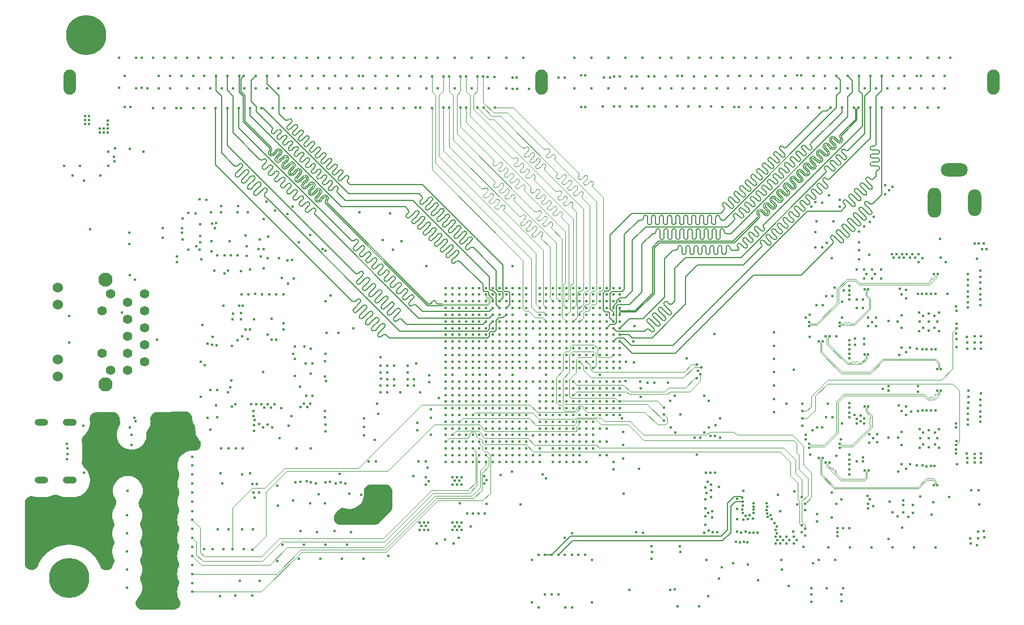
<source format=gbr>
G04 #@! TF.GenerationSoftware,KiCad,Pcbnew,7.0.11-rc3*
G04 #@! TF.CreationDate,2024-11-10T09:22:11+01:00*
G04 #@! TF.ProjectId,sodimm-ddr5-tester,736f6469-6d6d-42d6-9464-72352d746573,1.2.0*
G04 #@! TF.SameCoordinates,Original*
G04 #@! TF.FileFunction,Copper,L5,Inr*
G04 #@! TF.FilePolarity,Positive*
%FSLAX46Y46*%
G04 Gerber Fmt 4.6, Leading zero omitted, Abs format (unit mm)*
G04 Created by KiCad (PCBNEW 7.0.11-rc3) date 2024-11-10 09:22:11*
%MOMM*%
%LPD*%
G01*
G04 APERTURE LIST*
G04 #@! TA.AperFunction,ComponentPad*
%ADD10C,1.397000*%
G04 #@! TD*
G04 #@! TA.AperFunction,ComponentPad*
%ADD11C,1.524000*%
G04 #@! TD*
G04 #@! TA.AperFunction,ComponentPad*
%ADD12C,2.100000*%
G04 #@! TD*
G04 #@! TA.AperFunction,ComponentPad*
%ADD13C,2.108200*%
G04 #@! TD*
G04 #@! TA.AperFunction,ComponentPad*
%ADD14O,1.875000X3.750000*%
G04 #@! TD*
G04 #@! TA.AperFunction,ComponentPad*
%ADD15C,6.000000*%
G04 #@! TD*
G04 #@! TA.AperFunction,ComponentPad*
%ADD16O,2.100000X1.050000*%
G04 #@! TD*
G04 #@! TA.AperFunction,ComponentPad*
%ADD17O,2.000000X1.000000*%
G04 #@! TD*
G04 #@! TA.AperFunction,ComponentPad*
%ADD18O,2.000000X4.500000*%
G04 #@! TD*
G04 #@! TA.AperFunction,ComponentPad*
%ADD19O,4.000000X1.990000*%
G04 #@! TD*
G04 #@! TA.AperFunction,ComponentPad*
%ADD20O,2.000000X4.000000*%
G04 #@! TD*
G04 #@! TA.AperFunction,ViaPad*
%ADD21C,0.450000*%
G04 #@! TD*
G04 #@! TA.AperFunction,Conductor*
%ADD22C,0.100000*%
G04 #@! TD*
G04 #@! TA.AperFunction,Conductor*
%ADD23C,0.107000*%
G04 #@! TD*
G04 #@! TA.AperFunction,Conductor*
%ADD24C,0.148000*%
G04 #@! TD*
G04 #@! TA.AperFunction,Conductor*
%ADD25C,0.130000*%
G04 #@! TD*
G04 #@! TA.AperFunction,Conductor*
%ADD26C,0.150000*%
G04 #@! TD*
G04 APERTURE END LIST*
D10*
X80912700Y-162662487D03*
X78373700Y-163931487D03*
X80912700Y-165201487D03*
X78373700Y-166471487D03*
X80912700Y-167740487D03*
X78373700Y-169011487D03*
X80912700Y-170280487D03*
X78373700Y-171552487D03*
X80912700Y-172821487D03*
X78373700Y-174091487D03*
X75834700Y-162662487D03*
X74573700Y-165201487D03*
X74573700Y-171552487D03*
X75842700Y-174091487D03*
D11*
X67954700Y-161735487D03*
X67954700Y-164276487D03*
X67954700Y-172476487D03*
X67954700Y-175017487D03*
D12*
X75062700Y-160526487D03*
D13*
X75062700Y-176225487D03*
D14*
X69724501Y-131000000D03*
X140125501Y-131000000D03*
X207674501Y-131000000D03*
D15*
X72212200Y-123952000D03*
D16*
X69682400Y-181925800D03*
D17*
X65501400Y-181925800D03*
D16*
X69682400Y-190566800D03*
D17*
X65501400Y-190566800D03*
D15*
X69596000Y-205199800D03*
D18*
X198861400Y-149057600D03*
D19*
X201809400Y-144178600D03*
D20*
X204860400Y-149057600D03*
D21*
X88491829Y-150623157D03*
X98650000Y-156000000D03*
X100400501Y-150213149D03*
X78956400Y-185243949D03*
X134874000Y-127355600D03*
X72616600Y-137277600D03*
X187579000Y-154940000D03*
X165481000Y-127355600D03*
X108521500Y-127355600D03*
X179600000Y-166200000D03*
X131877001Y-175800500D03*
X204850000Y-169050000D03*
X144875001Y-170802500D03*
X145875001Y-163802500D03*
X115750001Y-180650000D03*
X105151000Y-179585000D03*
X193927000Y-183351000D03*
X139875001Y-173802501D03*
X115976400Y-194005200D03*
X123250501Y-196876000D03*
X147624800Y-131953000D03*
X196570500Y-165451500D03*
X152730200Y-127355600D03*
X90091329Y-148586000D03*
X195400000Y-180300000D03*
X132141800Y-130287800D03*
X146875001Y-166802501D03*
X73755899Y-184730800D03*
X100536501Y-169561500D03*
X141875001Y-175800500D03*
X147875001Y-177800500D03*
X195200000Y-170700000D03*
X85741829Y-157933157D03*
X160078501Y-177960999D03*
X137877001Y-183800500D03*
X94047244Y-166455000D03*
X101727000Y-127355600D03*
X167182800Y-127355600D03*
X138877001Y-170776000D03*
X193900000Y-165900000D03*
X171800501Y-195476000D03*
X142875001Y-164802500D03*
X177380900Y-127355600D03*
X90678000Y-127355600D03*
X137877001Y-177800500D03*
X98323400Y-127355600D03*
X179920900Y-127355600D03*
X195237100Y-127355600D03*
X90678000Y-131953000D03*
X91686501Y-170350000D03*
X194975000Y-196025000D03*
X129100000Y-195500000D03*
X127877001Y-172802500D03*
X189550000Y-166875000D03*
X106832400Y-127355600D03*
X196200000Y-170900000D03*
X72016600Y-136677600D03*
X197997500Y-185602500D03*
X197158001Y-185173000D03*
X81332002Y-131953000D03*
X135877001Y-166802500D03*
X183775000Y-151875000D03*
X172400501Y-198376000D03*
X147875001Y-181800500D03*
X189725000Y-184300000D03*
X107149200Y-202337800D03*
X149464600Y-130314000D03*
X203700000Y-186575000D03*
X145875001Y-183800500D03*
X145875001Y-185800500D03*
X87989200Y-197851000D03*
X177740501Y-198256000D03*
X109399200Y-191037800D03*
X166115501Y-182305000D03*
X119100000Y-177427500D03*
X173972001Y-131953000D03*
X141875001Y-173802500D03*
X113258600Y-192709800D03*
X181082000Y-153409001D03*
X182037107Y-182676000D03*
X102991975Y-149611025D03*
X184200000Y-186900000D03*
X105981344Y-177902328D03*
X139875001Y-171802500D03*
X77502097Y-165506950D03*
X170300501Y-192176000D03*
X163400000Y-186700000D03*
X149875001Y-165802500D03*
X171800501Y-194476000D03*
X110223300Y-131953000D03*
X148875001Y-176800500D03*
X134874000Y-131953000D03*
X191828201Y-131953000D03*
X180600000Y-183100000D03*
X148875001Y-171802500D03*
X194627000Y-180801000D03*
X170300501Y-196476000D03*
X118719600Y-131953000D03*
X75955899Y-181330800D03*
X154319800Y-198326200D03*
X133900501Y-174776000D03*
X197970500Y-168151500D03*
X75955899Y-182530800D03*
X95000000Y-164451500D03*
X187579000Y-153365200D03*
X198300000Y-188451000D03*
X182880000Y-179070000D03*
X128875501Y-174801000D03*
X132877001Y-178800500D03*
X116433600Y-154609800D03*
X177105000Y-206365600D03*
X199000000Y-162700000D03*
X201050000Y-193050000D03*
X101616501Y-167061000D03*
X102240501Y-157646000D03*
X140875001Y-173802500D03*
X83027301Y-131953000D03*
X73225899Y-189230800D03*
X113549200Y-202337800D03*
X128200501Y-196901000D03*
X141875002Y-171802500D03*
X172288200Y-127355600D03*
X122974100Y-127355600D03*
X125730000Y-199390000D03*
X196697500Y-184302500D03*
X192582800Y-146685000D03*
X92800501Y-159626000D03*
X136877001Y-180800500D03*
X193900000Y-167800000D03*
X96150000Y-157000000D03*
X193927000Y-185251000D03*
X144705200Y-209614800D03*
X121950501Y-196876000D03*
X129900501Y-174801000D03*
X122600501Y-196876000D03*
X205800000Y-187950000D03*
X71757900Y-186230800D03*
X121450000Y-173100000D03*
X71779400Y-182430800D03*
X155270200Y-131953000D03*
X87274400Y-131953000D03*
X95456500Y-197929600D03*
X91689501Y-177069000D03*
X181082000Y-155740998D03*
X99174300Y-131953000D03*
X119570500Y-127355600D03*
X160066400Y-206872200D03*
X97472500Y-131953000D03*
X136877001Y-176800500D03*
X189151064Y-151889264D03*
X171200501Y-195776000D03*
X166319200Y-131953000D03*
X101375251Y-160295500D03*
X97356500Y-193129600D03*
X159435500Y-182693000D03*
X157843001Y-131953000D03*
X106832400Y-131953000D03*
X191950000Y-199300000D03*
X95770700Y-131953000D03*
X171800501Y-194976000D03*
X136877001Y-169802500D03*
X176058800Y-203914600D03*
X148875001Y-182800499D03*
X199000000Y-200600000D03*
X102900501Y-157636000D03*
X101500000Y-200200000D03*
X173990000Y-127355600D03*
X193522600Y-131953000D03*
X102850000Y-180950000D03*
X196927402Y-131953000D03*
X107826000Y-180200000D03*
X88976200Y-127355600D03*
X175500501Y-192776000D03*
X171000501Y-196376000D03*
X145875001Y-182800500D03*
X198450000Y-195700000D03*
X129877001Y-168802500D03*
X87994500Y-187023000D03*
X204850000Y-169950000D03*
X89527244Y-167295000D03*
X194150000Y-194300000D03*
X164470501Y-183388001D03*
X194150000Y-193560000D03*
X126877001Y-180800500D03*
X100700000Y-191400000D03*
X181622700Y-127355600D03*
X117017800Y-131953000D03*
X198020501Y-184310500D03*
X111709200Y-198297800D03*
X103949200Y-202337800D03*
X88988900Y-131953000D03*
X191439800Y-146431000D03*
X148875001Y-180800500D03*
X92701564Y-200875321D03*
X164624801Y-131953000D03*
X168021000Y-131953000D03*
X115570000Y-179070000D03*
X147875001Y-172802500D03*
X204300000Y-192100000D03*
X94800000Y-156950000D03*
X78713900Y-140994299D03*
X150177500Y-127355600D03*
X145072100Y-127355600D03*
X149875001Y-182800500D03*
X93800000Y-156950000D03*
X199000000Y-171000000D03*
X159408500Y-206944900D03*
X134877001Y-173802500D03*
X159537400Y-131953000D03*
X197131001Y-165999000D03*
X86591829Y-154583157D03*
X104140000Y-198120000D03*
X103910501Y-154936000D03*
X179505000Y-198813000D03*
X123250501Y-197976000D03*
X175680302Y-131953000D03*
X72616600Y-136661600D03*
X197131001Y-167722000D03*
X169355502Y-196350000D03*
X121272300Y-127355600D03*
X147875001Y-169802500D03*
X157822900Y-127393700D03*
X85750501Y-157073149D03*
X107873800Y-163779200D03*
X115300001Y-184500000D03*
X191948000Y-166774000D03*
X87989200Y-205951000D03*
X128877001Y-165802500D03*
X174895500Y-176398500D03*
X147624800Y-127355600D03*
X195219101Y-131953000D03*
X204850000Y-186600000D03*
X72016600Y-137277600D03*
X140875001Y-170802500D03*
X103428800Y-127355600D03*
X87391829Y-150583157D03*
X145072100Y-131953000D03*
X203750000Y-170900000D03*
X83870800Y-127355600D03*
X111925100Y-127355600D03*
X198881001Y-183450000D03*
X191975000Y-184225000D03*
X184200000Y-169000000D03*
X107926000Y-183218000D03*
X139875001Y-176800500D03*
X142875001Y-172802500D03*
X183500000Y-196150000D03*
X203750000Y-187900000D03*
X198850000Y-188450000D03*
X190300000Y-184900000D03*
X116179600Y-127355600D03*
X137877002Y-175800500D03*
X135877001Y-187800500D03*
X140875001Y-172802500D03*
X144875001Y-181800501D03*
X166000000Y-168700000D03*
X159524700Y-127355600D03*
X186728100Y-127355600D03*
X187579000Y-156184600D03*
X203700000Y-169075000D03*
X193300000Y-166800000D03*
X200800000Y-162700000D03*
X144875001Y-172802500D03*
X91855500Y-197929600D03*
X154075001Y-167502500D03*
X127228600Y-127355600D03*
X138295400Y-132071998D03*
X78672200Y-159914000D03*
X90928157Y-152143165D03*
X205400000Y-192100000D03*
X197027000Y-180151000D03*
X151875001Y-177800500D03*
X135877002Y-177800500D03*
X181600000Y-202450600D03*
X136877001Y-171802500D03*
X115316000Y-131953000D03*
X184958299Y-207629800D03*
X189125000Y-184925000D03*
X72616600Y-136061600D03*
X166100000Y-183900000D03*
X203750000Y-169950000D03*
X202251001Y-188150000D03*
X105130600Y-131953000D03*
X132321300Y-131953000D03*
X89801564Y-200875321D03*
X170600501Y-195876000D03*
X190150000Y-166275000D03*
X122925501Y-197426000D03*
X154000000Y-172904000D03*
X183057000Y-147984002D03*
X74140899Y-191530800D03*
X79623701Y-131953000D03*
X118150501Y-173426000D03*
X152374503Y-185301000D03*
X170967400Y-203149200D03*
X203750000Y-187250000D03*
X193527000Y-179401000D03*
X189125000Y-183675000D03*
X142875001Y-175800500D03*
X200317100Y-131953000D03*
X183000000Y-200600000D03*
X163502000Y-174200000D03*
X172497800Y-205549600D03*
X204850000Y-187200000D03*
X156002501Y-175976000D03*
X148875001Y-162802500D03*
X150875002Y-179800500D03*
X140875001Y-175800500D03*
X122000000Y-177426500D03*
X205800000Y-170000000D03*
X145875001Y-184800500D03*
X196597500Y-185702500D03*
X152374503Y-183301000D03*
X160466400Y-209420200D03*
X128000000Y-194000000D03*
X122600501Y-197976000D03*
X78655899Y-182630800D03*
X87994500Y-189723000D03*
X129877000Y-179800500D03*
X187578400Y-157497600D03*
X147706700Y-208835298D03*
X105130600Y-127355600D03*
X87989200Y-203251000D03*
X127550501Y-198001000D03*
X145875001Y-175800500D03*
X120421400Y-131953000D03*
X184900000Y-184400000D03*
X100685200Y-202617299D03*
X202127000Y-184651000D03*
X96621600Y-127355600D03*
X95550501Y-164451000D03*
X160899499Y-201324800D03*
X194150000Y-195350000D03*
X183500000Y-192400000D03*
X126900501Y-198001000D03*
X196597500Y-182902500D03*
X106629200Y-198297800D03*
X171200501Y-198376000D03*
X188950000Y-166250000D03*
X131928228Y-194128228D03*
X146875001Y-187800500D03*
X148875001Y-173802501D03*
X197158001Y-183450000D03*
X170000501Y-198376000D03*
X196570500Y-168251500D03*
X97300000Y-181600000D03*
X133877001Y-170802500D03*
X145875001Y-186800500D03*
X150875001Y-187800501D03*
X182487502Y-131953000D03*
X131877000Y-164802500D03*
X143875001Y-171802500D03*
X127875501Y-197451000D03*
X161800000Y-172300000D03*
X124850000Y-178300000D03*
X114477800Y-127355600D03*
X174895500Y-174398500D03*
X184182801Y-131953000D03*
X205800000Y-169050000D03*
X201168000Y-127342900D03*
X130800000Y-195500000D03*
X197970500Y-165651500D03*
X127877001Y-162802500D03*
X102191829Y-150774400D03*
X153900000Y-169800000D03*
X92300000Y-149550000D03*
X150875001Y-188900501D03*
X202150000Y-170675000D03*
X108521500Y-131953000D03*
X90683501Y-177089000D03*
X180300000Y-186700000D03*
X199497500Y-185702500D03*
X139875001Y-186800501D03*
X73280899Y-192205800D03*
X124675900Y-131953000D03*
X191465200Y-147751800D03*
X89882344Y-173382328D03*
X100765200Y-194314762D03*
X204825000Y-170900000D03*
X177945999Y-192230502D03*
X199731899Y-157242600D03*
X108661200Y-162966400D03*
X91750000Y-156950000D03*
X174895500Y-172399500D03*
X151875001Y-179800500D03*
X175679100Y-127355600D03*
X141875001Y-178800500D03*
X100960501Y-157356000D03*
X169400501Y-198276000D03*
X169400000Y-194850000D03*
X170900501Y-199876000D03*
X150875001Y-168802500D03*
X189814200Y-151180800D03*
X194627000Y-188851000D03*
X183605107Y-181174500D03*
X142875001Y-185800500D03*
X75955899Y-183730800D03*
X170100000Y-194900000D03*
X80621000Y-209512600D03*
X135841200Y-158572200D03*
X143875001Y-167802500D03*
X92800000Y-156950000D03*
X204825000Y-187900000D03*
X150875002Y-175800500D03*
X137000501Y-194176000D03*
X166624000Y-205257400D03*
X198881001Y-185173000D03*
X196750000Y-193000000D03*
X129540000Y-197485000D03*
X172262800Y-131953000D03*
X189118901Y-156828600D03*
X82169000Y-127355600D03*
X183324500Y-127355600D03*
X94059829Y-165647157D03*
X91000000Y-170300000D03*
X143875001Y-178800500D03*
X199470500Y-165451500D03*
X165165502Y-178656000D03*
X125877001Y-177800500D03*
X165165501Y-182655000D03*
X165017901Y-207895699D03*
X132321300Y-127355600D03*
X138870501Y-183806000D03*
X193535300Y-127355600D03*
X125877001Y-166802500D03*
X192600000Y-200600000D03*
X145875001Y-176800500D03*
X103325501Y-172385000D03*
X174895500Y-178398500D03*
X177800000Y-173990000D03*
X188366400Y-152603200D03*
X87989200Y-195151000D03*
X198650000Y-193850000D03*
X147875001Y-179800500D03*
X199470500Y-168251500D03*
X89090501Y-148576000D03*
X135730501Y-189266000D03*
X171800501Y-193976000D03*
X193450000Y-189225000D03*
X151875001Y-175800500D03*
X170400501Y-199776000D03*
X179505000Y-195063000D03*
X153263499Y-206947898D03*
X94900000Y-149550000D03*
X107900000Y-200200000D03*
X93456500Y-197929600D03*
X97271658Y-166455157D03*
X170568401Y-131953000D03*
X100876100Y-131953000D03*
X198400000Y-171000000D03*
X152730200Y-131953000D03*
X139875001Y-178800500D03*
X132877001Y-167802500D03*
X124460000Y-200025000D03*
X85572600Y-127355600D03*
X145875001Y-178800500D03*
X128877001Y-186800500D03*
X182034000Y-149009001D03*
X140875001Y-168802500D03*
X84721700Y-131953000D03*
X112979200Y-150520400D03*
X170586400Y-127355600D03*
X174888000Y-170447000D03*
X138875501Y-173801000D03*
X98301000Y-179200000D03*
X97125000Y-180182000D03*
X180200000Y-169100000D03*
X121950501Y-197976000D03*
X93820501Y-175635000D03*
X105922344Y-173132328D03*
X105119366Y-190689034D03*
X130877001Y-182800500D03*
X86536829Y-151433157D03*
X126877001Y-169802499D03*
X169350000Y-193350000D03*
X193927000Y-180201000D03*
X122974100Y-131953000D03*
X93600000Y-154800000D03*
X79422200Y-160564000D03*
X73755899Y-186230800D03*
X193700000Y-161950000D03*
X137877002Y-162802500D03*
X87994500Y-192423000D03*
X148875001Y-178800500D03*
X94068900Y-131953000D03*
X136909706Y-173751688D03*
X190125000Y-167475000D03*
X87989200Y-200551000D03*
X161221201Y-131953000D03*
X127228600Y-131953000D03*
X198854001Y-167722000D03*
X131700000Y-195500000D03*
X127800000Y-199200000D03*
X183607608Y-163021999D03*
X127000000Y-200025000D03*
X190131700Y-127355600D03*
X147875001Y-175800500D03*
X182153608Y-164356694D03*
X111100000Y-200200000D03*
X112090200Y-167868600D03*
X148875001Y-186800501D03*
X188424601Y-131953000D03*
X180779201Y-131953000D03*
X117957600Y-156083000D03*
X151875001Y-161802500D03*
X147875001Y-185800500D03*
X97225000Y-183200000D03*
X186200000Y-200600000D03*
X179070000Y-131953000D03*
X120150501Y-175426000D03*
X105649200Y-193970501D03*
X99827658Y-166413157D03*
X160168501Y-183388001D03*
X131877001Y-185800500D03*
X193900000Y-162750000D03*
X133877001Y-181800500D03*
X192049400Y-147193000D03*
X205800000Y-170900000D03*
X152374503Y-187301000D03*
X194600000Y-171400000D03*
X190132902Y-131953000D03*
X97056500Y-197929600D03*
X166800000Y-184200000D03*
X169200501Y-199776000D03*
X202075000Y-182700000D03*
X170600501Y-198276000D03*
X129900000Y-195500000D03*
X127550501Y-196901000D03*
X140875001Y-177800500D03*
X174888000Y-168422000D03*
X193400000Y-184200000D03*
X151875001Y-171802500D03*
X102577900Y-131953000D03*
X171800501Y-198376000D03*
X103117344Y-171630157D03*
X127175501Y-197451000D03*
X92456500Y-191029600D03*
X197777100Y-127355600D03*
X193927000Y-188151000D03*
X92367100Y-127355600D03*
X111912400Y-131953000D03*
X196227000Y-188351000D03*
X130877001Y-161802500D03*
X137426700Y-127355600D03*
X141875001Y-172802500D03*
X179300000Y-200500000D03*
X95268501Y-166465000D03*
X198622701Y-131953000D03*
X95676663Y-200901600D03*
X197993501Y-166859500D03*
X194627000Y-179501000D03*
X117551200Y-150622000D03*
X137877001Y-170802500D03*
X147703701Y-202490300D03*
X202100000Y-167200000D03*
X138705700Y-202490300D03*
X145875001Y-180800500D03*
X162077400Y-127355600D03*
X135875501Y-174801000D03*
X142660000Y-130302500D03*
X188429900Y-127355600D03*
X189400000Y-200600000D03*
X137877001Y-172802500D03*
X194050000Y-197650000D03*
X193600000Y-171800000D03*
X125877001Y-187800500D03*
X143875002Y-173802500D03*
X75447900Y-141464800D03*
X128200501Y-198001000D03*
X134877001Y-163802500D03*
X168884600Y-127355600D03*
X198854001Y-165999000D03*
X126900501Y-196901000D03*
X94068900Y-127355600D03*
X205800000Y-187250000D03*
X87274400Y-127355600D03*
X185877200Y-131953000D03*
X71829400Y-189451800D03*
X79616300Y-127355600D03*
X140875001Y-179800500D03*
X174895500Y-180398500D03*
X110000000Y-189600000D03*
X91048501Y-169150000D03*
X128877001Y-176800500D03*
X202100000Y-165200000D03*
X163779200Y-127355600D03*
X104090000Y-176550000D03*
X199270500Y-166851500D03*
X155001500Y-178126000D03*
X150177500Y-131953000D03*
X193900000Y-170700000D03*
X119278400Y-154787600D03*
X138708700Y-208835300D03*
X122225501Y-197426000D03*
X163900000Y-184200000D03*
X143875001Y-176800500D03*
X159383500Y-178694000D03*
X155270200Y-127355600D03*
X177375601Y-131953000D03*
X163666400Y-209420200D03*
X185000000Y-166200000D03*
X151875001Y-172802500D03*
X185026300Y-127355600D03*
X199497500Y-182902500D03*
X100025200Y-127355600D03*
X109220000Y-198120000D03*
X149875001Y-171802500D03*
X110349200Y-202337800D03*
X127877001Y-183800500D03*
X193325000Y-195975000D03*
X110223300Y-127355600D03*
X82767560Y-169509487D03*
X105587800Y-153875000D03*
X129768600Y-127355600D03*
X91750000Y-181150000D03*
X152200000Y-181300000D03*
X194600000Y-163350000D03*
X148875001Y-184800500D03*
X92379800Y-131953000D03*
X124675900Y-127355600D03*
X197000000Y-162700000D03*
X142875001Y-170802500D03*
X199297500Y-184302500D03*
X141875001Y-182800500D03*
X139706200Y-209614800D03*
X195227000Y-188151000D03*
X149875001Y-173802500D03*
X165400000Y-183900000D03*
X145875001Y-187800500D03*
X199027000Y-180151000D03*
X104700000Y-200200000D03*
X194600000Y-162050000D03*
X195800000Y-200600000D03*
X129768600Y-131953000D03*
X199478900Y-127355600D03*
X117881400Y-127355600D03*
X163000000Y-184200000D03*
X150875001Y-172802500D03*
X123649499Y-179980999D03*
X149875001Y-178800500D03*
X162929502Y-131953000D03*
X205191899Y-157472600D03*
X191833500Y-127355600D03*
X122961400Y-158572200D03*
X117265200Y-201887299D03*
X73204899Y-183081800D03*
X139875001Y-165802500D03*
X109855000Y-168554400D03*
X141875001Y-161802500D03*
X196670500Y-166851500D03*
X116150501Y-177426000D03*
X147875001Y-183800500D03*
X134877001Y-184800500D03*
X95300000Y-165600000D03*
X138875501Y-175801000D03*
X164432501Y-177960999D03*
X197997500Y-183102500D03*
X98559501Y-174386000D03*
X181225000Y-151875000D03*
X108077000Y-168529000D03*
X98704400Y-151485600D03*
X116100000Y-172200000D03*
X142875001Y-177800500D03*
X205550000Y-194200000D03*
X141875001Y-176800500D03*
X205800000Y-186575000D03*
X169800501Y-199876000D03*
X72016600Y-136077600D03*
X71217900Y-143524800D03*
X188950000Y-167500000D03*
X143705200Y-209614800D03*
X190325000Y-183700000D03*
X130877001Y-171802500D03*
X171700501Y-196276000D03*
X113614200Y-131953000D03*
X79555899Y-181730800D03*
X96600000Y-168037000D03*
X99300000Y-168750000D03*
X104962344Y-173122328D03*
X104775501Y-170530000D03*
X89300501Y-178096000D03*
X97150000Y-181002500D03*
X89300000Y-172800000D03*
X79405899Y-181180800D03*
X103325501Y-174980000D03*
X91600000Y-179400000D03*
X90252501Y-170111000D03*
X92256500Y-189529600D03*
X97600000Y-179200000D03*
X97153299Y-192432801D03*
X97656500Y-191129600D03*
X107851000Y-181168000D03*
X101675501Y-168033000D03*
X95959829Y-168036328D03*
X104982344Y-177905179D03*
X142875001Y-187800500D03*
X148875001Y-168802500D03*
X144875001Y-168802500D03*
X135877001Y-162802500D03*
X141875002Y-162802500D03*
X149875001Y-163802500D03*
X133877001Y-167802499D03*
X150875002Y-180800500D03*
X139876001Y-187800502D03*
X181066000Y-148984001D03*
X180425000Y-149650000D03*
X205700000Y-179400000D03*
X203900000Y-178050000D03*
X174500501Y-196376000D03*
X192770159Y-157229699D03*
X203800000Y-162300000D03*
X194270159Y-157229699D03*
X203850000Y-159700000D03*
X173900501Y-196076000D03*
X203900000Y-178900000D03*
X205650000Y-161000000D03*
X175300000Y-197450000D03*
X205650000Y-162750000D03*
X175400501Y-199476000D03*
X193970159Y-156729699D03*
X175000501Y-196976000D03*
X173800000Y-193976000D03*
X196478400Y-156722600D03*
X175100501Y-198976000D03*
X192470159Y-156729699D03*
X175100501Y-199976000D03*
X205700000Y-178500000D03*
X200503400Y-157922600D03*
X175800501Y-198976000D03*
X194670159Y-156729699D03*
X195178400Y-157222600D03*
X199641899Y-154502600D03*
X205700000Y-181050000D03*
X193170159Y-156729699D03*
X205700000Y-159200000D03*
X205700000Y-180250000D03*
X203850000Y-160550000D03*
X205650000Y-161900000D03*
X173850000Y-194476000D03*
X196428400Y-157922600D03*
X203850000Y-181450000D03*
X177800000Y-199000000D03*
X203800000Y-163950000D03*
X205650000Y-164350000D03*
X175800501Y-199976000D03*
X205650000Y-163550000D03*
X195928400Y-157222600D03*
X203800000Y-163100000D03*
X203800000Y-164750000D03*
X193570159Y-157229699D03*
X195528400Y-156722600D03*
X178300000Y-199500000D03*
X203850000Y-179800000D03*
X175285400Y-198475600D03*
X203900000Y-177200000D03*
X177800000Y-200000000D03*
X175100501Y-197976000D03*
X176200501Y-199476000D03*
X177200000Y-199476000D03*
X205750000Y-177600000D03*
X173800000Y-195000000D03*
X197078400Y-157372600D03*
X176700000Y-198976000D03*
X205700000Y-160100000D03*
X176700000Y-199976000D03*
X173850000Y-195550000D03*
X205700000Y-181850000D03*
X203850000Y-180600000D03*
X174400501Y-195776000D03*
X203850000Y-161400000D03*
X203850000Y-182250000D03*
X202028001Y-185940500D03*
X202068501Y-168572000D03*
X204241400Y-200025000D03*
X205421899Y-155147600D03*
X160849499Y-200399800D03*
X204190600Y-199237600D03*
X186156600Y-197764400D03*
X182727600Y-206679800D03*
X205333600Y-198272400D03*
X184958299Y-208629800D03*
X206273400Y-199059800D03*
X184988200Y-193395600D03*
X205333600Y-199263000D03*
X107901000Y-182250000D03*
X205951899Y-156012600D03*
X204825600Y-155143200D03*
X185166000Y-197739000D03*
X206628400Y-155997600D03*
X206222600Y-198196200D03*
X101070994Y-184301326D03*
X205155800Y-200253600D03*
X184025000Y-202450600D03*
X206203400Y-155122600D03*
X143666957Y-199165957D03*
X144703114Y-198532800D03*
X125877001Y-186800500D03*
X163400000Y-175332713D03*
X144875001Y-175800500D03*
X95575000Y-185775000D03*
X163900000Y-174700000D03*
X144875000Y-177800500D03*
X94525000Y-185775000D03*
X92300000Y-185775000D03*
X145875001Y-172802500D03*
X164000000Y-173700000D03*
X93422843Y-185773328D03*
X163400000Y-173300000D03*
X146875001Y-172802500D03*
X76473900Y-140944299D03*
X77927200Y-130111500D03*
X77927200Y-134708900D03*
X76373900Y-142844299D03*
X76341399Y-142206800D03*
X78778100Y-134721600D03*
X137877001Y-169802500D03*
X82169000Y-134899400D03*
X134877001Y-169802500D03*
X83870800Y-134899400D03*
X135877002Y-169802500D03*
X83032600Y-130098800D03*
X133877001Y-169802500D03*
X84734400Y-130098800D03*
X185184299Y-206729800D03*
X195650000Y-194250000D03*
X195650000Y-195450000D03*
X86436200Y-130098800D03*
X132877001Y-169802500D03*
X85675501Y-134899400D03*
X132877001Y-168802500D03*
X86325501Y-134899400D03*
X133877001Y-168802500D03*
X136877001Y-168802500D03*
X88169945Y-134868667D03*
X134877001Y-167802500D03*
X89814400Y-134874000D03*
X88138000Y-130098800D03*
X135877001Y-168802500D03*
X89814400Y-130098800D03*
X137877001Y-168802500D03*
X91516200Y-134874000D03*
X134877001Y-165802500D03*
X192175000Y-193725000D03*
X192600000Y-195350000D03*
X131877001Y-166802500D03*
X93218000Y-134874000D03*
X175768000Y-195199000D03*
X166700501Y-191576000D03*
X91541600Y-130098800D03*
X132877001Y-166802500D03*
X93218000Y-130124200D03*
X132877001Y-165802500D03*
X131877001Y-162802500D03*
X95025001Y-130074706D03*
X95675001Y-130074706D03*
X131877001Y-163802500D03*
X94919800Y-134874000D03*
X132877001Y-164802500D03*
X96647000Y-134874000D03*
X132877001Y-163802500D03*
X98323400Y-134874000D03*
X133877001Y-163802500D03*
X182592606Y-187926107D03*
X188973000Y-189099000D03*
X133877001Y-164802500D03*
X97485200Y-130073400D03*
X134877001Y-164802500D03*
X99187000Y-130073400D03*
X100025200Y-134899400D03*
X133877001Y-166802501D03*
X182179107Y-169762107D03*
X199800001Y-173974998D03*
X135877001Y-165802500D03*
X101727000Y-134899400D03*
X100863400Y-130098800D03*
X134877001Y-166802500D03*
X102590600Y-130098800D03*
X135877002Y-164802500D03*
X104292400Y-130098800D03*
X136877001Y-166802500D03*
X135877001Y-167802500D03*
X103525001Y-134899400D03*
X104175001Y-134899400D03*
X136877001Y-167802500D03*
X137877001Y-163802500D03*
X105994200Y-134899400D03*
X107670600Y-134899400D03*
X137877001Y-165802500D03*
X137877001Y-164802500D03*
X105968800Y-130098800D03*
X107670600Y-130098800D03*
X137876001Y-166801500D03*
X109372400Y-134899400D03*
X135877001Y-163802500D03*
X132877000Y-161802501D03*
X111074200Y-134899400D03*
X131877000Y-161802501D03*
X109372400Y-130098800D03*
X134877001Y-162802500D03*
X111074200Y-130098800D03*
X130877000Y-185800000D03*
X168757600Y-202996800D03*
X140318499Y-189702835D03*
X133877001Y-161802501D03*
X112874501Y-130111765D03*
X133877001Y-162802499D03*
X113524501Y-130111765D03*
X134877001Y-161802501D03*
X112776000Y-134899400D03*
X136877001Y-163802500D03*
X114503200Y-134899400D03*
X116205000Y-134899400D03*
X136877001Y-162802500D03*
X115316000Y-130098800D03*
X136877001Y-161802500D03*
X137877001Y-161802499D03*
X117017800Y-130098800D03*
X131877001Y-165802500D03*
X117906800Y-134899400D03*
X139875001Y-168802500D03*
X119557800Y-134899400D03*
X138876001Y-166802500D03*
X118745000Y-130098800D03*
X121374501Y-134803296D03*
X144875001Y-161802500D03*
X144875001Y-162802500D03*
X122024501Y-134803296D03*
X120396000Y-130098800D03*
X139875001Y-169802499D03*
X123825000Y-134874000D03*
X140875001Y-166802500D03*
X125526800Y-134861300D03*
X140875001Y-164802500D03*
X139875001Y-163802500D03*
X122123200Y-130175000D03*
X182179107Y-187201107D03*
X199273000Y-191324000D03*
X94800501Y-150458851D03*
X92300501Y-150458851D03*
X96300501Y-150458851D03*
X90800501Y-150458851D03*
X125526800Y-130175000D03*
X139875001Y-164802501D03*
X140875001Y-165802500D03*
X123825000Y-130175000D03*
X126377700Y-134861300D03*
X141875001Y-163802500D03*
X184677214Y-167541501D03*
X188938500Y-162000000D03*
X199326501Y-159699000D03*
X180100000Y-167536000D03*
X183176107Y-187926107D03*
X188423000Y-189099000D03*
X181595606Y-169762107D03*
X199250001Y-173974998D03*
X181595606Y-187201107D03*
X198723000Y-191324000D03*
X188388500Y-162000000D03*
X184677214Y-166958000D03*
X142875001Y-163802500D03*
X126377700Y-130175000D03*
X128079500Y-134861300D03*
X143875002Y-164802500D03*
X128066800Y-130175000D03*
X143875001Y-166802500D03*
X128930400Y-134861300D03*
X143875001Y-163802500D03*
X143875001Y-165802500D03*
X128930400Y-130175000D03*
X130632200Y-134861300D03*
X144875001Y-166802500D03*
X130619500Y-130175000D03*
X144875000Y-164802500D03*
X131483100Y-134861300D03*
X145875001Y-164802500D03*
X131470400Y-130175000D03*
X145875001Y-165802500D03*
X133184900Y-134861300D03*
X145875001Y-166802500D03*
X135800001Y-132029200D03*
X139875001Y-162802500D03*
X140875001Y-162802500D03*
X135850001Y-130327400D03*
X139875001Y-161802500D03*
X136500001Y-132029200D03*
X136450001Y-130327400D03*
X140875001Y-161802500D03*
X142875001Y-166802500D03*
X146049001Y-134706005D03*
X146049001Y-130010431D03*
X141875001Y-165802500D03*
X142875001Y-165802500D03*
X146649001Y-134706005D03*
X146649001Y-130010431D03*
X141875001Y-164802500D03*
X141875001Y-169802500D03*
X149326600Y-134696200D03*
X151028400Y-130187700D03*
X141875001Y-168802500D03*
X142875001Y-168802500D03*
X151028400Y-134696200D03*
X151879300Y-130187700D03*
X140875001Y-167802500D03*
X151879300Y-134696200D03*
X139875001Y-167802500D03*
X139875001Y-166802500D03*
X153581100Y-130187700D03*
X153581100Y-134683500D03*
X143875001Y-168802500D03*
X198776501Y-159699000D03*
X180100000Y-166952499D03*
X154419300Y-130187700D03*
X142875001Y-167802500D03*
X141875001Y-167802499D03*
X154419300Y-134683500D03*
X143875002Y-169802500D03*
X156121100Y-130187700D03*
X156133800Y-134683500D03*
X144875001Y-167802500D03*
X158686500Y-134683500D03*
X145875001Y-167802500D03*
X142875001Y-161802500D03*
X156972000Y-130187700D03*
X160375600Y-134696200D03*
X143875001Y-161802500D03*
X144875000Y-169802500D03*
X156984700Y-134683500D03*
X158673800Y-130187700D03*
X145875001Y-169802500D03*
X156591000Y-202293800D03*
X156600000Y-200425800D03*
X146705200Y-201710800D03*
X188200000Y-187750000D03*
X146875001Y-177800500D03*
X186100000Y-187500000D03*
X186100000Y-186750000D03*
X186100000Y-189700000D03*
X186100000Y-188200000D03*
X188200000Y-187150000D03*
X186100000Y-188900000D03*
X146875001Y-185800500D03*
X187200000Y-187700000D03*
X146875001Y-179800501D03*
X146875001Y-181800500D03*
X146875001Y-183800500D03*
X187200000Y-182075000D03*
X187800000Y-181700000D03*
X187800000Y-180900000D03*
X141875001Y-170802500D03*
X143875001Y-172802500D03*
X144875000Y-173802500D03*
X187200000Y-181400000D03*
X144875001Y-183800500D03*
X183946800Y-161721800D03*
X142875001Y-171802500D03*
X141875001Y-177800500D03*
X186175000Y-179725000D03*
X144875001Y-171802500D03*
X186900000Y-180800000D03*
X188325000Y-182050000D03*
X146875001Y-175800499D03*
X186175000Y-179000000D03*
X142875001Y-176800500D03*
X186175000Y-181150000D03*
X140875001Y-176800500D03*
X186175000Y-180450000D03*
X140875501Y-174801000D03*
X142875001Y-173802500D03*
X188325000Y-181300000D03*
X162077400Y-134670800D03*
X146875001Y-163802500D03*
X145875001Y-161802500D03*
X160475001Y-130068267D03*
X145875001Y-162802500D03*
X161125001Y-130068267D03*
X148875001Y-170802500D03*
X163779200Y-134670800D03*
X149875001Y-166802500D03*
X164630100Y-130187700D03*
X162915600Y-130187700D03*
X145875001Y-171802500D03*
X165481000Y-134696200D03*
X147875001Y-162802500D03*
X149875001Y-161802500D03*
X167182800Y-134747000D03*
X166319200Y-130073400D03*
X148875001Y-163802500D03*
X168021000Y-130073400D03*
X146875000Y-162802500D03*
X93300000Y-159200000D03*
X91279001Y-159200000D03*
X89228157Y-152243165D03*
X91375322Y-152846000D03*
X107873800Y-156286200D03*
X90911829Y-154803145D03*
X107467400Y-155981400D03*
X91527596Y-152134441D03*
X99296829Y-157328157D03*
X90911829Y-156313157D03*
X69672200Y-169964000D03*
X78956400Y-183743949D03*
X86500501Y-153513149D03*
X95300000Y-159300000D03*
X113650501Y-183850000D03*
X138900501Y-186776000D03*
X179100000Y-179100000D03*
X103099200Y-193587800D03*
X188300000Y-169400000D03*
X128877001Y-181800500D03*
X70176000Y-144967800D03*
X107799200Y-193979800D03*
X78309200Y-195801000D03*
X83616800Y-154305000D03*
X102350501Y-161126000D03*
X148875501Y-174801000D03*
X141875001Y-187800500D03*
X142875001Y-180800500D03*
X95950000Y-154000000D03*
X130900501Y-174776000D03*
X123100000Y-188674500D03*
X105670000Y-174630000D03*
X179649336Y-184453959D03*
X186100000Y-172300000D03*
X92173163Y-207895200D03*
X182635107Y-181154500D03*
X184674999Y-149675000D03*
X139875001Y-181800501D03*
X97002662Y-207819200D03*
X130877001Y-166802500D03*
X94462662Y-207839200D03*
X78309200Y-206601000D03*
X130877001Y-177800500D03*
X68877900Y-143524800D03*
X126877001Y-185800500D03*
X103200000Y-160400000D03*
X131877000Y-169802500D03*
X144875000Y-186800500D03*
X136877001Y-185800500D03*
X123400000Y-175900000D03*
X184997500Y-163882001D03*
X125877001Y-161802500D03*
X186100000Y-171625000D03*
X123400000Y-174900000D03*
X95097600Y-205638400D03*
X166800000Y-181300000D03*
X97200000Y-182300000D03*
X140875001Y-184800500D03*
X83641000Y-152831927D03*
X187000000Y-170300000D03*
X126877001Y-164802501D03*
X117150501Y-173426000D03*
X129877001Y-163802500D03*
X145875001Y-177800500D03*
X78309200Y-198501000D03*
X184665999Y-148650001D03*
X92700000Y-164451500D03*
X134100000Y-189774500D03*
X90250000Y-181200000D03*
X111455200Y-192608200D03*
X97911825Y-155961825D03*
X160900501Y-180676000D03*
X128877001Y-170802500D03*
X127877001Y-167802500D03*
X181285000Y-196735000D03*
X98087600Y-205628400D03*
X69672200Y-165989000D03*
X154875001Y-175800501D03*
X78309200Y-201201000D03*
X186100000Y-170275000D03*
X167055800Y-203581000D03*
X186100000Y-169600000D03*
X78309200Y-203901000D03*
X116150501Y-176426000D03*
X125877001Y-182800500D03*
X105680000Y-170880157D03*
X121650001Y-183100001D03*
X188300000Y-170250000D03*
X125875501Y-174801000D03*
X187000000Y-169400000D03*
X99085400Y-148869400D03*
X74266000Y-144977800D03*
X106849200Y-192637800D03*
X146875000Y-171802500D03*
X181300000Y-195650000D03*
X182637608Y-163012000D03*
X99350000Y-154150000D03*
X143875001Y-183800500D03*
X130877001Y-187800500D03*
X131900501Y-174776000D03*
X121650001Y-182000000D03*
X186100000Y-170950000D03*
X120150501Y-176426000D03*
X184997000Y-182084000D03*
X126875501Y-174801000D03*
X129877000Y-184800500D03*
X78389300Y-192133100D03*
X188200000Y-163525000D03*
X75416600Y-136761600D03*
X186100000Y-161475000D03*
X186100000Y-162150000D03*
X186100000Y-163500000D03*
X75416600Y-138561600D03*
X186100000Y-162825000D03*
X75416600Y-137361600D03*
X74216600Y-138561600D03*
X157000501Y-175976000D03*
X185300000Y-162150000D03*
X187200000Y-163525000D03*
X75416600Y-137961600D03*
X74816600Y-138561600D03*
X74200600Y-137961600D03*
X188200000Y-164800000D03*
X187225000Y-164800000D03*
X74800600Y-137961600D03*
X169722800Y-130086100D03*
X149875001Y-162802500D03*
X168975001Y-134778228D03*
X148875001Y-161802500D03*
X147875001Y-161802500D03*
X169625001Y-134778228D03*
X150875001Y-161802500D03*
X171411900Y-134747000D03*
X141875001Y-166802501D03*
X144875001Y-165802500D03*
X132877001Y-162802500D03*
X182050000Y-155700000D03*
X135877001Y-161802500D03*
X189525000Y-160375000D03*
X149875001Y-170802500D03*
X188675000Y-159700000D03*
X150875001Y-163802500D03*
X142875001Y-169802500D03*
X143875001Y-162802500D03*
X136877001Y-164802500D03*
X145875001Y-168802500D03*
X138877001Y-167802500D03*
X134877001Y-168802500D03*
X143625200Y-130302500D03*
X190900000Y-159050000D03*
X150429800Y-130314000D03*
X140875001Y-163802500D03*
X182750000Y-155100000D03*
X133107000Y-130287800D03*
X137877002Y-167802500D03*
X189525000Y-159050000D03*
X187275500Y-159000000D03*
X190900000Y-160375000D03*
X189925000Y-159700000D03*
X151875001Y-166802500D03*
X148875001Y-167802500D03*
X188350000Y-160375000D03*
X188350000Y-159050000D03*
X147875001Y-164802500D03*
X133877001Y-165802500D03*
X146875001Y-161802500D03*
X156650000Y-201325800D03*
X145705200Y-201710800D03*
X196381001Y-162722000D03*
X197018501Y-170959500D03*
X197045501Y-188360500D03*
X196395501Y-180210500D03*
X150875002Y-162802500D03*
X173126400Y-134785100D03*
X151875001Y-162802500D03*
X171424600Y-130073400D03*
X202020501Y-182035500D03*
X202043501Y-164584500D03*
X202131001Y-169472000D03*
X173126400Y-130086100D03*
X151875001Y-163802500D03*
X202020501Y-186585500D03*
X180458299Y-208703800D03*
X170230800Y-194335400D03*
X197662800Y-188468000D03*
X180458299Y-207679800D03*
X180458299Y-206703800D03*
X197662800Y-170992800D03*
X189725000Y-194400000D03*
X188875000Y-192875000D03*
X188900000Y-194050000D03*
X189200000Y-193425000D03*
X150875001Y-177800500D03*
X147875001Y-176800500D03*
X149875001Y-184800500D03*
X188900000Y-194800000D03*
X149875001Y-186800500D03*
X149875001Y-180800500D03*
X149875001Y-176800500D03*
X137877001Y-178800500D03*
X123300000Y-190700000D03*
X165400000Y-189400000D03*
X143875001Y-175800500D03*
X127875501Y-190626000D03*
X126900501Y-191176000D03*
X165500000Y-192100000D03*
X164600000Y-191600000D03*
X164500000Y-198425999D03*
X136877001Y-177800500D03*
X140875001Y-178800500D03*
X166050000Y-189400000D03*
X139875001Y-172802500D03*
X165150000Y-198076001D03*
X128200501Y-190076000D03*
X164600000Y-194750000D03*
X164800000Y-192450000D03*
X122900000Y-191250000D03*
X128200501Y-191176000D03*
X165750000Y-198350000D03*
X164700000Y-189400000D03*
X140875001Y-171802500D03*
X131650501Y-189976000D03*
X165000000Y-190800000D03*
X165650000Y-195150000D03*
X139875001Y-170802500D03*
X165500000Y-193050000D03*
X136877001Y-170802500D03*
X137877002Y-171802500D03*
X152400000Y-192600000D03*
X139875000Y-177800500D03*
X164600000Y-193400000D03*
X127550501Y-190076000D03*
X154700000Y-188800000D03*
X144875001Y-176800500D03*
X164600000Y-197200000D03*
X166400000Y-198350000D03*
X164600000Y-195950000D03*
X131650501Y-191076000D03*
X165650000Y-196150000D03*
X122900000Y-190150000D03*
X131975501Y-190526000D03*
X139875001Y-175800500D03*
X136877001Y-175800500D03*
X143875001Y-179800500D03*
X137877001Y-173802500D03*
X144875001Y-178800500D03*
X142875001Y-178800500D03*
X143875002Y-177800500D03*
X136877001Y-172802500D03*
X165050000Y-195450000D03*
X80692900Y-141414299D03*
X127175501Y-190626000D03*
X126900501Y-190076000D03*
X127550501Y-191176000D03*
X165500000Y-191250000D03*
X137877001Y-176800500D03*
X146875001Y-165802500D03*
X174802800Y-134823200D03*
X150875002Y-178800500D03*
X150875002Y-176800500D03*
X180100000Y-185700000D03*
X199773000Y-177172000D03*
X176530000Y-134823200D03*
X147875001Y-167802500D03*
X88014500Y-188373000D03*
X128877002Y-184800500D03*
X130877001Y-183800500D03*
X88014500Y-193773000D03*
X129877001Y-183800500D03*
X88014500Y-191073000D03*
X180100000Y-185116500D03*
X199223000Y-177172000D03*
X174828200Y-130124200D03*
X146875001Y-167802499D03*
X192000000Y-177200000D03*
X191100000Y-176900000D03*
X196400000Y-177300000D03*
X196400000Y-176500000D03*
X192000000Y-176500000D03*
X176707800Y-179120800D03*
X91051564Y-200875321D03*
X120995083Y-189975000D03*
X125857000Y-181801000D03*
X175996600Y-202463400D03*
X128905000Y-182800000D03*
X155307600Y-198373800D03*
X140868400Y-190246000D03*
X188942000Y-171701000D03*
X182592606Y-169037107D03*
X184677214Y-185705501D03*
X188948000Y-179498000D03*
X183176107Y-169037107D03*
X188392000Y-171701000D03*
X184677214Y-185122000D03*
X188398000Y-179498000D03*
X176530000Y-130124200D03*
X146875001Y-164802500D03*
X178324501Y-129982334D03*
X147875001Y-165802500D03*
X138876002Y-187800500D03*
X147875001Y-166802500D03*
X178974501Y-129982334D03*
X178206400Y-134823200D03*
X147875001Y-163802500D03*
X179933600Y-134823200D03*
X149875001Y-164802500D03*
X181635400Y-134823200D03*
X148875001Y-165802500D03*
X180797200Y-130124200D03*
X148875001Y-164802501D03*
X148875001Y-166802500D03*
X182473600Y-130124200D03*
X150875001Y-166802501D03*
X183311800Y-134823200D03*
X185039000Y-134823200D03*
X150875001Y-164802500D03*
X150875001Y-165802500D03*
X184200800Y-130098800D03*
X185877200Y-130098800D03*
X149875001Y-167802500D03*
X90700000Y-183007000D03*
X139700000Y-201701400D03*
X187579000Y-130098800D03*
X151875001Y-167802500D03*
X151875001Y-164802500D03*
X186824001Y-134833634D03*
X151875001Y-165802500D03*
X187474001Y-134833634D03*
X75477900Y-143524800D03*
X151875001Y-168802500D03*
X189255400Y-134797800D03*
X151875001Y-169802500D03*
X190957200Y-134797800D03*
X189255400Y-130098800D03*
X150875001Y-167802499D03*
X190982600Y-130098800D03*
X150875001Y-169802500D03*
X155000000Y-176800000D03*
X152800000Y-172806222D03*
X130877001Y-180800500D03*
X149875001Y-168802500D03*
X192659000Y-134797800D03*
X150875001Y-170802500D03*
X194360800Y-134797800D03*
X149875001Y-169802500D03*
X192684400Y-130098800D03*
X151875001Y-170802500D03*
X194386200Y-130098800D03*
X147875001Y-168802500D03*
X196175001Y-130083309D03*
X170226483Y-195472747D03*
X179100000Y-182375000D03*
X202020501Y-185285500D03*
X179112500Y-181325000D03*
X179100000Y-180225000D03*
X202125000Y-167850000D03*
X196825001Y-130083309D03*
X146875001Y-168802500D03*
X195986400Y-134797800D03*
X148875001Y-169802499D03*
X140697200Y-207609200D03*
X197688200Y-162712400D03*
X147875001Y-170802500D03*
X197789800Y-134797800D03*
X199466200Y-134797800D03*
X145875001Y-170802500D03*
X146875001Y-170802500D03*
X198628000Y-130098800D03*
X146875001Y-169802500D03*
X200329800Y-130098800D03*
X69355899Y-185830800D03*
X69334001Y-187378613D03*
X69336432Y-185133668D03*
X69355899Y-186660800D03*
X137877001Y-187800500D03*
X136877001Y-187800500D03*
X142875001Y-186800500D03*
X137877001Y-186800500D03*
X136877001Y-186800500D03*
X181279800Y-182676800D03*
X181203600Y-164338000D03*
X141697200Y-207609200D03*
X180187600Y-165785800D03*
X142697200Y-207609200D03*
X183489600Y-157378400D03*
X179654200Y-183769000D03*
X77089000Y-127355600D03*
X80467200Y-127355600D03*
X159001501Y-175976000D03*
X150875001Y-173802500D03*
X151875001Y-180800500D03*
X151875001Y-176800500D03*
X151875001Y-173802500D03*
X148875001Y-179800500D03*
X148875002Y-177800500D03*
X143875001Y-185800500D03*
X110899200Y-191037800D03*
X113650501Y-182580000D03*
X123649500Y-181251001D03*
X180712500Y-202963100D03*
X146875001Y-176800500D03*
X110149200Y-190837800D03*
X143875001Y-184800500D03*
X144875001Y-184800500D03*
X108599200Y-190787800D03*
X107899200Y-190887800D03*
X142875001Y-184800500D03*
X105699200Y-190837800D03*
X142875001Y-183800500D03*
X126877001Y-175800500D03*
X132877001Y-172802500D03*
X127877001Y-178800500D03*
X125877001Y-171802500D03*
X129877001Y-173802500D03*
X135877001Y-171802500D03*
X131877001Y-180800500D03*
X135877001Y-182800499D03*
X132877001Y-183800500D03*
X133877001Y-186800500D03*
X133877001Y-176800500D03*
X134877001Y-179800500D03*
X148875001Y-175800500D03*
X148875001Y-172802500D03*
X149875001Y-179800500D03*
X149875001Y-177800500D03*
X149875001Y-175800500D03*
X149875001Y-172802500D03*
X146875001Y-182800500D03*
X146875001Y-178800500D03*
X147875001Y-182800500D03*
X147875001Y-178800500D03*
X146888200Y-184810400D03*
X146875001Y-180800500D03*
X147878800Y-184810400D03*
X147875001Y-180800500D03*
X144875001Y-163802500D03*
X142875001Y-162802500D03*
X143875001Y-187800500D03*
X144875001Y-187800500D03*
X140875001Y-180800500D03*
X141875001Y-180800500D03*
X137877001Y-180800500D03*
X137877001Y-181800500D03*
X141875001Y-179800501D03*
X142875001Y-179800500D03*
X139875001Y-179800500D03*
X139875001Y-180800500D03*
X142875001Y-181800500D03*
X143875001Y-181800501D03*
X141875001Y-186800500D03*
X143875001Y-180800500D03*
X144875001Y-180800500D03*
X137877001Y-185800500D03*
X139875001Y-185800500D03*
X139875001Y-183800500D03*
X140875001Y-183800500D03*
X137877002Y-184800500D03*
X139875001Y-184800500D03*
X140875001Y-181800500D03*
X140875001Y-182800500D03*
X137877001Y-182800500D03*
X139875001Y-182800499D03*
X141875001Y-183800500D03*
X141875002Y-184800500D03*
X141875001Y-185800500D03*
X141875001Y-181800500D03*
X142875001Y-182800500D03*
X143875002Y-186800500D03*
X137877002Y-179800500D03*
X144875001Y-179800500D03*
X136877001Y-179800500D03*
X135877001Y-179800500D03*
X136877001Y-181800500D03*
X136877001Y-182800500D03*
X135877001Y-180800500D03*
X135877001Y-181800501D03*
X136877001Y-184800500D03*
X135877001Y-184800500D03*
X134877001Y-185800500D03*
X133877001Y-185800500D03*
X132877001Y-185800500D03*
X132877001Y-186800500D03*
X134877001Y-186800500D03*
X134877001Y-187800500D03*
X133877001Y-187800500D03*
X132877001Y-187800500D03*
X134877001Y-177800500D03*
X133877001Y-178800500D03*
X134877001Y-176800500D03*
X133877001Y-177800500D03*
X135877001Y-178800500D03*
X134877001Y-178800500D03*
X132877001Y-177800500D03*
X131877000Y-177800500D03*
X133877001Y-179800501D03*
X132877001Y-179800500D03*
X135877001Y-185800500D03*
X135877002Y-186800500D03*
X131877001Y-178800500D03*
X131877001Y-179800500D03*
X132877001Y-180800500D03*
X131877001Y-181800501D03*
X132877001Y-182800500D03*
X131877001Y-183800500D03*
X132877001Y-181800500D03*
X131877001Y-182800499D03*
X132877001Y-184800500D03*
X131877001Y-184800500D03*
X134877001Y-180800500D03*
X133877001Y-180800500D03*
X133877001Y-183800500D03*
X133877001Y-184800499D03*
X134877001Y-182800500D03*
X134877001Y-183800500D03*
X134877001Y-181800500D03*
X133877001Y-182800500D03*
X136877001Y-183800500D03*
X135877001Y-183800500D03*
X135877001Y-176800500D03*
X136877001Y-178800500D03*
X128877001Y-178800500D03*
X128877002Y-179800500D03*
X129877001Y-177800500D03*
X129877001Y-178800500D03*
X127877001Y-179800500D03*
X126877001Y-179800500D03*
X130877001Y-179800500D03*
X128877001Y-180800500D03*
X127877001Y-180800500D03*
X130877001Y-181800500D03*
X125877001Y-179800500D03*
X125877001Y-180800500D03*
X127877001Y-182800500D03*
X129877001Y-181800500D03*
X129877001Y-182800500D03*
X128877001Y-183800500D03*
X128877001Y-177800500D03*
X130877001Y-178800500D03*
X132877001Y-173802500D03*
X131877001Y-173802501D03*
X127877001Y-176800500D03*
X127877001Y-177800500D03*
X132877001Y-175800500D03*
X131877001Y-176800500D03*
X126877001Y-172802500D03*
X126877001Y-173802501D03*
X125877001Y-175800500D03*
X125877001Y-176800500D03*
X127877001Y-173802500D03*
X127877001Y-175800500D03*
X126877001Y-176800500D03*
X126877002Y-177800500D03*
X125877001Y-172802500D03*
X125877001Y-173802500D03*
X133877001Y-172802500D03*
X133877001Y-173802500D03*
X134877001Y-170802500D03*
X134877001Y-171802500D03*
X133877001Y-175800499D03*
X132877001Y-176800500D03*
X135877001Y-172802500D03*
X134877001Y-172802500D03*
X135877001Y-173802501D03*
X134877001Y-175800500D03*
X126877001Y-178800500D03*
X125877001Y-178800500D03*
X133877001Y-171802501D03*
X132877001Y-171802500D03*
X132877001Y-170802500D03*
X131877001Y-170802500D03*
X129877000Y-171802500D03*
X128877002Y-171802500D03*
X131877001Y-171802500D03*
X131877001Y-172802500D03*
X127877001Y-171802500D03*
X126877001Y-171802500D03*
X129877001Y-172802500D03*
X128877001Y-172802500D03*
X130877001Y-172802500D03*
X130877001Y-173802500D03*
X130877001Y-175800500D03*
X129877000Y-175800500D03*
X128877001Y-173802500D03*
X128877002Y-175800500D03*
X130877001Y-176800500D03*
X129877001Y-176800500D03*
X135877001Y-170802500D03*
X135877001Y-175800500D03*
X128877001Y-168802500D03*
X126877001Y-165802500D03*
X130877001Y-169802500D03*
X130877001Y-168802500D03*
X128877001Y-169802500D03*
X127877001Y-169802500D03*
X127877001Y-170802500D03*
X129877001Y-170802500D03*
X129877001Y-169802500D03*
X131877001Y-168802500D03*
X128877001Y-164802500D03*
X127877001Y-165802500D03*
X130877001Y-170802500D03*
X106449200Y-191037800D03*
X144881600Y-182803800D03*
X104149200Y-190787800D03*
X86512400Y-152882600D03*
X78613000Y-153517600D03*
X78613000Y-155244800D03*
X89154000Y-154051000D03*
X126877002Y-186800500D03*
X145875001Y-179800500D03*
X94005400Y-200888600D03*
X145875001Y-181800500D03*
X97002600Y-200914000D03*
X130877001Y-184800500D03*
X87989200Y-207251000D03*
X131877001Y-187800500D03*
X87989200Y-201851000D03*
X131877000Y-186800500D03*
X87989200Y-204551000D03*
X130877001Y-186800500D03*
X87989200Y-199151000D03*
X129877001Y-185800500D03*
X87989200Y-196451000D03*
X127877001Y-164802500D03*
X121150501Y-176426000D03*
X125877001Y-164802500D03*
X121150501Y-175426000D03*
X128877001Y-185800500D03*
X123649500Y-183790001D03*
X114375000Y-187700000D03*
X127877001Y-186800500D03*
X126877001Y-187800500D03*
X121774499Y-187700000D03*
X129877001Y-186800500D03*
X122850000Y-187700000D03*
X129877001Y-187800500D03*
X115450000Y-187700000D03*
X113650501Y-181310999D03*
X144875001Y-185800500D03*
X158415501Y-181672000D03*
X147875001Y-173802500D03*
X150875002Y-171802500D03*
X158415501Y-180675000D03*
X151875001Y-178800500D03*
X147875001Y-171802500D03*
X158415501Y-179675000D03*
X164769800Y-202438000D03*
X152704800Y-175742600D03*
X146875000Y-173803000D03*
X145875001Y-173802500D03*
X77089000Y-131902200D03*
X130877001Y-163802500D03*
X130877001Y-164802500D03*
X80467200Y-131902200D03*
X126877001Y-182800499D03*
X107955166Y-175724834D03*
X125877001Y-183800500D03*
X107810000Y-175020000D03*
X107800000Y-172760000D03*
X127877001Y-187800500D03*
X103310000Y-170540000D03*
X99849000Y-169549500D03*
X128877001Y-187800500D03*
X107880000Y-171630000D03*
X98800000Y-179700000D03*
X105645000Y-179085000D03*
X127877001Y-185800500D03*
X98000000Y-182150000D03*
X99300000Y-179200000D03*
X104651000Y-179085000D03*
X98600000Y-182625000D03*
X127877001Y-184800500D03*
X99800000Y-179700000D03*
X104157000Y-179585000D03*
X125877001Y-185800500D03*
X99225000Y-182225000D03*
X100300000Y-179200000D03*
X99925000Y-182625000D03*
X126877001Y-184800500D03*
X101300000Y-179750000D03*
X126877001Y-181800501D03*
X102400000Y-182400000D03*
X96641500Y-189544600D03*
X96325000Y-169425000D03*
X103449200Y-190887800D03*
X143881600Y-182803800D03*
X178350000Y-194150000D03*
X105737096Y-185772904D03*
X103562904Y-185757904D03*
X179005000Y-198313000D03*
X125877001Y-168802500D03*
X99500501Y-162726000D03*
X98450501Y-162726000D03*
X126877001Y-168802500D03*
X97417852Y-162719798D03*
X125877001Y-169802500D03*
X96350501Y-162776000D03*
X126877001Y-170802500D03*
X126877001Y-167802500D03*
X101600501Y-162726000D03*
X128877001Y-167802499D03*
X100500501Y-162751000D03*
X96091829Y-155568859D03*
X128877001Y-166802501D03*
X125877001Y-165802500D03*
X98635501Y-158861000D03*
X129877000Y-166802500D03*
X98100501Y-154523149D03*
X71856000Y-145720600D03*
X126877001Y-183800500D03*
X179000000Y-193100000D03*
X179005000Y-197314001D03*
X72745600Y-153060400D03*
X125877001Y-184800500D03*
X143875001Y-170802500D03*
X140875001Y-169802500D03*
X184353200Y-198297800D03*
X144708700Y-201702501D03*
X143641900Y-201702501D03*
X184353200Y-198907400D03*
X179505000Y-197812000D03*
X127877001Y-181800500D03*
X129877001Y-180800500D03*
X179505000Y-194062000D03*
X170230800Y-193725800D03*
X184353200Y-197747797D03*
X198348600Y-162712400D03*
X142697200Y-201701400D03*
X198323200Y-180162200D03*
X140697200Y-201701400D03*
X170154600Y-193141600D03*
X184200800Y-194056000D03*
X197688200Y-180162200D03*
X141697200Y-201701400D03*
X96801000Y-179200000D03*
X125877001Y-162802500D03*
X120150501Y-173426000D03*
X120150501Y-174426000D03*
X125877001Y-163802500D03*
X128877001Y-163802500D03*
X118150501Y-175426000D03*
X127877001Y-161802500D03*
X118150501Y-176426000D03*
X126877001Y-163802500D03*
X117150501Y-174426000D03*
X128877002Y-162802500D03*
X117150501Y-175426000D03*
X117149501Y-176427000D03*
X129877000Y-162802500D03*
X117150501Y-177427000D03*
X128877001Y-161802500D03*
X127877001Y-163802500D03*
X116150501Y-173426000D03*
X126877001Y-162802500D03*
X116150501Y-174426000D03*
X116201001Y-175376500D03*
X126877001Y-161802500D03*
X89320493Y-157546008D03*
X127877001Y-166802500D03*
X96675501Y-159076000D03*
X126877001Y-166802500D03*
X125877001Y-170802500D03*
X95400501Y-162801000D03*
X89154746Y-154957657D03*
X127877001Y-168802500D03*
X131877001Y-167802500D03*
X98210501Y-157076000D03*
X87435501Y-156111000D03*
X130877001Y-167802500D03*
X89125687Y-156035000D03*
X129877000Y-167802500D03*
X88591829Y-155568859D03*
X125877001Y-167802500D03*
X96956500Y-191104100D03*
X93950000Y-170450000D03*
X94400000Y-179150000D03*
X93700000Y-176650000D03*
X93900000Y-179550000D03*
X93350000Y-177450000D03*
X95456500Y-189729600D03*
X95450000Y-169050000D03*
X94750000Y-169600000D03*
X97956500Y-192429600D03*
X130877001Y-165802500D03*
X129877001Y-165802500D03*
X129877001Y-164802500D03*
X130877001Y-162802500D03*
X129877001Y-161802500D03*
D22*
X145375501Y-176301000D02*
X144875001Y-175800500D01*
X163055996Y-175332713D02*
X161638709Y-176750000D01*
X163400000Y-175332713D02*
X163055996Y-175332713D01*
X159150000Y-176750000D02*
X158550000Y-177350000D01*
X161638709Y-176750000D02*
X159150000Y-176750000D01*
X152375500Y-176301000D02*
X145375501Y-176301000D01*
X158550000Y-177350000D02*
X153424500Y-177350000D01*
X153424500Y-177350000D02*
X152375500Y-176301000D01*
D23*
X159349000Y-177301000D02*
X162299000Y-177301000D01*
X163900000Y-175700000D02*
X163900000Y-174700000D01*
X158950000Y-177700000D02*
X159349000Y-177301000D01*
X162299000Y-177301000D02*
X163900000Y-175700000D01*
X152849000Y-177301000D02*
X153248000Y-177700000D01*
X153248000Y-177700000D02*
X158950000Y-177700000D01*
X145374500Y-177301000D02*
X152849000Y-177301000D01*
X144875000Y-177800500D02*
X145374500Y-177301000D01*
D22*
X147550501Y-175251000D02*
X146450501Y-174151000D01*
X146450501Y-173378000D02*
X145875001Y-172802500D01*
X161349000Y-175251000D02*
X147550501Y-175251000D01*
X162900000Y-173700000D02*
X161349000Y-175251000D01*
X146450501Y-174151000D02*
X146450501Y-173378000D01*
X164000000Y-173700000D02*
X162900000Y-173700000D01*
X147868170Y-174326000D02*
X147437001Y-173894831D01*
X162500000Y-173300000D02*
X161474000Y-174326000D01*
X147437001Y-173894831D02*
X147437001Y-173364500D01*
X163400000Y-173300000D02*
X162500000Y-173300000D01*
X147437001Y-173364500D02*
X146875001Y-172802500D01*
X161474000Y-174326000D02*
X147868170Y-174326000D01*
D24*
X113032645Y-165848430D02*
X113032645Y-165848431D01*
X113507136Y-165373937D02*
X113507139Y-165373939D01*
X114441261Y-165359058D02*
X114441262Y-165359058D01*
X114871070Y-168146604D02*
X114871067Y-168146601D01*
X116279748Y-167197544D02*
X115805246Y-167672045D01*
X114900884Y-165359061D02*
X114900883Y-165359060D01*
X115360542Y-166278264D02*
X114886003Y-166752802D01*
X113951862Y-166767702D02*
X113951860Y-166767701D01*
X112113377Y-165388836D02*
X112113378Y-165388838D01*
X116494681Y-168821099D02*
X116494680Y-168821100D01*
X132575001Y-168352500D02*
X132390501Y-168537000D01*
X116264866Y-168131665D02*
X116264868Y-168131668D01*
X112113378Y-165388838D02*
X112113375Y-165388835D01*
X117439200Y-169306000D02*
X116954300Y-168821100D01*
X113951860Y-166767701D02*
X114900883Y-165818680D01*
X112113374Y-164929215D02*
X113062429Y-163980162D01*
X134427001Y-166252500D02*
X133775001Y-166252500D01*
X115820163Y-166278266D02*
X115820161Y-166278264D01*
X113032647Y-166308052D02*
X113032644Y-166308049D01*
X113951864Y-167227324D02*
X113951861Y-167227321D01*
X115790356Y-168606178D02*
X116264866Y-168131665D01*
X114886004Y-166752804D02*
X114411482Y-167227323D01*
X132390501Y-169056000D02*
X132140501Y-169306000D01*
X116739370Y-167197547D02*
X116739369Y-167197546D01*
X111898464Y-163765264D02*
X111898464Y-163765265D01*
X116494680Y-168821100D02*
X116249977Y-169065800D01*
X133775001Y-166252500D02*
X133375001Y-166652500D01*
X112113376Y-164929216D02*
X112113374Y-164929215D01*
X113522055Y-164439778D02*
X113522056Y-164439778D01*
X115790355Y-168606179D02*
X115790356Y-168606178D01*
X114871068Y-167686982D02*
X114871066Y-167686981D01*
X115805246Y-167672045D02*
X115805247Y-167672047D01*
X133141167Y-168352500D02*
X132575001Y-168352500D01*
X114441262Y-165359058D02*
X113966760Y-165833559D01*
X116739369Y-167197546D02*
X116739367Y-167197544D01*
X113062430Y-163520543D02*
X113062429Y-163520542D01*
X111898464Y-163765265D02*
X91516200Y-143383000D01*
X115790359Y-169065801D02*
X115790356Y-169065798D01*
X116264868Y-168131668D02*
X116739369Y-167657166D01*
X112602809Y-163520540D02*
X112602808Y-163520541D01*
X113981677Y-164439780D02*
X113981675Y-164439778D01*
X113522056Y-164439778D02*
X113047517Y-164914316D01*
X112602808Y-163520541D02*
X112358083Y-163765265D01*
X133375001Y-166652500D02*
X133375001Y-168118666D01*
X115360541Y-166278264D02*
X115360542Y-166278264D01*
X114871066Y-167686981D02*
X115820163Y-166737886D01*
X91516200Y-143383000D02*
X91516200Y-134874000D01*
X133375001Y-168118666D02*
X133141167Y-168352500D01*
X113507139Y-165373939D02*
X113981677Y-164899400D01*
X113047518Y-164914318D02*
X112572996Y-165388837D01*
X113966760Y-165833559D02*
X113966761Y-165833561D01*
X114900883Y-165359060D02*
X114900881Y-165359058D01*
X113032645Y-165848431D02*
X113507136Y-165373937D01*
X113047517Y-164914316D02*
X113047518Y-164914318D01*
X115790357Y-169065800D02*
X115790359Y-169065801D01*
X114871069Y-168146602D02*
X114871070Y-168146604D01*
X115805247Y-167672047D02*
X115330688Y-168146603D01*
X113062429Y-163520542D02*
X113062428Y-163520541D01*
X113966761Y-165833561D02*
X113492267Y-166308052D01*
X114886003Y-166752802D02*
X114886004Y-166752804D01*
X116279747Y-167197544D02*
X116279748Y-167197544D01*
X132390501Y-168537000D02*
X132390501Y-169056000D01*
X113951863Y-167227322D02*
X113951864Y-167227324D01*
X134877001Y-165802500D02*
X134427001Y-166252500D01*
X132140501Y-169306000D02*
X117439200Y-169306000D01*
X112113350Y-164929191D02*
G75*
G03*
X112113375Y-165388835I229850J-229809D01*
G01*
X114871076Y-167686990D02*
G75*
G03*
X114871067Y-168146601I229824J-229810D01*
G01*
X113062410Y-163520559D02*
G75*
G03*
X112602809Y-163520540I-229810J-229741D01*
G01*
X113951891Y-167227294D02*
G75*
G03*
X114411481Y-167227322I229809J229794D01*
G01*
X115790357Y-169065800D02*
G75*
G03*
X116249977Y-169065800I229810J229811D01*
G01*
X113032605Y-165848390D02*
G75*
G03*
X113032644Y-166308049I229895J-229810D01*
G01*
X112113390Y-165388823D02*
G75*
G03*
X112572996Y-165388837I229810J229823D01*
G01*
X114871091Y-168146580D02*
G75*
G03*
X115330687Y-168146602I229809J229780D01*
G01*
X116739367Y-167197544D02*
G75*
G03*
X116279747Y-167197544I-229810J-229811D01*
G01*
X113062476Y-163980209D02*
G75*
G03*
X113062429Y-163520544I-229876J229809D01*
G01*
X115820187Y-166737910D02*
G75*
G03*
X115820163Y-166278266I-229787J229810D01*
G01*
X113951850Y-166767690D02*
G75*
G03*
X113951861Y-167227321I229850J-229810D01*
G01*
X116954310Y-168821090D02*
G75*
G03*
X116494681Y-168821099I-229810J-229810D01*
G01*
X113032647Y-166308052D02*
G75*
G03*
X113492267Y-166308052I229810J229811D01*
G01*
X114900913Y-165818710D02*
G75*
G03*
X114900884Y-165359061I-229813J229810D01*
G01*
X113981687Y-164899410D02*
G75*
G03*
X113981677Y-164439780I-229787J229810D01*
G01*
X111898490Y-163765238D02*
G75*
G03*
X112358083Y-163765265I229810J229738D01*
G01*
X113981675Y-164439778D02*
G75*
G03*
X113522055Y-164439778I-229810J-229811D01*
G01*
X115820161Y-166278264D02*
G75*
G03*
X115360541Y-166278264I-229810J-229811D01*
G01*
X114900881Y-165359058D02*
G75*
G03*
X114441261Y-165359058I-229810J-229811D01*
G01*
X115790368Y-168606192D02*
G75*
G03*
X115790357Y-169065797I229832J-229808D01*
G01*
X116739413Y-167657210D02*
G75*
G03*
X116739370Y-167197547I-229813J229810D01*
G01*
X114450043Y-163026770D02*
X114450044Y-163026772D01*
X116242375Y-162153684D02*
X116242374Y-162153683D01*
X113530873Y-162107454D02*
X113530870Y-162107451D01*
X116242374Y-162153683D02*
X116242372Y-162153681D01*
X116701978Y-163072943D02*
X115828942Y-163945977D01*
X113025006Y-159395972D02*
X112818298Y-159602679D01*
X118127047Y-166703710D02*
X118127048Y-166703712D01*
X116288572Y-164405589D02*
X117161599Y-163532564D01*
X120008500Y-167252500D02*
X119253000Y-166497000D01*
X113967350Y-161211351D02*
X113967353Y-161211353D01*
X114863492Y-161234457D02*
X113990493Y-162107454D01*
X117207771Y-165324879D02*
X117207769Y-165324878D01*
X117621239Y-163992167D02*
X117184703Y-164428702D01*
X119000067Y-164911449D02*
X119000065Y-164911447D01*
X115782753Y-162153681D02*
X115346217Y-162590216D01*
X114403907Y-160315179D02*
X114403905Y-160315177D01*
X118080860Y-163992169D02*
X118080858Y-163992167D01*
X131427001Y-167252500D02*
X120008500Y-167252500D01*
X118793381Y-166496999D02*
X118793380Y-166497000D01*
X113484627Y-159395973D02*
X113484626Y-159395972D01*
X115323113Y-161234459D02*
X115323111Y-161234457D01*
X112611557Y-161188284D02*
X112611558Y-161188286D01*
X114450040Y-162567149D02*
X115323113Y-161694078D01*
X118127048Y-166703712D02*
X118127045Y-166703709D01*
X93218000Y-140462000D02*
X93218000Y-134874000D01*
X113530871Y-161647833D02*
X113967350Y-161211351D01*
X113944286Y-160315177D02*
X113071176Y-161188285D01*
X118793380Y-166497000D02*
X118586666Y-166703711D01*
X115369322Y-163945977D02*
X115369324Y-163945978D01*
X117161599Y-163072944D02*
X117161599Y-163072945D01*
X117207773Y-165784501D02*
X117207770Y-165784498D01*
X117161599Y-163072945D02*
X117161597Y-163072943D01*
X116288574Y-164405590D02*
X116288572Y-164405589D01*
X113967353Y-161211353D02*
X114403907Y-160774798D01*
X118540445Y-164911447D02*
X118540446Y-164911447D01*
X114450042Y-162567150D02*
X114450040Y-162567149D01*
X112611554Y-160728663D02*
X113484627Y-159855592D01*
X117621238Y-163992167D02*
X117621239Y-163992167D01*
X115323113Y-161234458D02*
X115323113Y-161234459D01*
X117207772Y-165784499D02*
X117207773Y-165784501D01*
X117184704Y-164428704D02*
X116748194Y-164865211D01*
X114863491Y-161234457D02*
X114863492Y-161234457D01*
X118563568Y-165807568D02*
X119000067Y-165371068D01*
X113530871Y-161647832D02*
X113530871Y-161647833D01*
X115782752Y-162153681D02*
X115782753Y-162153681D01*
X115346218Y-162590218D02*
X114909662Y-163026771D01*
X117184703Y-164428702D02*
X117184704Y-164428704D01*
X115369320Y-163486355D02*
X116242374Y-162613303D01*
X113025007Y-159395971D02*
X113025006Y-159395972D01*
X112611556Y-160728664D02*
X112611554Y-160728663D01*
X116288574Y-164865211D02*
X116288576Y-164865212D01*
X119000066Y-164911449D02*
X119000067Y-164911449D01*
X114450044Y-163026772D02*
X114450041Y-163026769D01*
X115369322Y-163486356D02*
X115369320Y-163486355D01*
X118563565Y-165807566D02*
X118563568Y-165807568D01*
X115346217Y-162590216D02*
X115346218Y-162590218D01*
X112611558Y-161188286D02*
X112611555Y-161188283D01*
X116288576Y-164865212D02*
X116288573Y-164865209D01*
X113944285Y-160315177D02*
X113944286Y-160315177D01*
X116701977Y-163072943D02*
X116701978Y-163072943D01*
X113484627Y-159395972D02*
X113484627Y-159395973D01*
X112358678Y-159602679D02*
X93218000Y-140462000D01*
X118127045Y-166244089D02*
X118563565Y-165807566D01*
X117207769Y-165324878D02*
X118080860Y-164451789D01*
X118540446Y-164911447D02*
X117667391Y-165784500D01*
X113530874Y-162107455D02*
X113530873Y-162107454D01*
X118127044Y-166244090D02*
X118127045Y-166244089D01*
X112358679Y-159602680D02*
X112358678Y-159602679D01*
X131877001Y-166802500D02*
X131427001Y-167252500D01*
X118080861Y-163992170D02*
X118080860Y-163992169D01*
X114403906Y-160315179D02*
X114403907Y-160315179D01*
X115369324Y-163945978D02*
X115369321Y-163945975D01*
X118127045Y-166244091D02*
G75*
G03*
X118127045Y-166703709I229855J-229809D01*
G01*
X117207791Y-165784480D02*
G75*
G03*
X117667390Y-165784499I229809J229780D01*
G01*
X119000065Y-164911447D02*
G75*
G03*
X118540445Y-164911447I-229810J-229811D01*
G01*
X112611582Y-160728690D02*
G75*
G03*
X112611555Y-161188283I229818J-229810D01*
G01*
X118127090Y-166703667D02*
G75*
G03*
X118586666Y-166703711I229810J229767D01*
G01*
X115323145Y-161694110D02*
G75*
G03*
X115323113Y-161234458I-229845J229810D01*
G01*
X112611591Y-161188251D02*
G75*
G03*
X113071176Y-161188285I229809J229751D01*
G01*
X116288575Y-164405591D02*
G75*
G03*
X116288574Y-164865208I229825J-229809D01*
G01*
X115369357Y-163486391D02*
G75*
G03*
X115369322Y-163945974I229743J-229809D01*
G01*
X119253010Y-166496990D02*
G75*
G03*
X118793381Y-166496999I-229810J-229810D01*
G01*
X116242380Y-162613309D02*
G75*
G03*
X116242374Y-162153685I-229780J229809D01*
G01*
X114450091Y-163026722D02*
G75*
G03*
X114909661Y-163026770I229809J229722D01*
G01*
X113484609Y-159395989D02*
G75*
G03*
X113025008Y-159395972I-229809J-229811D01*
G01*
X117207782Y-165324890D02*
G75*
G03*
X117207770Y-165784498I229818J-229810D01*
G01*
X114403918Y-160774809D02*
G75*
G03*
X114403906Y-160315179I-229818J229809D01*
G01*
X117161597Y-163072943D02*
G75*
G03*
X116701977Y-163072943I-229810J-229811D01*
G01*
X113530891Y-162107438D02*
G75*
G03*
X113990493Y-162107454I229809J229838D01*
G01*
X113530829Y-161647790D02*
G75*
G03*
X113530870Y-162107451I229871J-229810D01*
G01*
X115369322Y-163945977D02*
G75*
G03*
X115828942Y-163945977I229810J229811D01*
G01*
X118080858Y-163992167D02*
G75*
G03*
X117621238Y-163992167I-229810J-229811D01*
G01*
X114403905Y-160315177D02*
G75*
G03*
X113944285Y-160315177I-229810J-229811D01*
G01*
X116242372Y-162153681D02*
G75*
G03*
X115782752Y-162153681I-229810J-229811D01*
G01*
X117161645Y-163532610D02*
G75*
G03*
X117161599Y-163072944I-229845J229810D01*
G01*
X113484645Y-159855610D02*
G75*
G03*
X113484627Y-159395972I-229845J229810D01*
G01*
X114450082Y-162567190D02*
G75*
G03*
X114450041Y-163026769I229818J-229810D01*
G01*
X116288574Y-164865211D02*
G75*
G03*
X116748194Y-164865211I229810J229811D01*
G01*
X118080880Y-164451809D02*
G75*
G03*
X118080860Y-163992171I-229780J229809D01*
G01*
X115323111Y-161234457D02*
G75*
G03*
X114863491Y-161234457I-229810J-229811D01*
G01*
X112358691Y-159602668D02*
G75*
G03*
X112818298Y-159602679I229809J229768D01*
G01*
X119000108Y-165371109D02*
G75*
G03*
X119000066Y-164911449I-229808J229809D01*
G01*
X97256456Y-147435036D02*
X97733144Y-146958345D01*
X98209928Y-146021945D02*
X98209926Y-146021943D01*
X98669498Y-146941239D02*
X97716078Y-147894657D01*
X96371368Y-144183533D02*
X96371369Y-144183533D01*
X95911748Y-144183531D02*
X94958273Y-145137004D01*
X94498651Y-144677382D02*
X95452174Y-143723861D01*
X92405200Y-141630400D02*
X92405200Y-133146800D01*
X98882200Y-147647780D02*
X99129119Y-147400860D01*
X97733147Y-146958347D02*
X98209928Y-146481565D01*
X95452173Y-143264242D02*
X95452174Y-143264242D01*
X96831025Y-145102739D02*
X96831026Y-145102739D01*
X99250672Y-148470400D02*
X99245200Y-148470400D01*
X97290647Y-145102741D02*
X97290645Y-145102739D01*
X95417942Y-145596580D02*
X95417940Y-145596579D01*
X94498653Y-144677383D02*
X94498651Y-144677382D01*
X97273526Y-146498726D02*
X96796761Y-146975488D01*
X132877001Y-166802500D02*
X132375001Y-167304500D01*
X97733144Y-146958345D02*
X97733147Y-146958347D01*
X96371369Y-144183533D02*
X96371367Y-144183531D01*
X96337143Y-146975489D02*
X96337140Y-146975486D01*
X96337142Y-146975487D02*
X96337143Y-146975489D01*
X94992554Y-143264240D02*
X94992553Y-143264241D01*
X97750306Y-146021943D02*
X97750307Y-146021943D01*
X132375001Y-167304500D02*
X132375001Y-167952500D01*
X97256456Y-147435035D02*
X97256456Y-147435036D01*
X97290647Y-145102740D02*
X97290647Y-145102741D01*
X95417942Y-146056201D02*
X95417944Y-146056202D01*
X97273525Y-146498724D02*
X97273526Y-146498726D01*
X95911747Y-144183531D02*
X95911748Y-144183531D01*
X98669497Y-146941239D02*
X98669498Y-146941239D01*
X99129119Y-146941241D02*
X99129117Y-146941239D01*
X94285986Y-143511187D02*
X94285987Y-143511187D01*
X99129119Y-146941240D02*
X99129119Y-146941241D01*
X99484400Y-148709600D02*
X99484400Y-148704128D01*
X132075001Y-168252500D02*
X119027300Y-168252500D01*
X96337139Y-146515866D02*
X97290647Y-145562360D01*
X98882199Y-147647781D02*
X98882200Y-147647780D01*
X97750307Y-146021943D02*
X97273525Y-146498724D01*
X92405200Y-133146800D02*
X91541600Y-132283200D01*
X95417944Y-146056202D02*
X95417941Y-146056199D01*
X97256458Y-147894657D02*
X97256455Y-147894654D01*
X94992553Y-143264241D02*
X94745606Y-143511187D01*
X91541600Y-132283200D02*
X91541600Y-130098800D01*
X95417940Y-145596579D02*
X96371369Y-144643152D01*
X94285987Y-143511187D02*
X92405200Y-141630400D01*
X96337141Y-146515867D02*
X96337139Y-146515866D01*
X132375001Y-167952500D02*
X132075001Y-168252500D01*
X95452174Y-143264242D02*
X95452173Y-143264241D01*
X94498653Y-145137004D02*
X94498655Y-145137005D01*
X94498655Y-145137005D02*
X94498652Y-145137002D01*
X99245200Y-148470400D02*
X98882200Y-148107400D01*
X96831026Y-145102739D02*
X95877562Y-146056201D01*
X99484400Y-148704128D02*
X99250672Y-148470400D01*
X119027300Y-168252500D02*
X99484400Y-148709600D01*
X98209926Y-146021943D02*
G75*
G03*
X97750306Y-146021943I-229810J-229811D01*
G01*
X96371367Y-144183531D02*
G75*
G03*
X95911747Y-144183531I-229810J-229811D01*
G01*
X94498653Y-145137004D02*
G75*
G03*
X94958273Y-145137004I229810J229811D01*
G01*
X99129117Y-146941239D02*
G75*
G03*
X98669497Y-146941239I-229810J-229811D01*
G01*
X96371326Y-144643109D02*
G75*
G03*
X96371368Y-144183533I-229726J229809D01*
G01*
X97290696Y-145562409D02*
G75*
G03*
X97290646Y-145102741I-229896J229809D01*
G01*
X95417952Y-145596590D02*
G75*
G03*
X95417941Y-146056199I229848J-229810D01*
G01*
X94285986Y-143511187D02*
G75*
G03*
X94745606Y-143511187I229810J229811D01*
G01*
X95417942Y-146056201D02*
G75*
G03*
X95877562Y-146056201I229810J229811D01*
G01*
X98209972Y-146481609D02*
G75*
G03*
X98209927Y-146021946I-229872J229809D01*
G01*
X98882209Y-147647791D02*
G75*
G03*
X98882200Y-148107400I229791J-229809D01*
G01*
X99129169Y-147400910D02*
G75*
G03*
X99129119Y-146941240I-229869J229810D01*
G01*
X97256411Y-147434990D02*
G75*
G03*
X97256455Y-147894654I229889J-229810D01*
G01*
X96337190Y-146975439D02*
G75*
G03*
X96796761Y-146975488I229810J229739D01*
G01*
X96337164Y-146515890D02*
G75*
G03*
X96337140Y-146975486I229736J-229810D01*
G01*
X95452210Y-143264204D02*
G75*
G03*
X94992554Y-143264240I-229810J-229796D01*
G01*
X97290645Y-145102739D02*
G75*
G03*
X96831025Y-145102739I-229810J-229811D01*
G01*
X94498660Y-144677390D02*
G75*
G03*
X94498652Y-145137002I229840J-229810D01*
G01*
X97256458Y-147894657D02*
G75*
G03*
X97716078Y-147894657I229810J229811D01*
G01*
X95452222Y-143723909D02*
G75*
G03*
X95452173Y-143264242I-229822J229809D01*
G01*
X99027745Y-142570926D02*
X99027744Y-142570925D01*
X104964412Y-150422903D02*
X104964409Y-150422900D01*
X100406634Y-144409386D02*
X100157610Y-144658409D01*
X102206705Y-147205528D02*
X102206705Y-147205529D01*
X105462471Y-149005604D02*
X105462470Y-149005603D01*
X98529685Y-143528604D02*
X98529685Y-143528605D01*
X99448931Y-144447844D02*
X99947054Y-143949723D01*
X103374961Y-147875761D02*
X103623996Y-147626725D01*
X103125924Y-148124796D02*
X103374958Y-147875759D01*
X104964413Y-150422904D02*
X104964412Y-150422903D01*
X100368186Y-145826701D02*
X100368185Y-145826700D01*
X100157610Y-144658409D02*
X100157611Y-144658411D01*
X100866255Y-144409388D02*
X100866253Y-144409386D01*
X104543248Y-148086341D02*
X104543247Y-148086340D01*
X101287438Y-146286310D02*
X101536472Y-146037273D01*
X101325912Y-145328593D02*
X101325913Y-145328593D01*
X93218000Y-132232400D02*
X93218000Y-130124200D01*
X98568125Y-142570924D02*
X98568124Y-142570925D01*
X104083625Y-148086338D02*
X104083626Y-148086338D01*
X101536475Y-146037275D02*
X101785534Y-145788215D01*
X98529685Y-143528605D02*
X98778743Y-143279544D01*
X102704775Y-146247840D02*
X102704773Y-146247838D01*
X104083626Y-148086338D02*
X103834582Y-148335381D01*
X102206707Y-147665150D02*
X102206704Y-147665147D01*
X102206705Y-147205529D02*
X102455715Y-146956516D01*
X105002848Y-149005601D02*
X105002849Y-149005601D01*
X104045137Y-149044068D02*
X104045137Y-149044069D01*
X99027746Y-142570927D02*
X99027745Y-142570926D01*
X98529687Y-143988226D02*
X98529684Y-143988223D01*
X94081600Y-133096000D02*
X93218000Y-132232400D01*
X101785535Y-145328596D02*
X101785534Y-145328595D01*
X104543247Y-148086340D02*
X104543245Y-148086338D01*
X101287440Y-146745931D02*
X101287437Y-146745928D01*
X103374958Y-147875759D02*
X103374961Y-147875761D01*
X103125927Y-148584418D02*
X103125926Y-148584417D01*
X104045139Y-149503690D02*
X104045136Y-149503687D01*
X104753825Y-149254624D02*
X104753826Y-149254626D01*
X98778746Y-143279546D02*
X99027745Y-143030546D01*
X99487432Y-143490101D02*
X99487433Y-143490101D01*
X105213447Y-149714247D02*
X105462470Y-149465223D01*
X102455718Y-146956518D02*
X102704775Y-146707460D01*
X104753826Y-149254626D02*
X104504759Y-149503690D01*
X101287438Y-146286309D02*
X101287438Y-146286310D01*
X106362500Y-150403680D02*
X106381750Y-150384429D01*
X101325913Y-145328593D02*
X101076853Y-145577652D01*
X103834582Y-148335381D02*
X103834583Y-148335383D01*
X102245153Y-146247838D02*
X102245154Y-146247838D01*
X99448935Y-144907467D02*
X99448932Y-144907464D01*
X99448933Y-144447845D02*
X99448931Y-144447844D01*
X103623997Y-147167106D02*
X103623996Y-147167105D01*
X103164375Y-147167103D02*
X102915339Y-147416138D01*
X102245154Y-146247838D02*
X101996096Y-146496895D01*
X99947054Y-143490103D02*
X99947052Y-143490101D01*
X101076853Y-145577652D02*
X101076854Y-145577654D01*
X101287441Y-146745932D02*
X101287440Y-146745931D01*
X101996097Y-146496897D02*
X101747060Y-146745931D01*
X102704776Y-146247841D02*
X102704775Y-146247840D01*
X98529688Y-143988227D02*
X98529687Y-143988226D01*
X100368183Y-145367079D02*
X100617229Y-145118030D01*
X104045137Y-149044069D02*
X104294201Y-148795002D01*
X101536472Y-146037273D02*
X101536475Y-146037275D01*
X104294204Y-148795004D02*
X104543247Y-148545960D01*
X100866256Y-144409389D02*
X100866255Y-144409388D01*
X103164374Y-147167103D02*
X103164375Y-147167103D01*
X105213444Y-149714245D02*
X105213447Y-149714247D01*
X106381750Y-149924810D02*
X106381748Y-149924808D01*
X104294201Y-148795002D02*
X104294204Y-148795004D01*
X106381749Y-149924810D02*
X106381750Y-149924810D01*
X103125924Y-148124795D02*
X103125924Y-148124796D01*
X105462470Y-149005603D02*
X105462468Y-149005601D01*
X101076854Y-145577654D02*
X100827805Y-145826700D01*
X101996096Y-146496895D02*
X101996097Y-146496897D01*
X121801700Y-166302500D02*
X106362500Y-150863300D01*
X102455715Y-146956516D02*
X102455718Y-146956518D01*
X98778743Y-143279544D02*
X98778746Y-143279546D01*
X99448933Y-144907466D02*
X99448935Y-144907467D01*
X103623996Y-147167105D02*
X103623994Y-147167103D01*
X99487433Y-143490101D02*
X99238367Y-143739166D01*
X100617232Y-145118032D02*
X100866255Y-144869008D01*
X132377001Y-166302500D02*
X121801700Y-166302500D01*
X104964410Y-149963282D02*
X105213444Y-149714245D01*
X105922129Y-149924808D02*
X105424032Y-150422903D01*
X104964410Y-149963281D02*
X104964410Y-149963282D01*
X100368185Y-145826700D02*
X100368182Y-145826697D01*
X94081600Y-138582400D02*
X94081600Y-133096000D01*
X100157611Y-144658411D02*
X99908553Y-144907466D01*
X100406633Y-144409386D02*
X100406634Y-144409386D01*
X99238368Y-143739168D02*
X98989307Y-143988226D01*
X106362499Y-150403681D02*
X106362500Y-150403680D01*
X98089314Y-142590114D02*
X98089314Y-142590115D01*
X98089314Y-142590115D02*
X94081600Y-138582400D01*
X100617229Y-145118030D02*
X100617232Y-145118032D01*
X105002849Y-149005601D02*
X104753825Y-149254624D01*
X102915339Y-147416138D02*
X102915340Y-147416140D01*
X99238367Y-143739166D02*
X99238368Y-143739168D01*
X101785534Y-145328595D02*
X101785532Y-145328593D01*
X105922128Y-149924808D02*
X105922129Y-149924808D01*
X102915340Y-147416140D02*
X102666327Y-147665150D01*
X132877001Y-165802500D02*
X132377001Y-166302500D01*
X103125926Y-148584417D02*
X103125923Y-148584414D01*
X103834583Y-148335383D02*
X103585546Y-148584417D01*
X102206708Y-147665151D02*
X102206707Y-147665150D01*
X100368183Y-145367078D02*
X100368183Y-145367079D01*
X98568124Y-142570925D02*
X98548933Y-142590115D01*
X103125892Y-148584453D02*
G75*
G03*
X103585545Y-148584416I229808J229853D01*
G01*
X106362509Y-150403691D02*
G75*
G03*
X106362500Y-150863300I229791J-229809D01*
G01*
X100866253Y-144409386D02*
G75*
G03*
X100406633Y-144409386I-229810J-229811D01*
G01*
X98529691Y-143988224D02*
G75*
G03*
X98989307Y-143988226I229809J229824D01*
G01*
X103623994Y-147167103D02*
G75*
G03*
X103164374Y-147167103I-229810J-229811D01*
G01*
X101287420Y-146286291D02*
G75*
G03*
X101287438Y-146745927I229780J-229809D01*
G01*
X102704825Y-146707510D02*
G75*
G03*
X102704776Y-146247841I-229825J229810D01*
G01*
X104543245Y-148086338D02*
G75*
G03*
X104083625Y-148086338I-229810J-229811D01*
G01*
X104045139Y-149503690D02*
G75*
G03*
X104504759Y-149503690I229810J229811D01*
G01*
X106381748Y-149924808D02*
G75*
G03*
X105922128Y-149924808I-229810J-229811D01*
G01*
X101287492Y-146745881D02*
G75*
G03*
X101747059Y-146745930I229808J229781D01*
G01*
X100368196Y-145367091D02*
G75*
G03*
X100368183Y-145826696I229804J-229809D01*
G01*
X104543296Y-148546009D02*
G75*
G03*
X104543247Y-148086342I-229896J229809D01*
G01*
X102704773Y-146247838D02*
G75*
G03*
X102245153Y-146247838I-229810J-229811D01*
G01*
X105462468Y-149005601D02*
G75*
G03*
X105002848Y-149005601I-229810J-229811D01*
G01*
X102206667Y-147205490D02*
G75*
G03*
X102206704Y-147665147I229833J-229810D01*
G01*
X99448978Y-144447890D02*
G75*
G03*
X99448932Y-144907464I229722J-229810D01*
G01*
X106381729Y-150384408D02*
G75*
G03*
X106381748Y-149924811I-229829J229808D01*
G01*
X98089290Y-142590138D02*
G75*
G03*
X98548933Y-142590115I229810J229838D01*
G01*
X98529672Y-143528591D02*
G75*
G03*
X98529685Y-143988222I229828J-229809D01*
G01*
X99027708Y-143030509D02*
G75*
G03*
X99027745Y-142570928I-229808J229809D01*
G01*
X99947052Y-143490101D02*
G75*
G03*
X99487432Y-143490101I-229810J-229811D01*
G01*
X103623980Y-147626709D02*
G75*
G03*
X103623996Y-147167107I-229780J229809D01*
G01*
X102206692Y-147665167D02*
G75*
G03*
X102666326Y-147665149I229808J229867D01*
G01*
X101785528Y-145788209D02*
G75*
G03*
X101785534Y-145328597I-229828J229809D01*
G01*
X99947041Y-143949710D02*
G75*
G03*
X99947054Y-143490103I-229841J229810D01*
G01*
X104045159Y-149044090D02*
G75*
G03*
X104045136Y-149503687I229741J-229810D01*
G01*
X99027710Y-142570959D02*
G75*
G03*
X98568125Y-142570924I-229810J-229741D01*
G01*
X99448933Y-144907466D02*
G75*
G03*
X99908553Y-144907466I229810J229811D01*
G01*
X104964420Y-149963291D02*
G75*
G03*
X104964410Y-150422899I229780J-229809D01*
G01*
X104964391Y-150422926D02*
G75*
G03*
X105424032Y-150422903I229809J229826D01*
G01*
X101785532Y-145328593D02*
G75*
G03*
X101325912Y-145328593I-229810J-229811D01*
G01*
X100368192Y-145826695D02*
G75*
G03*
X100827804Y-145826699I229808J229795D01*
G01*
X103125920Y-148124791D02*
G75*
G03*
X103125924Y-148584413I229780J-229809D01*
G01*
X100866257Y-144869010D02*
G75*
G03*
X100866256Y-144409389I-229857J229810D01*
G01*
X105462456Y-149465209D02*
G75*
G03*
X105462470Y-149005605I-229756J229809D01*
G01*
D25*
X95638000Y-136930010D02*
X95638000Y-133171106D01*
X106735110Y-147230917D02*
X106108602Y-147857424D01*
X102474086Y-144222863D02*
X103100572Y-143596379D01*
D22*
X125350501Y-164421000D02*
X125369001Y-164402500D01*
X131975001Y-163202500D02*
X131877001Y-163104500D01*
D25*
X107640014Y-148305914D02*
X107098554Y-148847379D01*
X105080476Y-145289198D02*
X105042291Y-145251013D01*
X99542999Y-141917502D02*
X99504417Y-141878920D01*
X106433870Y-148182695D02*
X107060380Y-147556187D01*
X100722566Y-142014576D02*
X101120680Y-141616463D01*
X99589269Y-140881280D02*
X99552304Y-140844314D01*
X101785365Y-142281142D02*
X101158824Y-142907685D01*
X103765272Y-144261042D02*
X103138770Y-144887547D01*
X107060379Y-147269102D02*
X107060380Y-147269102D01*
X105482086Y-147857424D02*
X105443921Y-147819259D01*
X104755206Y-145251013D02*
X104128698Y-145877520D01*
X102110635Y-142319297D02*
X102072480Y-142281142D01*
D22*
X132216422Y-164402500D02*
X132477001Y-164141922D01*
D25*
X101484112Y-143232933D02*
X102110635Y-142606413D01*
X104090542Y-144299193D02*
X104090542Y-144299192D01*
X105443921Y-147192743D02*
X105443920Y-147192741D01*
X104492128Y-146867474D02*
X104453967Y-146829313D01*
X106070446Y-146279096D02*
X106032296Y-146240946D01*
X106070446Y-146279097D02*
X106070446Y-146279096D01*
X106472031Y-148847376D02*
X106472032Y-148847378D01*
X100795410Y-141291193D02*
X100338805Y-141747797D01*
X104453966Y-146202791D02*
X105080476Y-145576283D01*
D22*
X125369001Y-164402500D02*
X132216422Y-164402500D01*
D25*
X106735109Y-147230917D02*
X106735110Y-147230917D01*
D22*
X132477001Y-164141922D02*
X132477001Y-163514144D01*
D25*
X105080475Y-145289198D02*
X105080476Y-145289198D01*
X105745175Y-146240947D02*
X105745176Y-146240946D01*
X103100571Y-143309294D02*
X103100572Y-143309294D01*
X103464016Y-145212837D02*
X104090542Y-144586313D01*
X101522278Y-143897616D02*
X101484113Y-143859451D01*
X105745176Y-146240946D02*
X105118650Y-146867475D01*
X106472032Y-148847378D02*
X106433871Y-148809217D01*
X101120679Y-141329354D02*
X101120680Y-141329354D01*
X99552304Y-140844314D02*
X95638000Y-136930010D01*
X102775302Y-143271109D02*
X102148794Y-143897616D01*
D22*
X132477001Y-163514144D02*
X132165358Y-163202500D01*
D25*
X102775301Y-143271109D02*
X102775302Y-143271109D01*
X108051748Y-148261243D02*
X108011566Y-148221061D01*
X103502182Y-145877520D02*
X103464017Y-145839355D01*
X100795409Y-141291193D02*
X100795410Y-141291193D01*
X102512296Y-144887546D02*
X102474087Y-144849337D01*
X100338805Y-141747797D02*
X100169101Y-141917504D01*
X103100572Y-143309294D02*
X103062387Y-143271109D01*
X99504418Y-141252821D02*
X99504418Y-141252822D01*
X104453967Y-146202793D02*
X104453966Y-146202791D01*
X107060380Y-147269102D02*
X107022195Y-147230917D01*
X100494140Y-142243001D02*
X100722566Y-142014576D01*
X95025001Y-132558107D02*
X95025001Y-130074706D01*
X101120680Y-141329354D02*
X101082519Y-141291193D01*
X99504418Y-141252822D02*
X99589269Y-141167968D01*
X106433871Y-148182697D02*
X106433870Y-148182695D01*
X95638000Y-133171106D02*
X95025001Y-132558107D01*
X104492127Y-146867472D02*
X104492128Y-146867474D01*
X105443920Y-147192741D02*
X106070446Y-146566217D01*
X103765271Y-144261043D02*
X103765272Y-144261042D01*
X123128990Y-164421000D02*
X107966895Y-149258904D01*
X125350501Y-164421000D02*
X123128990Y-164421000D01*
X104755205Y-145251013D02*
X104755206Y-145251013D01*
X101484113Y-143232935D02*
X101484112Y-143232933D01*
X101785365Y-142281141D02*
X101785365Y-142281142D01*
D22*
X131877001Y-163104500D02*
X131877001Y-162802500D01*
D25*
X107966895Y-148632795D02*
X108051748Y-148547941D01*
X102512295Y-144887544D02*
X102512296Y-144887546D01*
X104090542Y-144299192D02*
X104052392Y-144261042D01*
X103464017Y-145212839D02*
X103464016Y-145212837D01*
X107724868Y-148221061D02*
X107640014Y-148305914D01*
D22*
X132165358Y-163202500D02*
X131975001Y-163202500D01*
D25*
X107966895Y-148632796D02*
X107966895Y-148632795D01*
X100532266Y-142907683D02*
X100494140Y-142869557D01*
X102474087Y-144222865D02*
X102474086Y-144222863D01*
X103100535Y-143596342D02*
G75*
G03*
X103100571Y-143309294I-143535J143542D01*
G01*
X101484120Y-143232942D02*
G75*
G03*
X101484113Y-143859451I313280J-313258D01*
G01*
X100494161Y-142243022D02*
G75*
G03*
X100494140Y-142869557I313239J-313278D01*
G01*
X108011566Y-148221061D02*
G75*
G03*
X107724868Y-148221061I-143349J-143349D01*
G01*
X99543048Y-141917453D02*
G75*
G03*
X100169101Y-141917504I313052J313053D01*
G01*
X103062386Y-143271110D02*
G75*
G03*
X102775302Y-143271110I-143542J-143544D01*
G01*
X106433914Y-148182740D02*
G75*
G03*
X106433871Y-148809217I313186J-313260D01*
G01*
X106472038Y-148847369D02*
G75*
G03*
X107098553Y-148847378I313262J313269D01*
G01*
X102512261Y-144887578D02*
G75*
G03*
X103138770Y-144887547I313239J313278D01*
G01*
X103464020Y-145212842D02*
G75*
G03*
X103464017Y-145839355I313280J-313258D01*
G01*
X103502182Y-145877520D02*
G75*
G03*
X104128698Y-145877520I313258J313257D01*
G01*
X101082519Y-141291193D02*
G75*
G03*
X100795409Y-141291193I-143555J-143556D01*
G01*
X105482086Y-147857424D02*
G75*
G03*
X106108602Y-147857424I313258J313257D01*
G01*
X107060335Y-147556142D02*
G75*
G03*
X107060379Y-147269102I-143535J143542D01*
G01*
X105443920Y-147192742D02*
G75*
G03*
X105443921Y-147819259I313280J-313258D01*
G01*
X107966945Y-148632846D02*
G75*
G03*
X107966895Y-149258904I312955J-313054D01*
G01*
X102474086Y-144222864D02*
G75*
G03*
X102474087Y-144849337I313214J-313236D01*
G01*
X107022194Y-147230918D02*
G75*
G03*
X106735110Y-147230918I-143542J-143544D01*
G01*
X106032259Y-146240983D02*
G75*
G03*
X105745176Y-146240948I-143559J-143517D01*
G01*
X99589244Y-141167943D02*
G75*
G03*
X99589268Y-140881281I-143344J143343D01*
G01*
X104492137Y-146867462D02*
G75*
G03*
X105118650Y-146867475I313263J313262D01*
G01*
X104090589Y-144586360D02*
G75*
G03*
X104090542Y-144299193I-143589J143560D01*
G01*
X102072458Y-142281164D02*
G75*
G03*
X101785365Y-142281141I-143558J-143536D01*
G01*
X100532220Y-142907729D02*
G75*
G03*
X101158824Y-142907685I313280J313329D01*
G01*
X106070489Y-146566260D02*
G75*
G03*
X106070446Y-146279097I-143589J143560D01*
G01*
X99504447Y-141252850D02*
G75*
G03*
X99504417Y-141878920I313053J-313050D01*
G01*
X104052360Y-144261074D02*
G75*
G03*
X103765271Y-144261043I-143560J-143526D01*
G01*
X101522278Y-143897616D02*
G75*
G03*
X102148794Y-143897616I313258J313257D01*
G01*
X102110680Y-142606458D02*
G75*
G03*
X102110635Y-142319297I-143580J143558D01*
G01*
X101120671Y-141616454D02*
G75*
G03*
X101120679Y-141329354I-143571J143554D01*
G01*
X104454014Y-146202840D02*
G75*
G03*
X104453967Y-146829313I313186J-313260D01*
G01*
X105080435Y-145576242D02*
G75*
G03*
X105080475Y-145289198I-143535J143542D01*
G01*
X108051756Y-148547949D02*
G75*
G03*
X108051748Y-148261243I-143356J143349D01*
G01*
X105042290Y-145251014D02*
G75*
G03*
X104755206Y-145251014I-143542J-143544D01*
G01*
X101615658Y-142111437D02*
X100989116Y-142737977D01*
X100977125Y-142099429D02*
X101290386Y-141786169D01*
X103270278Y-143139588D02*
X103232093Y-143101403D01*
X105250182Y-145119492D02*
X105211997Y-145081307D01*
X124401475Y-163919275D02*
X124401475Y-163919274D01*
X104661833Y-146697766D02*
X104661834Y-146697768D01*
X123801475Y-163919274D02*
X123801475Y-163919275D01*
D22*
X132082515Y-163402500D02*
X132277001Y-163596987D01*
D25*
X101290386Y-141159648D02*
X101252225Y-141121487D01*
X105613627Y-147362449D02*
X106240152Y-146735923D01*
X100625704Y-141121487D02*
X100169100Y-141578092D01*
X101290385Y-141159648D02*
X101290386Y-141159648D01*
X104260248Y-144129487D02*
X104222098Y-144091337D01*
D22*
X132277001Y-163596987D02*
X132277001Y-164059078D01*
D25*
X102280340Y-142149592D02*
X102242185Y-142111437D01*
X103595566Y-144091337D02*
X103367152Y-144319750D01*
X107242108Y-148364412D02*
X106928846Y-148677671D01*
D22*
X131877001Y-163504500D02*
X131979001Y-163402500D01*
D25*
X100625705Y-141121487D02*
X100625704Y-141121487D01*
X106641738Y-148677672D02*
X106603577Y-148639511D01*
X99712705Y-141747796D02*
X99674123Y-141709214D01*
X105575470Y-146071241D02*
X105347056Y-146299654D01*
X100701972Y-142737977D02*
X100701972Y-142737978D01*
X102682001Y-144717838D02*
X102682002Y-144717840D01*
D22*
X132133579Y-164202500D02*
X125372001Y-164202500D01*
D25*
X123539750Y-164181000D02*
X123463200Y-164181000D01*
X106603577Y-148352401D02*
X106603576Y-148352401D01*
X107230086Y-147099396D02*
X107191901Y-147061211D01*
X106565404Y-147061211D02*
X105938897Y-147687719D01*
X99674123Y-141422526D02*
X99758976Y-141337674D01*
X100701972Y-142737978D02*
X100663846Y-142699852D01*
X99758977Y-140711575D02*
X99758976Y-140711574D01*
X108221453Y-148091538D02*
X108181271Y-148051356D01*
X102605597Y-143101403D02*
X102605596Y-143101403D01*
X101691983Y-143727910D02*
X101653818Y-143689745D01*
X107555162Y-148051356D02*
X107242106Y-148364411D01*
X101691983Y-143727911D02*
X101691983Y-143727910D01*
X104661834Y-146697768D02*
X104623673Y-146659607D01*
X100169100Y-141578092D02*
X99999393Y-141747796D01*
X99758976Y-140711574D02*
X95878000Y-136830598D01*
X123228402Y-164181000D02*
X108136600Y-149089199D01*
X102682002Y-144717840D02*
X102643793Y-144679631D01*
X104623673Y-146372497D02*
X104623672Y-146372497D01*
X108136600Y-148802501D02*
X108221453Y-148717647D01*
X100977123Y-142099428D02*
X100977125Y-142099429D01*
X101615659Y-142111437D02*
X101615658Y-142111437D01*
D22*
X131979001Y-163402500D02*
X132082515Y-163402500D01*
D25*
X104623672Y-146372497D02*
X105250182Y-145745989D01*
X104585501Y-145081307D02*
X104585500Y-145081307D01*
D22*
X125372001Y-164202500D02*
X125350501Y-164181000D01*
D25*
X103671887Y-145707814D02*
X103633722Y-145669649D01*
X95265002Y-132458696D02*
X95265002Y-130484705D01*
X103633723Y-145382545D02*
X104260248Y-144756019D01*
X107242106Y-148364411D02*
X107242108Y-148364412D01*
X101653817Y-143402640D02*
X101653819Y-143402641D01*
X104585500Y-145081307D02*
X103958993Y-145707815D01*
X106240152Y-146109391D02*
X106202002Y-146071241D01*
X105347056Y-146299654D02*
X104948942Y-146697767D01*
X95878000Y-136830598D02*
X95878000Y-133071694D01*
X105613625Y-147362448D02*
X105613627Y-147362449D01*
X100663847Y-142412707D02*
X100663846Y-142412708D01*
X102643793Y-144392569D02*
X102643792Y-144392569D01*
X105651791Y-147687719D02*
X105651791Y-147687718D01*
X107555162Y-148051357D02*
X107555162Y-148051356D01*
D22*
X132277001Y-164059078D02*
X132133579Y-164202500D01*
D25*
X106565405Y-147061211D02*
X106565404Y-147061211D01*
X103367152Y-144319750D02*
X102969062Y-144717839D01*
X101653819Y-143402641D02*
X102280340Y-142776118D01*
X102605596Y-143101403D02*
X101979089Y-143727911D01*
X102643792Y-144392569D02*
X103270278Y-143766085D01*
X106603576Y-148352401D02*
X107230086Y-147725893D01*
X105651791Y-147687718D02*
X105613626Y-147649553D01*
X106641737Y-148677670D02*
X106641738Y-148677672D01*
X103671887Y-145707815D02*
X103671887Y-145707814D01*
X124139750Y-163657549D02*
X124063200Y-163657549D01*
X108221453Y-148091537D02*
X108221453Y-148091538D01*
X125350501Y-164181000D02*
X124663200Y-164181000D01*
X103270277Y-143139588D02*
X103270278Y-143139588D01*
X95265002Y-130484705D02*
X95675001Y-130074706D01*
X105250181Y-145119492D02*
X105250182Y-145119492D01*
X103633721Y-145382544D02*
X103633723Y-145382545D01*
X123463200Y-164181000D02*
X123228402Y-164181000D01*
X100663846Y-142412708D02*
X100977123Y-142099428D01*
X95878000Y-133071694D02*
X95265002Y-132458696D01*
D22*
X131877001Y-163504500D02*
X131877001Y-163802500D01*
D25*
X107230085Y-147099396D02*
X107230086Y-147099396D01*
X100663867Y-142412727D02*
G75*
G03*
X100663846Y-142699852I143533J-143573D01*
G01*
X100701972Y-142737977D02*
G75*
G03*
X100989116Y-142737977I143572J143570D01*
G01*
X102280385Y-142776163D02*
G75*
G03*
X102280340Y-142149592I-313285J313263D01*
G01*
X106603621Y-148352446D02*
G75*
G03*
X106603577Y-148639511I143479J-143554D01*
G01*
X104260295Y-144756066D02*
G75*
G03*
X104260248Y-144129487I-313295J313266D01*
G01*
X99674153Y-141422556D02*
G75*
G03*
X99674123Y-141709214I143347J-143344D01*
G01*
X106240195Y-146735966D02*
G75*
G03*
X106240152Y-146109391I-313295J313266D01*
G01*
X107191900Y-147061212D02*
G75*
G03*
X106565406Y-147061212I-313247J-313246D01*
G01*
X101691983Y-143727911D02*
G75*
G03*
X101979089Y-143727911I143553J143555D01*
G01*
X105613625Y-147362448D02*
G75*
G03*
X105613626Y-147649553I143575J-143552D01*
G01*
X104222098Y-144091337D02*
G75*
G03*
X103595566Y-144091337I-313266J-313266D01*
G01*
X103270241Y-143766048D02*
G75*
G03*
X103270277Y-143139588I-313241J313248D01*
G01*
X102681969Y-144717870D02*
G75*
G03*
X102969062Y-144717839I143531J143570D01*
G01*
X101653825Y-143402648D02*
G75*
G03*
X101653818Y-143689745I143575J-143552D01*
G01*
X103633725Y-145382548D02*
G75*
G03*
X103633722Y-145669649I143575J-143552D01*
G01*
X106202002Y-146071241D02*
G75*
G03*
X105575470Y-146071241I-313266J-313266D01*
G01*
X105250141Y-145745948D02*
G75*
G03*
X105250181Y-145119492I-313241J313248D01*
G01*
X101290377Y-141786160D02*
G75*
G03*
X101290385Y-141159648I-313277J313260D01*
G01*
X101252225Y-141121487D02*
G75*
G03*
X100625705Y-141121487I-313260J-313258D01*
G01*
X108136650Y-148802551D02*
G75*
G03*
X108136600Y-149089199I143250J-143349D01*
G01*
X105211996Y-145081308D02*
G75*
G03*
X104585502Y-145081308I-313247J-313246D01*
G01*
X104661846Y-146697753D02*
G75*
G03*
X104948941Y-146697766I143554J143553D01*
G01*
X104623721Y-146372546D02*
G75*
G03*
X104623673Y-146659607I143479J-143554D01*
G01*
X108221460Y-148717654D02*
G75*
G03*
X108221452Y-148091538I-313060J313054D01*
G01*
X107230041Y-147725848D02*
G75*
G03*
X107230085Y-147099396I-313241J313248D01*
G01*
X106641745Y-148677662D02*
G75*
G03*
X106928846Y-148677671I143555J143562D01*
G01*
X108181254Y-148051373D02*
G75*
G03*
X107555162Y-148051357I-313054J-313027D01*
G01*
X99758951Y-141337649D02*
G75*
G03*
X99758976Y-140711576I-313051J313049D01*
G01*
X102242185Y-142111437D02*
G75*
G03*
X101615659Y-142111437I-313263J-313262D01*
G01*
X124401500Y-163919275D02*
G75*
G03*
X124663200Y-164181000I261700J-25D01*
G01*
X105651791Y-147687719D02*
G75*
G03*
X105938897Y-147687719I143553J143555D01*
G01*
X99712706Y-141747795D02*
G75*
G03*
X99999392Y-141747795I143343J143340D01*
G01*
X103232092Y-143101404D02*
G75*
G03*
X102605598Y-143101404I-313247J-313246D01*
G01*
X102643793Y-144392569D02*
G75*
G03*
X102643793Y-144679631I143507J-143531D01*
G01*
X124401551Y-163919274D02*
G75*
G03*
X124139750Y-163657549I-261751J-26D01*
G01*
X103671887Y-145707815D02*
G75*
G03*
X103958993Y-145707815I143553J143555D01*
G01*
X123539750Y-164180975D02*
G75*
G03*
X123801475Y-163919275I50J261675D01*
G01*
X124063200Y-163657575D02*
G75*
G03*
X123801475Y-163919274I0J-261725D01*
G01*
D24*
X118424462Y-161350462D02*
X118128020Y-161646901D01*
X122402600Y-165328600D02*
X121412000Y-164338000D01*
X113991442Y-157969918D02*
X113991439Y-157969915D01*
X117668400Y-161646901D02*
X117668402Y-161646902D01*
X119506938Y-163025714D02*
X119506936Y-163025713D01*
X117668400Y-161187280D02*
X117668398Y-161187279D01*
X120559387Y-162892507D02*
X120559388Y-162892507D01*
X120722569Y-163648569D02*
X121019009Y-163352128D01*
X132877001Y-164802500D02*
X132577001Y-165102500D01*
X120426139Y-163944997D02*
X120722566Y-163648567D01*
X118261254Y-160134806D02*
X118261252Y-160134804D01*
X115043940Y-157377038D02*
X114747489Y-157673488D01*
X120099779Y-161973253D02*
X120099777Y-161973251D01*
X132577001Y-165102500D02*
X132575001Y-165102500D01*
X115829914Y-159808415D02*
X115829916Y-159808416D01*
X116585976Y-159511976D02*
X116289534Y-159808415D01*
X114910647Y-158889199D02*
X114910644Y-158889196D01*
X116882411Y-159215538D02*
X116882412Y-159215538D01*
X119640157Y-161973251D02*
X119640158Y-161973251D01*
X118587645Y-162566145D02*
X118587642Y-162566142D01*
X116749157Y-160268037D02*
X116749155Y-160268036D01*
X117801632Y-160134804D02*
X117801633Y-160134804D01*
X121019009Y-162892508D02*
X121019009Y-162892509D01*
X116422794Y-158296294D02*
X116422792Y-158296292D01*
X112152918Y-156131470D02*
X112152915Y-156131467D01*
X117668402Y-161646902D02*
X117668399Y-161646899D01*
X120722566Y-163648567D02*
X120722569Y-163648569D01*
X113072223Y-156591024D02*
X113072223Y-156591025D01*
X115829914Y-159348794D02*
X115829912Y-159348793D01*
X132575001Y-165102500D02*
X132348901Y-165328600D01*
X112152916Y-156131469D02*
X112152918Y-156131470D01*
X112152914Y-155671847D02*
X112745803Y-155078960D01*
X111759950Y-154685950D02*
X111759950Y-154685951D01*
X115829916Y-159808416D02*
X115829913Y-159808413D01*
X116882412Y-159215538D02*
X116585975Y-159511974D01*
X119640158Y-161973251D02*
X119047263Y-162566144D01*
X117801633Y-160134804D02*
X117208777Y-160727658D01*
X117668398Y-161187279D02*
X118261254Y-160594425D01*
X132348901Y-165328600D02*
X122402600Y-165328600D01*
X94919800Y-137845800D02*
X94919800Y-134874000D01*
X119180505Y-161054040D02*
X119180503Y-161054038D01*
X113665077Y-155538552D02*
X113665078Y-155538552D01*
X115829912Y-159348793D02*
X116422794Y-158755913D01*
X114584308Y-156457808D02*
X114584306Y-156457806D01*
X114747490Y-157673490D02*
X114451060Y-157969917D01*
X119506939Y-163485334D02*
X119506940Y-163485336D01*
X113072223Y-156591025D02*
X113368622Y-156294623D01*
X113072225Y-157050646D02*
X113072222Y-157050643D01*
X113205457Y-155538550D02*
X112612536Y-156131469D01*
X115963172Y-158296292D02*
X115963173Y-158296292D01*
X120099778Y-161973253D02*
X120099779Y-161973253D01*
X113368625Y-156294625D02*
X113665078Y-155998171D01*
X113665078Y-155538552D02*
X113665076Y-155538550D01*
X114910645Y-158429577D02*
X114910643Y-158429576D01*
X117342034Y-159215541D02*
X117342033Y-159215540D01*
X113991440Y-157510296D02*
X113991438Y-157510295D01*
X116749159Y-160727659D02*
X116749156Y-160727656D01*
X112152916Y-155671848D02*
X112152914Y-155671847D01*
X117342033Y-159215540D02*
X117342031Y-159215538D01*
X118261253Y-160134806D02*
X118261254Y-160134806D01*
X115043939Y-157377038D02*
X115043940Y-157377038D01*
X114124687Y-156457806D02*
X113531845Y-157050646D01*
X115963173Y-158296292D02*
X115370265Y-158889198D01*
X121019009Y-162892509D02*
X121019007Y-162892507D01*
X120426140Y-164404617D02*
X120426138Y-164404615D01*
X113991440Y-157969917D02*
X113991442Y-157969918D01*
X118587641Y-162106522D02*
X119180505Y-161513660D01*
X112286182Y-154619339D02*
X112219569Y-154685951D01*
X113205456Y-155538550D02*
X113205457Y-155538550D01*
X114910645Y-158889198D02*
X114910647Y-158889199D01*
X119506936Y-163025713D02*
X120099779Y-162432872D01*
X116585975Y-159511974D02*
X116585976Y-159511976D01*
X114747489Y-157673488D02*
X114747490Y-157673490D01*
X116422794Y-158296293D02*
X116422794Y-158296294D01*
X115503562Y-157377041D02*
X115503561Y-157377040D01*
X120952380Y-164338000D02*
X120885760Y-164404617D01*
X114584308Y-156457807D02*
X114584308Y-156457808D01*
X112745803Y-154619340D02*
X112745802Y-154619339D01*
X112286183Y-154619338D02*
X112286182Y-154619339D01*
X114124686Y-156457806D02*
X114124687Y-156457806D01*
X116749155Y-160268036D02*
X117342033Y-159675160D01*
X116749157Y-160727658D02*
X116749159Y-160727659D01*
X118424461Y-161350460D02*
X118424462Y-161350462D01*
X112745804Y-154619341D02*
X112745803Y-154619340D01*
X113991438Y-157510295D02*
X114584308Y-156917427D01*
X118720884Y-161054038D02*
X118424461Y-161350460D01*
X114910643Y-158429576D02*
X115503561Y-157836660D01*
X118720883Y-161054038D02*
X118720884Y-161054038D01*
X113368622Y-156294623D02*
X113368625Y-156294625D01*
X118587643Y-162106523D02*
X118587641Y-162106522D01*
X120426138Y-163944995D02*
X120426139Y-163944997D01*
X120952381Y-164337999D02*
X120952380Y-164338000D01*
X113072226Y-157050647D02*
X113072225Y-157050646D01*
X111759950Y-154685951D02*
X94919800Y-137845800D01*
X120559388Y-162892507D02*
X119966558Y-163485335D01*
X118587643Y-162566144D02*
X118587645Y-162566145D01*
X115503561Y-157377040D02*
X115503559Y-157377038D01*
X119506940Y-163485336D02*
X119506937Y-163485333D01*
X119180555Y-161513710D02*
G75*
G03*
X119180505Y-161054040I-229855J229810D01*
G01*
X120099815Y-162432908D02*
G75*
G03*
X120099777Y-161973254I-229815J229808D01*
G01*
X121019007Y-162892507D02*
G75*
G03*
X120559387Y-162892507I-229810J-229811D01*
G01*
X116749111Y-160267991D02*
G75*
G03*
X116749157Y-160727655I229889J-229809D01*
G01*
X111759990Y-154685910D02*
G75*
G03*
X112219569Y-154685951I229810J229810D01*
G01*
X121412010Y-164337990D02*
G75*
G03*
X120952381Y-164337999I-229810J-229810D01*
G01*
X116422792Y-158296292D02*
G75*
G03*
X115963172Y-158296292I-229810J-229811D01*
G01*
X119506914Y-163025690D02*
G75*
G03*
X119506937Y-163485333I229786J-229810D01*
G01*
X117668410Y-161187290D02*
G75*
G03*
X117668399Y-161646899I229790J-229810D01*
G01*
X119180503Y-161054038D02*
G75*
G03*
X118720883Y-161054038I-229810J-229811D01*
G01*
X113665076Y-155538550D02*
G75*
G03*
X113205456Y-155538550I-229810J-229811D01*
G01*
X121018990Y-163352109D02*
G75*
G03*
X121019008Y-162892509I-229790J229809D01*
G01*
X112745852Y-155079009D02*
G75*
G03*
X112745803Y-154619342I-229852J229809D01*
G01*
X113072189Y-156590990D02*
G75*
G03*
X113072222Y-157050643I229811J-229810D01*
G01*
X115503611Y-157836710D02*
G75*
G03*
X115503562Y-157377041I-229811J229810D01*
G01*
X118261238Y-160594409D02*
G75*
G03*
X118261253Y-160134806I-229838J229809D01*
G01*
X114584306Y-156457806D02*
G75*
G03*
X114124686Y-156457806I-229810J-229811D01*
G01*
X113072191Y-157050682D02*
G75*
G03*
X113531845Y-157050646I229809J229882D01*
G01*
X117668400Y-161646901D02*
G75*
G03*
X118128020Y-161646901I229810J229811D01*
G01*
X114910658Y-158429590D02*
G75*
G03*
X114910644Y-158889196I229842J-229810D01*
G01*
X113991440Y-157969917D02*
G75*
G03*
X114451060Y-157969917I229810J229811D01*
G01*
X114584290Y-156917409D02*
G75*
G03*
X114584307Y-156457808I-229790J229809D01*
G01*
X117342031Y-159215538D02*
G75*
G03*
X116882411Y-159215538I-229810J-229811D01*
G01*
X118587611Y-162106491D02*
G75*
G03*
X118587643Y-162566141I229889J-229809D01*
G01*
X115503559Y-157377038D02*
G75*
G03*
X115043939Y-157377038I-229810J-229811D01*
G01*
X118587643Y-162566144D02*
G75*
G03*
X119047263Y-162566144I229810J229811D01*
G01*
X115829914Y-159808415D02*
G75*
G03*
X116289534Y-159808415I229810J229811D01*
G01*
X116422790Y-158755909D02*
G75*
G03*
X116422793Y-158296294I-229790J229809D01*
G01*
X113991434Y-157510290D02*
G75*
G03*
X113991439Y-157969915I229766J-229810D01*
G01*
X120426140Y-164404617D02*
G75*
G03*
X120885760Y-164404617I229810J229811D01*
G01*
X112152958Y-155671890D02*
G75*
G03*
X112152915Y-156131467I229742J-229810D01*
G01*
X120099777Y-161973251D02*
G75*
G03*
X119640157Y-161973251I-229810J-229811D01*
G01*
X113665115Y-155998208D02*
G75*
G03*
X113665076Y-155538553I-229815J229808D01*
G01*
X116749157Y-160727658D02*
G75*
G03*
X117208777Y-160727658I229810J229811D01*
G01*
X117342083Y-159675210D02*
G75*
G03*
X117342034Y-159215541I-229883J229810D01*
G01*
X120426133Y-163944990D02*
G75*
G03*
X120426138Y-164404615I229767J-229810D01*
G01*
X112152916Y-156131469D02*
G75*
G03*
X112612536Y-156131469I229810J229811D01*
G01*
X114910645Y-158889198D02*
G75*
G03*
X115370265Y-158889198I229810J229811D01*
G01*
X115829910Y-159348790D02*
G75*
G03*
X115829913Y-159808413I229790J-229810D01*
G01*
X118261252Y-160134804D02*
G75*
G03*
X117801632Y-160134804I-229810J-229811D01*
G01*
X112745810Y-154619331D02*
G75*
G03*
X112286183Y-154619338I-229810J-229769D01*
G01*
X119506890Y-163485383D02*
G75*
G03*
X119966558Y-163485335I229810J229883D01*
G01*
X120028616Y-151270927D02*
X120028615Y-151270926D01*
X123470003Y-153345003D02*
X122998479Y-153816526D01*
X123422776Y-154665032D02*
X123422773Y-154665029D01*
X125638584Y-154570555D02*
X125167069Y-155042069D01*
X120877176Y-152119433D02*
X120877177Y-152119433D01*
X122244459Y-151176416D02*
X121772937Y-151647937D01*
X124365757Y-152873518D02*
X124365755Y-152873516D01*
X127076267Y-157375532D02*
X127288399Y-157163400D01*
X123422773Y-154240765D02*
X123894267Y-153769268D01*
X120877177Y-152119433D02*
X120877174Y-152119430D01*
X127335655Y-156267616D02*
X126864135Y-156739135D01*
X125968374Y-157210631D02*
X125968375Y-157210631D01*
X123045736Y-152920736D02*
X123517251Y-152449222D01*
X120288007Y-150163007D02*
X120288008Y-150163008D01*
X125167069Y-155042069D02*
X124695582Y-155513555D01*
X126439866Y-156314867D02*
X126439869Y-156314869D01*
X126911355Y-155419118D02*
X126911353Y-155419116D01*
X96647000Y-136017000D02*
X96647000Y-134874000D01*
X125214323Y-153722018D02*
X125214321Y-153722016D01*
X132877001Y-163404500D02*
X132325001Y-162852500D01*
X126487089Y-155419116D02*
X126015602Y-155890602D01*
X123941491Y-152873516D02*
X123470003Y-153345003D01*
X120028615Y-150846662D02*
X120288007Y-150587271D01*
X127288402Y-157163402D02*
X127759921Y-156691882D01*
X122621470Y-152496470D02*
X122149983Y-152967956D01*
X126816914Y-157634888D02*
X127076267Y-157375532D01*
X125968372Y-156786364D02*
X126439866Y-156314867D01*
X126439869Y-156314869D02*
X126911355Y-155843382D01*
X124318536Y-154193536D02*
X123847040Y-154665031D01*
X120924404Y-150799404D02*
X120452880Y-151270927D01*
X123422775Y-154665032D02*
X123422776Y-154665032D01*
X119807200Y-149682200D02*
X110312200Y-149682200D01*
X121820160Y-150327917D02*
X121820158Y-150327915D01*
X125119814Y-156362125D02*
X125119811Y-156362122D01*
X124790057Y-153722016D02*
X124318536Y-154193536D01*
X132877001Y-163802500D02*
X132877001Y-163404500D01*
X127500535Y-157799799D02*
X127500534Y-157799799D01*
X125119811Y-155937858D02*
X125591335Y-155466335D01*
X121395894Y-150327915D02*
X120924404Y-150799404D01*
X126816916Y-158059154D02*
X126816914Y-158059152D01*
X122574212Y-153392259D02*
X123045736Y-152920736D01*
X127288399Y-157163400D02*
X127288402Y-157163402D01*
X126864135Y-156739135D02*
X126392639Y-157210630D01*
X131400501Y-162076000D02*
X131400501Y-161275501D01*
X122197203Y-152072203D02*
X122668725Y-151600682D01*
X132125001Y-162302500D02*
X131627001Y-162302500D01*
X124742802Y-154617802D02*
X125214323Y-154146282D01*
X121725719Y-152967956D02*
X121725716Y-152967953D01*
X126062850Y-154570557D02*
X126062848Y-154570555D01*
X123894270Y-153769270D02*
X124365757Y-153297782D01*
X125968375Y-157210631D02*
X125968372Y-157210628D01*
X131627001Y-162302500D02*
X131400501Y-162076000D01*
X120288008Y-150163008D02*
X119807200Y-149682200D01*
X125591335Y-155466335D02*
X126062850Y-154994821D01*
X121348668Y-151223669D02*
X121348671Y-151223671D01*
X126015602Y-155890602D02*
X125544078Y-156362125D01*
X124271315Y-155089288D02*
X124742802Y-154617802D01*
X123092985Y-152024956D02*
X122621470Y-152496470D01*
X131400501Y-161275501D02*
X127924800Y-157799800D01*
X123894267Y-153769268D02*
X123894270Y-153769270D01*
X110312200Y-149682200D02*
X96647000Y-136017000D01*
X122574215Y-153816526D02*
X122574212Y-153816523D01*
X124271318Y-155513555D02*
X124271315Y-155513552D01*
X132325001Y-162502500D02*
X132125001Y-162302500D01*
X132325001Y-162852500D02*
X132325001Y-162502500D01*
X127759921Y-156267618D02*
X127759919Y-156267616D01*
X121348671Y-151223671D02*
X121820160Y-150752181D01*
X121725716Y-152543689D02*
X122197203Y-152072203D01*
X121772937Y-151647937D02*
X121301441Y-152119432D01*
X127500534Y-157799799D02*
X127241180Y-158059154D01*
X120877174Y-151695166D02*
X121348668Y-151223669D01*
X123517251Y-152024958D02*
X123517249Y-152024956D01*
X122668725Y-151176418D02*
X122668723Y-151176416D01*
X125214372Y-154146331D02*
G75*
G03*
X125214322Y-153722019I-212172J212131D01*
G01*
X122574216Y-153816525D02*
G75*
G03*
X122998478Y-153816525I212131J212131D01*
G01*
X124365754Y-152873517D02*
G75*
G03*
X123941492Y-152873517I-212131J-212131D01*
G01*
X126911352Y-155419117D02*
G75*
G03*
X126487090Y-155419117I-212131J-212131D01*
G01*
X120877176Y-151695168D02*
G75*
G03*
X120877174Y-152119430I212124J-212132D01*
G01*
X125968368Y-157210637D02*
G75*
G03*
X126392639Y-157210630I212132J212137D01*
G01*
X125968376Y-156786368D02*
G75*
G03*
X125968372Y-157210628I212124J-212132D01*
G01*
X127759971Y-156691932D02*
G75*
G03*
X127759921Y-156267618I-212171J212132D01*
G01*
X120287968Y-150587231D02*
G75*
G03*
X120288007Y-150163007I-212068J212131D01*
G01*
X121820111Y-150752132D02*
G75*
G03*
X121820160Y-150327917I-212111J212132D01*
G01*
X126816894Y-157634868D02*
G75*
G03*
X126816914Y-158059152I212106J-212132D01*
G01*
X122668775Y-151600732D02*
G75*
G03*
X122668725Y-151176418I-212175J212132D01*
G01*
X124365806Y-153297831D02*
G75*
G03*
X124365756Y-152873519I-212206J212131D01*
G01*
X124271319Y-155513554D02*
G75*
G03*
X124695581Y-155513554I212131J212131D01*
G01*
X121820157Y-150327916D02*
G75*
G03*
X121395895Y-150327916I-212131J-212131D01*
G01*
X127924833Y-157799767D02*
G75*
G03*
X127500535Y-157799799I-212133J-212133D01*
G01*
X125119821Y-155937868D02*
G75*
G03*
X125119811Y-156362122I212079J-212132D01*
G01*
X124271296Y-155089269D02*
G75*
G03*
X124271316Y-155513551I212104J-212131D01*
G01*
X120028617Y-151270926D02*
G75*
G03*
X120452879Y-151270926I212131J212131D01*
G01*
X122668722Y-151176417D02*
G75*
G03*
X122244460Y-151176417I-212131J-212131D01*
G01*
X121725720Y-152967955D02*
G75*
G03*
X122149982Y-152967955I212131J212131D01*
G01*
X123517261Y-152449232D02*
G75*
G03*
X123517251Y-152024958I-212161J212132D01*
G01*
X121725696Y-152543669D02*
G75*
G03*
X121725717Y-152967952I212104J-212131D01*
G01*
X126062847Y-154570556D02*
G75*
G03*
X125638585Y-154570556I-212131J-212131D01*
G01*
X127759918Y-156267617D02*
G75*
G03*
X127335656Y-156267617I-212131J-212131D01*
G01*
X126911405Y-155843432D02*
G75*
G03*
X126911355Y-155419118I-212205J212132D01*
G01*
X126062861Y-154994832D02*
G75*
G03*
X126062850Y-154570557I-212161J212132D01*
G01*
X123517248Y-152024957D02*
G75*
G03*
X123092986Y-152024957I-212131J-212131D01*
G01*
X123422769Y-154665038D02*
G75*
G03*
X123847039Y-154665030I212131J212138D01*
G01*
X125214320Y-153722017D02*
G75*
G03*
X124790058Y-153722017I-212131J-212131D01*
G01*
X126816917Y-158059153D02*
G75*
G03*
X127241179Y-158059153I212131J212131D01*
G01*
X122574221Y-153392268D02*
G75*
G03*
X122574212Y-153816523I212079J-212132D01*
G01*
X120028621Y-150846668D02*
G75*
G03*
X120028615Y-151270926I212079J-212132D01*
G01*
X123422776Y-154240768D02*
G75*
G03*
X123422773Y-154665029I212124J-212132D01*
G01*
X125119815Y-156362124D02*
G75*
G03*
X125544077Y-156362124I212131J212131D01*
G01*
X120877168Y-152119441D02*
G75*
G03*
X121301441Y-152119432I212132J212141D01*
G01*
X124619405Y-151347066D02*
X125080036Y-150886436D01*
X122073791Y-149225753D02*
X122073790Y-149225752D01*
X123419307Y-148304501D02*
X122958704Y-148765103D01*
X134230501Y-162376000D02*
X133760501Y-162376000D01*
X127237723Y-151698618D02*
X127237721Y-151698616D01*
X126316474Y-153468399D02*
X126316471Y-153468396D01*
X124231503Y-150037903D02*
X124692125Y-149577282D01*
X124655770Y-150462169D02*
X124655771Y-150462171D01*
X129534835Y-155765499D02*
X129534834Y-155765499D01*
X123770863Y-150498542D02*
X124231503Y-150037903D01*
X125116419Y-150001521D02*
X124655770Y-150462169D01*
X134390501Y-163289000D02*
X134390501Y-162536000D01*
X123843574Y-148304503D02*
X123843573Y-148304503D01*
X122322305Y-148128706D02*
X122322308Y-148128708D01*
X129783321Y-154244218D02*
X129783321Y-154244217D01*
X128862070Y-155589732D02*
X129110567Y-155341232D01*
X123770866Y-150922809D02*
X123770863Y-150922806D01*
X124267859Y-149153016D02*
X123807237Y-149613637D01*
X124655771Y-150462171D02*
X124195130Y-150922809D01*
X129534834Y-155765499D02*
X129286336Y-156013998D01*
X127625635Y-153432035D02*
X128086275Y-152971396D01*
X126813457Y-151698616D02*
X126352836Y-152159236D01*
X124692125Y-149153018D02*
X124692123Y-149153016D01*
X127662009Y-152547130D02*
X127201369Y-153007769D01*
X122958705Y-148765105D02*
X122498055Y-149225752D01*
X128013558Y-155165447D02*
X128013555Y-155165444D01*
X122958704Y-148765103D02*
X122958705Y-148765105D01*
X129322702Y-155129102D02*
X129783321Y-154668482D01*
X125928569Y-151734969D02*
X126389163Y-151274376D01*
X111379000Y-147675600D02*
X98577400Y-134874000D01*
X128474168Y-154280568D02*
X128934762Y-153819975D01*
X126316471Y-153044132D02*
X126777102Y-152583502D01*
X128862072Y-156013998D02*
X128862070Y-156013996D01*
X133877001Y-163802500D02*
X134390501Y-163289000D01*
X122922351Y-150074258D02*
X122922348Y-150074255D01*
X128013555Y-154741180D02*
X128474168Y-154280568D01*
X133380501Y-159186901D02*
X129959100Y-155765500D01*
X125467956Y-152195581D02*
X125928569Y-151734969D01*
X127201369Y-153007769D02*
X126740738Y-153468399D01*
X125467959Y-152619848D02*
X125467956Y-152619845D01*
X122922348Y-149649991D02*
X123382970Y-149189370D01*
X129783321Y-154244217D02*
X129783319Y-154244215D01*
X129359055Y-154244215D02*
X128898435Y-154704834D01*
X128049902Y-153856302D02*
X127589271Y-154316932D01*
X124619408Y-151771333D02*
X124619405Y-151771330D01*
X125504303Y-151310703D02*
X125043672Y-151771333D01*
X121869200Y-147675600D02*
X111379000Y-147675600D01*
X125540685Y-150001524D02*
X125540685Y-150001523D01*
X128086275Y-152547132D02*
X128086273Y-152547130D01*
X125540685Y-150001523D02*
X125540683Y-150001521D01*
X134390501Y-162536000D02*
X134230501Y-162376000D01*
X125080036Y-150886436D02*
X125540685Y-150425788D01*
X122073790Y-148801488D02*
X122322305Y-148552970D01*
X125964897Y-150850110D02*
X125504303Y-151310703D01*
X126352836Y-152159236D02*
X125892223Y-152619848D01*
X128898436Y-154704836D02*
X128437822Y-155165447D01*
X127165007Y-154316932D02*
X127165004Y-154316929D01*
X129322699Y-155129100D02*
X129322702Y-155129102D01*
X123843573Y-148304503D02*
X123843571Y-148304501D01*
X126777102Y-152583502D02*
X127237723Y-152122882D01*
X122322308Y-148128708D02*
X121869200Y-147675600D01*
X128934762Y-153395711D02*
X128934760Y-153395709D01*
X133380501Y-161996000D02*
X133380501Y-159186901D01*
X126389163Y-150850112D02*
X126389161Y-150850110D01*
X122073791Y-149225752D02*
X122073791Y-149225753D01*
X133760501Y-162376000D02*
X133380501Y-161996000D01*
X98577400Y-134874000D02*
X98323400Y-134874000D01*
X128510496Y-153395709D02*
X128049902Y-153856302D01*
X123382970Y-149189370D02*
X123843573Y-148728768D01*
X128898435Y-154704834D02*
X128898436Y-154704836D01*
X127165004Y-153892665D02*
X127625635Y-153432035D01*
X123807237Y-149613637D02*
X123346615Y-150074258D01*
X129110567Y-155341232D02*
X129322699Y-155129100D01*
X123843570Y-148304502D02*
G75*
G03*
X123419308Y-148304502I-212131J-212131D01*
G01*
X127237720Y-151698617D02*
G75*
G03*
X126813458Y-151698617I-212131J-212131D01*
G01*
X125540728Y-150425831D02*
G75*
G03*
X125540684Y-150001525I-212128J212131D01*
G01*
X122073770Y-148801468D02*
G75*
G03*
X122073790Y-149225752I212130J-212132D01*
G01*
X124692122Y-149153017D02*
G75*
G03*
X124267860Y-149153017I-212131J-212131D01*
G01*
X126316475Y-153468398D02*
G75*
G03*
X126740737Y-153468398I212131J212131D01*
G01*
X122922352Y-150074257D02*
G75*
G03*
X123346614Y-150074257I212131J212131D01*
G01*
X129959133Y-155765467D02*
G75*
G03*
X129534835Y-155765499I-212133J-212133D01*
G01*
X129783318Y-154244216D02*
G75*
G03*
X129359056Y-154244216I-212131J-212131D01*
G01*
X128013543Y-154741168D02*
G75*
G03*
X128013555Y-155165444I212157J-212132D01*
G01*
X128934759Y-153395710D02*
G75*
G03*
X128510497Y-153395710I-212131J-212131D01*
G01*
X122922325Y-149649968D02*
G75*
G03*
X122922348Y-150074255I212175J-212132D01*
G01*
X128862106Y-155589768D02*
G75*
G03*
X128862070Y-156013996I212094J-212132D01*
G01*
X128086310Y-152971431D02*
G75*
G03*
X128086274Y-152547133I-212210J212131D01*
G01*
X126389118Y-151274331D02*
G75*
G03*
X126389162Y-150850113I-212118J212131D01*
G01*
X125540682Y-150001522D02*
G75*
G03*
X125116420Y-150001522I-212131J-212131D01*
G01*
X128934718Y-153819931D02*
G75*
G03*
X128934761Y-153395712I-212118J212131D01*
G01*
X124619407Y-151347068D02*
G75*
G03*
X124619405Y-151771330I212093J-212132D01*
G01*
X122073792Y-149225751D02*
G75*
G03*
X122498054Y-149225751I212131J212131D01*
G01*
X123770867Y-150922808D02*
G75*
G03*
X124195129Y-150922808I212131J212131D01*
G01*
X127165008Y-154316931D02*
G75*
G03*
X127589270Y-154316931I212131J212131D01*
G01*
X124692175Y-149577332D02*
G75*
G03*
X124692125Y-149153018I-212175J212132D01*
G01*
X128862073Y-156013997D02*
G75*
G03*
X129286335Y-156013997I212131J212131D01*
G01*
X129783371Y-154668532D02*
G75*
G03*
X129783321Y-154244218I-212171J212132D01*
G01*
X128013559Y-155165446D02*
G75*
G03*
X128437821Y-155165446I212131J212131D01*
G01*
X123770889Y-150498568D02*
G75*
G03*
X123770863Y-150922806I212111J-212132D01*
G01*
X127165007Y-153892668D02*
G75*
G03*
X127165004Y-154316929I212093J-212132D01*
G01*
X127237772Y-152122931D02*
G75*
G03*
X127237722Y-151698619I-212172J212131D01*
G01*
X125467960Y-152619847D02*
G75*
G03*
X125892222Y-152619847I212131J212131D01*
G01*
X126316507Y-153044168D02*
G75*
G03*
X126316471Y-153468396I212093J-212132D01*
G01*
X122322266Y-148552931D02*
G75*
G03*
X122322304Y-148128707I-212066J212131D01*
G01*
X123843537Y-148728732D02*
G75*
G03*
X123843573Y-148304504I-212137J212132D01*
G01*
X126389160Y-150850111D02*
G75*
G03*
X125964898Y-150850111I-212131J-212131D01*
G01*
X128086272Y-152547131D02*
G75*
G03*
X127662010Y-152547131I-212131J-212131D01*
G01*
X124619409Y-151771332D02*
G75*
G03*
X125043671Y-151771332I212131J212131D01*
G01*
X125467943Y-152195568D02*
G75*
G03*
X125467956Y-152619845I212157J-212132D01*
G01*
D22*
X188441422Y-190600000D02*
X188798000Y-190243422D01*
X182784357Y-188117858D02*
X182784357Y-188525779D01*
X188798000Y-189274000D02*
X188973000Y-189099000D01*
X184858578Y-190600000D02*
X188441422Y-190600000D01*
X182784357Y-188525779D02*
X184858578Y-190600000D01*
X182592606Y-187926107D02*
X182784357Y-188117858D01*
X188798000Y-190243422D02*
X188798000Y-189274000D01*
D24*
X97561400Y-135407400D02*
X97561400Y-134676272D01*
X103113770Y-140959770D02*
X102868319Y-141205220D01*
X99898456Y-138659621D02*
X99898455Y-138659620D01*
X100747017Y-139083856D02*
X100992437Y-138838437D01*
X109053500Y-146899500D02*
X109053502Y-146899502D01*
X99898455Y-138235356D02*
X99931774Y-138202038D01*
X103359221Y-140714320D02*
X103113770Y-140959770D01*
X105659369Y-143505369D02*
X105413918Y-143750819D01*
X104989654Y-143750819D02*
X104989651Y-143750816D01*
X109723249Y-146654020D02*
X109723247Y-146654018D01*
X101416704Y-139262704D02*
X101171284Y-139508123D01*
X107177650Y-144108421D02*
X107177651Y-144108422D01*
X102086388Y-139017289D02*
X102086386Y-139017287D01*
X107535250Y-145872151D02*
X107780701Y-145626701D01*
X133380501Y-164306000D02*
X133380501Y-162720500D01*
X105838220Y-144599319D02*
X105838217Y-144599316D01*
X102510659Y-139865816D02*
X102265237Y-140111237D01*
X104631987Y-141562888D02*
X104631985Y-141562886D01*
X106686720Y-145447885D02*
X106686717Y-145447882D01*
X101595517Y-139932422D02*
X101840970Y-139686970D01*
X103292621Y-142053720D02*
X103292618Y-142053717D01*
X109723250Y-146654020D02*
X109723249Y-146654020D01*
X100813622Y-138168721D02*
X100568171Y-138414171D01*
X104386569Y-142232569D02*
X104631987Y-141987152D01*
X108450419Y-145805518D02*
X108204968Y-146050968D01*
X106329086Y-143259921D02*
X106329084Y-143259919D01*
X106083635Y-143929635D02*
X106329086Y-143684185D01*
X102265237Y-140111237D02*
X102019784Y-140356689D01*
X108026121Y-144957018D02*
X108026119Y-144957016D01*
X105904820Y-143259919D02*
X105659369Y-143505369D01*
X102689503Y-140535503D02*
X102934925Y-140290082D01*
X108204968Y-146050968D02*
X107959517Y-146296418D01*
X109265633Y-146687367D02*
X109053500Y-146899500D01*
X105480523Y-142411418D02*
X105480521Y-142411416D01*
X103962303Y-141808303D02*
X103716885Y-142053720D01*
X102444052Y-140780953D02*
X102689503Y-140535503D01*
X105056257Y-142411416D02*
X104810836Y-142656836D01*
X97561400Y-134676272D02*
X96786700Y-133901572D01*
X132624002Y-162201501D02*
X132400000Y-161977499D01*
X103783487Y-140714322D02*
X103783485Y-140714320D01*
X107177651Y-144108422D02*
X107177649Y-144108420D01*
X102934925Y-139865818D02*
X102934923Y-139865816D01*
X104989651Y-143326552D02*
X105235102Y-143081102D01*
X99931774Y-137777774D02*
X99931775Y-137777775D01*
X107535253Y-146296418D02*
X107535250Y-146296415D01*
X105235102Y-143081102D02*
X105480523Y-142835682D01*
X109053502Y-146899502D02*
X108808083Y-147144918D01*
X104207721Y-141562886D02*
X103962303Y-141808303D01*
X110871000Y-148717000D02*
X109689900Y-147535900D01*
X106753385Y-144108420D02*
X106507902Y-144353902D01*
X132861502Y-162201501D02*
X132624002Y-162201501D01*
X108383816Y-146720651D02*
X108629234Y-146475234D01*
X106507902Y-144353902D02*
X106262484Y-144599319D01*
X96786700Y-130771900D02*
X97485200Y-130073400D01*
X104141121Y-142902286D02*
X104141118Y-142902283D01*
X100992437Y-138838437D02*
X101237888Y-138592987D01*
X106932168Y-144778168D02*
X107177651Y-144532686D01*
X109298983Y-146654018D02*
X109265633Y-146687367D01*
X109689899Y-147111635D02*
X109689900Y-147111635D01*
X99931775Y-137777775D02*
X97561400Y-135407400D01*
X96786700Y-133901572D02*
X96786700Y-130771900D01*
X106686717Y-145023618D02*
X106932168Y-144778168D01*
X132400000Y-161977499D02*
X132400000Y-160162200D01*
X108874685Y-145805520D02*
X108874683Y-145805518D01*
X105838217Y-144175052D02*
X106083635Y-143929635D01*
X104141118Y-142478019D02*
X104386569Y-142232569D01*
X104810836Y-142656836D02*
X104565385Y-142902286D01*
X107780701Y-145626701D02*
X108026121Y-145381282D01*
X120954800Y-148717000D02*
X110871000Y-148717000D01*
X133877001Y-164802500D02*
X133380501Y-164306000D01*
X101237888Y-138168723D02*
X101237886Y-138168721D01*
X103538036Y-141384036D02*
X103783487Y-141138586D01*
X102444055Y-141205220D02*
X102444052Y-141205217D01*
X101662122Y-139017287D02*
X101416704Y-139262704D01*
X100747020Y-139508123D02*
X100747017Y-139508120D01*
X108629234Y-146475234D02*
X108874685Y-146229784D01*
X108383819Y-147144918D02*
X108383816Y-147144915D01*
X107601855Y-144957016D02*
X107356435Y-145202435D01*
X100568171Y-138414171D02*
X100322720Y-138659621D01*
X109689900Y-147111635D02*
X109723249Y-147078285D01*
X133380501Y-162720500D02*
X132861502Y-162201501D01*
X132400000Y-160162200D02*
X120954800Y-148717000D01*
X107356435Y-145202435D02*
X107110984Y-145447885D01*
X101840970Y-139686970D02*
X102086388Y-139441553D01*
X103292618Y-141629453D02*
X103538036Y-141384036D01*
X101595520Y-140356689D02*
X101595517Y-140356686D01*
X106686721Y-145447884D02*
G75*
G03*
X107110983Y-145447884I212131J212131D01*
G01*
X103292622Y-142053719D02*
G75*
G03*
X103716884Y-142053719I212131J212131D01*
G01*
X102086385Y-139017288D02*
G75*
G03*
X101662123Y-139017288I-212131J-212131D01*
G01*
X99898467Y-138235368D02*
G75*
G03*
X99898455Y-138659620I212133J-212132D01*
G01*
X108874682Y-145805519D02*
G75*
G03*
X108450420Y-145805519I-212131J-212131D01*
G01*
X107177648Y-144108421D02*
G75*
G03*
X106753386Y-144108421I-212131J-212131D01*
G01*
X106329133Y-143684232D02*
G75*
G03*
X106329086Y-143259921I-212133J212132D01*
G01*
X109723297Y-147078333D02*
G75*
G03*
X109723250Y-146654020I-212197J212133D01*
G01*
X103783484Y-140714321D02*
G75*
G03*
X103359222Y-140714321I-212131J-212131D01*
G01*
X99931768Y-138202032D02*
G75*
G03*
X99931774Y-137777774I-212168J212132D01*
G01*
X108383820Y-147144917D02*
G75*
G03*
X108808082Y-147144917I212131J212131D01*
G01*
X108026171Y-145381332D02*
G75*
G03*
X108026121Y-144957018I-212171J212132D01*
G01*
X104631984Y-141562887D02*
G75*
G03*
X104207722Y-141562887I-212131J-212131D01*
G01*
X101237885Y-138168722D02*
G75*
G03*
X100813623Y-138168722I-212131J-212131D01*
G01*
X102934975Y-140290132D02*
G75*
G03*
X102934925Y-139865818I-212175J212132D01*
G01*
X106686768Y-145023669D02*
G75*
G03*
X106686718Y-145447881I212032J-212131D01*
G01*
X109689932Y-147111669D02*
G75*
G03*
X109689900Y-147535900I212068J-212131D01*
G01*
X105480520Y-142411417D02*
G75*
G03*
X105056258Y-142411417I-212131J-212131D01*
G01*
X109723246Y-146654019D02*
G75*
G03*
X109298984Y-146654019I-212131J-212131D01*
G01*
X106329083Y-143259920D02*
G75*
G03*
X105904821Y-143259920I-212131J-212131D01*
G01*
X102444067Y-140780968D02*
G75*
G03*
X102444052Y-141205217I212133J-212132D01*
G01*
X104989667Y-143326568D02*
G75*
G03*
X104989651Y-143750816I212133J-212132D01*
G01*
X101595564Y-139932469D02*
G75*
G03*
X101595518Y-140356685I212036J-212131D01*
G01*
X105838221Y-144599318D02*
G75*
G03*
X106262483Y-144599318I212131J212131D01*
G01*
X104141168Y-142478069D02*
G75*
G03*
X104141119Y-142902282I212032J-212131D01*
G01*
X108874733Y-146229832D02*
G75*
G03*
X108874685Y-145805520I-212133J212132D01*
G01*
X104631966Y-141987131D02*
G75*
G03*
X104631986Y-141562889I-212066J212131D01*
G01*
X101595521Y-140356688D02*
G75*
G03*
X102019783Y-140356688I212131J212131D01*
G01*
X108383834Y-146720669D02*
G75*
G03*
X108383817Y-147144914I212066J-212131D01*
G01*
X102086366Y-139441531D02*
G75*
G03*
X102086387Y-139017290I-212066J212131D01*
G01*
X108026118Y-144957017D02*
G75*
G03*
X107601856Y-144957017I-212131J-212131D01*
G01*
X103292634Y-141629469D02*
G75*
G03*
X103292619Y-142053716I212066J-212131D01*
G01*
X103783533Y-141138632D02*
G75*
G03*
X103783487Y-140714322I-212133J212132D01*
G01*
X107535254Y-146296417D02*
G75*
G03*
X107959516Y-146296417I212131J212131D01*
G01*
X100747030Y-139083869D02*
G75*
G03*
X100747018Y-139508119I212070J-212131D01*
G01*
X99898457Y-138659620D02*
G75*
G03*
X100322719Y-138659620I212131J212131D01*
G01*
X105838234Y-144175069D02*
G75*
G03*
X105838218Y-144599315I212066J-212131D01*
G01*
X104141122Y-142902285D02*
G75*
G03*
X104565384Y-142902285I212131J212131D01*
G01*
X101237933Y-138593032D02*
G75*
G03*
X101237888Y-138168723I-212133J212132D01*
G01*
X102444056Y-141205219D02*
G75*
G03*
X102868318Y-141205219I212131J212131D01*
G01*
X102934922Y-139865817D02*
G75*
G03*
X102510660Y-139865817I-212131J-212131D01*
G01*
X107535267Y-145872168D02*
G75*
G03*
X107535250Y-146296415I212133J-212132D01*
G01*
X107177696Y-144532731D02*
G75*
G03*
X107177649Y-144108422I-212196J212131D01*
G01*
X104989655Y-143750818D02*
G75*
G03*
X105413917Y-143750818I212131J212131D01*
G01*
X100747021Y-139508122D02*
G75*
G03*
X101171283Y-139508122I212131J212131D01*
G01*
X105480572Y-142835731D02*
G75*
G03*
X105480522Y-142411419I-212172J212131D01*
G01*
X105923269Y-140695869D02*
X106227670Y-140391469D01*
X101892740Y-136665340D02*
X101892741Y-136665341D01*
X106227670Y-139967204D02*
X106227668Y-139967202D01*
X135190501Y-162306000D02*
X134690501Y-162306000D01*
X102833493Y-136573118D02*
X102833492Y-136573117D01*
X108893135Y-143665735D02*
X108588746Y-143970123D01*
X106467420Y-142273053D02*
X106467417Y-142273050D01*
X135380501Y-162496000D02*
X135190501Y-162306000D01*
X103377670Y-138150270D02*
X103682071Y-137845870D01*
X109741668Y-144514268D02*
X109437279Y-144818656D01*
X108773269Y-142512803D02*
X108773267Y-142512801D01*
X105803404Y-139967202D02*
X105499003Y-140271602D01*
X107315988Y-143121551D02*
X107315985Y-143121548D01*
X109861587Y-145667150D02*
X109861584Y-145667147D01*
X103073288Y-138454651D02*
X103377670Y-138150270D01*
X100990400Y-133045200D02*
X99187000Y-131241800D01*
X108349003Y-142512801D02*
X108044602Y-142817201D01*
X107196069Y-141968669D02*
X106891684Y-142273053D01*
X106467417Y-141848786D02*
X106771802Y-141544402D01*
X103073291Y-138878918D02*
X103073288Y-138878915D01*
X104770386Y-140151685D02*
X105074736Y-139847336D01*
X110590201Y-145362799D02*
X110590202Y-145362802D01*
X101892741Y-136665341D02*
X100990400Y-135763000D01*
X103921821Y-139727454D02*
X103921818Y-139727451D01*
X102224787Y-137606086D02*
X102529137Y-137301737D01*
X135380501Y-164299000D02*
X135380501Y-162496000D01*
X107076152Y-140815789D02*
X107076150Y-140815787D01*
X109197485Y-143361386D02*
X108893135Y-143665735D01*
X108773270Y-142512803D02*
X108773269Y-142512803D01*
X103682071Y-137421605D02*
X103682069Y-137421603D01*
X106771802Y-141544402D02*
X107076152Y-141240053D01*
X102224790Y-138030353D02*
X102224787Y-138030350D01*
X104650470Y-139423070D02*
X104346085Y-139727454D01*
X111318868Y-145058402D02*
X111318868Y-145058401D01*
X103257805Y-137421603D02*
X102953404Y-137726003D01*
X109621751Y-143361388D02*
X109621749Y-143361386D01*
X103921818Y-139303187D02*
X104226203Y-138998803D01*
X110894602Y-145058399D02*
X110802333Y-145150667D01*
X134420501Y-158321901D02*
X122402600Y-146304000D01*
X108164482Y-143970123D02*
X108164479Y-143970120D01*
X111318868Y-145058401D02*
X111318866Y-145058399D01*
X107924711Y-141664296D02*
X107924709Y-141664294D01*
X111531400Y-146304000D02*
X111226600Y-145999200D01*
X109013015Y-144818656D02*
X109013012Y-144818653D01*
X110046044Y-144209893D02*
X109741668Y-144514268D01*
X107315985Y-142697284D02*
X107620335Y-142392935D01*
X110802333Y-145150667D02*
X110590201Y-145362799D01*
X134420501Y-162036000D02*
X134420501Y-158321901D01*
X104226203Y-138998803D02*
X104530553Y-138694454D01*
X107620335Y-142392935D02*
X107924711Y-142088560D01*
X105618887Y-141000250D02*
X105923269Y-140695869D01*
X106347536Y-141120136D02*
X106043154Y-141424517D01*
X107500445Y-141664294D02*
X107196069Y-141968669D01*
X110590202Y-145362802D02*
X110285851Y-145667150D01*
X103801937Y-138574537D02*
X103497555Y-138878918D01*
X105499003Y-140271602D02*
X105499004Y-140271604D01*
X104770389Y-140575952D02*
X104770386Y-140575949D01*
X99187000Y-131241800D02*
X99187000Y-130073400D01*
X111226600Y-145574935D02*
X111318868Y-145482666D01*
X102409228Y-136573117D02*
X102317004Y-136665340D01*
X108164479Y-143545856D02*
X108468868Y-143241468D01*
X105379099Y-139118710D02*
X105379097Y-139118708D01*
X104106287Y-138270188D02*
X103801937Y-138574537D01*
X109861584Y-145242883D02*
X110165934Y-144938534D01*
X109317401Y-144090001D02*
X109621751Y-143785652D01*
X108044603Y-142817203D02*
X107740252Y-143121551D01*
X105074736Y-139847336D02*
X105379099Y-139542974D01*
X105618890Y-141424517D02*
X105618887Y-141424514D01*
X102953404Y-137726003D02*
X102953405Y-137726005D01*
X106651886Y-140815787D02*
X106347536Y-141120136D01*
X111226599Y-145574935D02*
X111226600Y-145574935D01*
X104530553Y-138270190D02*
X104530551Y-138270188D01*
X102953405Y-137726005D02*
X102649054Y-138030353D01*
X108044602Y-142817201D02*
X108044603Y-142817203D01*
X108468868Y-143241468D02*
X108773269Y-142937068D01*
X122402600Y-146304000D02*
X111531400Y-146304000D01*
X102529137Y-137301737D02*
X102833493Y-136997382D01*
X100990400Y-135763000D02*
X100990400Y-133045200D01*
X110165934Y-144938534D02*
X110470310Y-144634159D01*
X134877001Y-164802500D02*
X135380501Y-164299000D01*
X110470310Y-144209895D02*
X110470308Y-144209893D01*
X106227671Y-139967204D02*
X106227670Y-139967204D01*
X105499004Y-140271604D02*
X105194653Y-140575952D01*
X104954833Y-139118708D02*
X104650470Y-139423070D01*
X134690501Y-162306000D02*
X134420501Y-162036000D01*
X103682072Y-137421605D02*
X103682071Y-137421605D01*
X109013012Y-144394389D02*
X109317401Y-144090001D01*
X104530531Y-138694432D02*
G75*
G03*
X104530553Y-138270190I-212131J212132D01*
G01*
X109621731Y-143785632D02*
G75*
G03*
X109621751Y-143361388I-212131J212132D01*
G01*
X104530550Y-138270189D02*
G75*
G03*
X104106288Y-138270189I-212131J-212131D01*
G01*
X106227667Y-139967203D02*
G75*
G03*
X105803405Y-139967203I-212131J-212131D01*
G01*
X103682034Y-137845833D02*
G75*
G03*
X103682072Y-137421605I-212134J212133D01*
G01*
X108773266Y-142512802D02*
G75*
G03*
X108349004Y-142512802I-212131J-212131D01*
G01*
X111226632Y-145574969D02*
G75*
G03*
X111226600Y-145999200I212068J-212131D01*
G01*
X103682068Y-137421604D02*
G75*
G03*
X103257806Y-137421604I-212131J-212131D01*
G01*
X106227634Y-140391433D02*
G75*
G03*
X106227671Y-139967204I-212134J212133D01*
G01*
X107924683Y-142088532D02*
G75*
G03*
X107924711Y-141664296I-212083J212132D01*
G01*
X102224791Y-138030352D02*
G75*
G03*
X102649053Y-138030352I212131J212131D01*
G01*
X102833491Y-136573118D02*
G75*
G03*
X102409229Y-136573118I-212131J-212131D01*
G01*
X104770390Y-140575951D02*
G75*
G03*
X105194652Y-140575951I212131J212131D01*
G01*
X105379096Y-139118709D02*
G75*
G03*
X104954834Y-139118709I-212131J-212131D01*
G01*
X107315969Y-142697268D02*
G75*
G03*
X107315985Y-143121548I212131J-212132D01*
G01*
X106467421Y-142273052D02*
G75*
G03*
X106891683Y-142273052I212131J212131D01*
G01*
X109012991Y-144394368D02*
G75*
G03*
X109013012Y-144818653I212109J-212132D01*
G01*
X105618906Y-141000269D02*
G75*
G03*
X105618888Y-141424513I212094J-212131D01*
G01*
X109621748Y-143361387D02*
G75*
G03*
X109197486Y-143361387I-212131J-212131D01*
G01*
X103073292Y-138878917D02*
G75*
G03*
X103497554Y-138878917I212131J212131D01*
G01*
X101892741Y-136665339D02*
G75*
G03*
X102317003Y-136665339I212131J212131D01*
G01*
X110470307Y-144209894D02*
G75*
G03*
X110046045Y-144209894I-212131J-212131D01*
G01*
X102833542Y-136997431D02*
G75*
G03*
X102833492Y-136573119I-212142J212131D01*
G01*
X108164491Y-143545868D02*
G75*
G03*
X108164479Y-143970120I212109J-212132D01*
G01*
X107924708Y-141664295D02*
G75*
G03*
X107500446Y-141664295I-212131J-212131D01*
G01*
X109013016Y-144818655D02*
G75*
G03*
X109437278Y-144818655I212131J212131D01*
G01*
X107076131Y-141240032D02*
G75*
G03*
X107076152Y-140815789I-212131J212132D01*
G01*
X111318865Y-145058400D02*
G75*
G03*
X110894603Y-145058400I-212131J-212131D01*
G01*
X107076149Y-140815788D02*
G75*
G03*
X106651887Y-140815788I-212131J-212131D01*
G01*
X111318834Y-145482632D02*
G75*
G03*
X111318868Y-145058402I-212134J212132D01*
G01*
X108164483Y-143970122D02*
G75*
G03*
X108588745Y-143970122I212131J212131D01*
G01*
X108773234Y-142937033D02*
G75*
G03*
X108773270Y-142512803I-212134J212133D01*
G01*
X103921822Y-139727453D02*
G75*
G03*
X104346084Y-139727453I212131J212131D01*
G01*
X109861588Y-145667149D02*
G75*
G03*
X110285850Y-145667149I212131J212131D01*
G01*
X105379056Y-139542931D02*
G75*
G03*
X105379098Y-139118711I-212056J212131D01*
G01*
X104770369Y-140151668D02*
G75*
G03*
X104770386Y-140575949I212131J-212132D01*
G01*
X102224769Y-137606068D02*
G75*
G03*
X102224787Y-138030350I212131J-212132D01*
G01*
X107315989Y-143121550D02*
G75*
G03*
X107740251Y-143121550I212131J212131D01*
G01*
X105618891Y-141424516D02*
G75*
G03*
X106043153Y-141424516I212131J212131D01*
G01*
X110470283Y-144634132D02*
G75*
G03*
X110470310Y-144209895I-212083J212132D01*
G01*
X106467399Y-141848768D02*
G75*
G03*
X106467417Y-142273050I212101J-212132D01*
G01*
X103073306Y-138454669D02*
G75*
G03*
X103073289Y-138878914I212094J-212131D01*
G01*
X109861569Y-145242868D02*
G75*
G03*
X109861584Y-145667147I212131J-212132D01*
G01*
X103921799Y-139303168D02*
G75*
G03*
X103921818Y-139727451I212101J-212132D01*
G01*
D22*
X185041422Y-174400000D02*
X189158578Y-174400000D01*
X181987356Y-169953858D02*
X181987356Y-171345934D01*
X199625001Y-173799998D02*
X199800001Y-173974998D01*
X181987356Y-171345934D02*
X185041422Y-174400000D01*
X199041422Y-172400000D02*
X199625001Y-172983579D01*
X191158578Y-172400000D02*
X199041422Y-172400000D01*
X189158578Y-174400000D02*
X191158578Y-172400000D01*
X182179107Y-169762107D02*
X181987356Y-169953858D01*
X199625001Y-172983579D02*
X199625001Y-173799998D01*
X123825000Y-144094200D02*
X123825000Y-134874000D01*
X139266000Y-166266000D02*
X138177500Y-165177500D01*
X137400000Y-164855830D02*
X137400000Y-157669200D01*
X138177500Y-165177500D02*
X137721670Y-165177500D01*
X137400000Y-157669200D02*
X123825000Y-144094200D01*
X140875001Y-166802500D02*
X140338501Y-166266000D01*
X140338501Y-166266000D02*
X139266000Y-166266000D01*
X137721670Y-165177500D02*
X137400000Y-164855830D01*
X134201617Y-149462785D02*
X134157633Y-149506768D01*
X131187772Y-146961172D02*
X125526800Y-141300200D01*
X140390501Y-156163901D02*
X134581900Y-150355300D01*
X131824168Y-147597568D02*
X132080277Y-147341460D01*
X132080277Y-146917196D02*
X132080276Y-146917195D01*
X133265135Y-149975002D02*
X133265132Y-149974999D01*
X133521234Y-149294634D02*
X133777322Y-149038547D01*
X133265132Y-149550735D02*
X133521234Y-149294634D01*
X134581899Y-149931035D02*
X134581900Y-149931035D01*
X133945502Y-149718902D02*
X133689399Y-149975002D01*
X132672701Y-148446101D02*
X132928775Y-148190028D01*
X134625883Y-149462787D02*
X134625881Y-149462785D01*
X131568069Y-148277936D02*
X131568066Y-148277933D01*
X131187771Y-146961171D02*
X131187772Y-146961172D01*
X132416602Y-149126469D02*
X132416599Y-149126466D01*
X133353056Y-148614281D02*
X133096968Y-148870368D01*
X132248435Y-148021835D02*
X131992333Y-148277936D01*
X134157633Y-149506768D02*
X133945501Y-149718900D01*
X140390501Y-164318000D02*
X140390501Y-156163901D01*
X132504509Y-147765762D02*
X132248435Y-148021835D01*
X125526800Y-141300200D02*
X125526800Y-134861300D01*
X131568066Y-147853669D02*
X131824168Y-147597568D01*
X131656012Y-146917195D02*
X131612035Y-146961171D01*
X133945501Y-149718900D02*
X133945502Y-149718902D01*
X132416599Y-148702202D02*
X132672701Y-148446101D01*
X140875001Y-164802500D02*
X140390501Y-164318000D01*
X133096968Y-148870368D02*
X132840866Y-149126469D01*
X134581900Y-149931035D02*
X134625883Y-149887051D01*
X132928775Y-147765764D02*
X132928773Y-147765762D01*
X133777322Y-148614283D02*
X133777320Y-148614281D01*
X134625863Y-149887031D02*
G75*
G03*
X134625882Y-149462788I-212063J212131D01*
G01*
X131568065Y-147853668D02*
G75*
G03*
X131568066Y-148277933I212135J-212132D01*
G01*
X133265136Y-149975001D02*
G75*
G03*
X133689398Y-149975001I212131J212131D01*
G01*
X132080275Y-146917196D02*
G75*
G03*
X131656013Y-146917196I-212131J-212131D01*
G01*
X133777307Y-149038532D02*
G75*
G03*
X133777322Y-148614283I-212107J212132D01*
G01*
X131568070Y-148277935D02*
G75*
G03*
X131992332Y-148277935I212131J212131D01*
G01*
X131187772Y-146961170D02*
G75*
G03*
X131612034Y-146961170I212131J212131D01*
G01*
X134625880Y-149462786D02*
G75*
G03*
X134201618Y-149462786I-212131J-212131D01*
G01*
X132416603Y-149126468D02*
G75*
G03*
X132840865Y-149126468I212131J212131D01*
G01*
X132928779Y-148190032D02*
G75*
G03*
X132928775Y-147765764I-212179J212132D01*
G01*
X133777319Y-148614282D02*
G75*
G03*
X133353057Y-148614282I-212131J-212131D01*
G01*
X132080248Y-147341431D02*
G75*
G03*
X132080276Y-146917197I-212148J212131D01*
G01*
X132416565Y-148702168D02*
G75*
G03*
X132416599Y-149126466I212135J-212132D01*
G01*
X134581932Y-149931069D02*
G75*
G03*
X134581900Y-150355300I212068J-212131D01*
G01*
X132928772Y-147765763D02*
G75*
G03*
X132504510Y-147765763I-212131J-212131D01*
G01*
X133265165Y-149550768D02*
G75*
G03*
X133265132Y-149974999I212135J-212132D01*
G01*
X181987356Y-187392858D02*
X181987356Y-189645934D01*
X181987356Y-189645934D02*
X183941422Y-191600000D01*
X197658578Y-190300000D02*
X198641422Y-190300000D01*
X198641422Y-190300000D02*
X199098000Y-190756578D01*
X182179107Y-187201107D02*
X181987356Y-187392858D01*
X199098000Y-191149000D02*
X199273000Y-191324000D01*
X196358578Y-191600000D02*
X197658578Y-190300000D01*
X199098000Y-190756578D02*
X199098000Y-191149000D01*
X183941422Y-191600000D02*
X196358578Y-191600000D01*
X139300000Y-164227500D02*
X139300000Y-156575442D01*
X125526800Y-132270500D02*
X125526800Y-130175000D01*
X139875001Y-164802501D02*
X139300000Y-164227500D01*
X124853700Y-132943600D02*
X125526800Y-132270500D01*
X124853700Y-142129142D02*
X124853700Y-132943600D01*
X139300000Y-156575442D02*
X124853700Y-142129142D01*
X138600000Y-164600000D02*
X138600000Y-157421400D01*
X140458501Y-165386000D02*
X139386000Y-165386000D01*
X123825000Y-132461000D02*
X123825000Y-130175000D01*
X140875001Y-165802500D02*
X140458501Y-165386000D01*
X124333000Y-132969000D02*
X123825000Y-132461000D01*
X139386000Y-165386000D02*
X138600000Y-164600000D01*
X124333000Y-143154400D02*
X124333000Y-132969000D01*
X138600000Y-157421400D02*
X124333000Y-143154400D01*
X139436383Y-152632622D02*
X139436381Y-152632620D01*
X141875001Y-163802500D02*
X141390501Y-163318000D01*
X136788472Y-151037872D02*
X126377700Y-140627100D01*
X137110447Y-152412958D02*
X137110444Y-152412955D01*
X140182599Y-154007735D02*
X140182600Y-154007735D01*
X138807520Y-154110017D02*
X138807517Y-154110014D01*
X137424868Y-151674268D02*
X137739334Y-151359803D01*
X141390501Y-155639901D02*
X140182600Y-154432000D01*
X139012117Y-152632620D02*
X138697668Y-152947068D01*
X137739334Y-150935538D02*
X137739333Y-150935537D01*
X138587811Y-151784128D02*
X138587809Y-151784126D01*
X137739334Y-150935539D02*
X137739334Y-150935538D01*
X137315069Y-150935537D02*
X137212735Y-151037870D01*
X138273401Y-152522801D02*
X138587811Y-152208392D01*
X138163545Y-151784126D02*
X137849135Y-152098535D01*
X139758333Y-153583468D02*
X139546201Y-153795600D01*
X138697668Y-152947068D02*
X138383216Y-153261519D01*
X137958949Y-152837252D02*
X138273401Y-152522801D01*
X141390501Y-163318000D02*
X141390501Y-155639901D01*
X139546202Y-153795602D02*
X139231784Y-154110017D01*
X136788471Y-151037870D02*
X136788472Y-151037872D01*
X138807517Y-153685750D02*
X139121934Y-153371334D01*
X139121934Y-153371334D02*
X139436383Y-153056886D01*
X126377700Y-140627100D02*
X126377700Y-134861300D01*
X139546201Y-153795600D02*
X139546202Y-153795602D01*
X140182600Y-154007735D02*
X140284933Y-153905401D01*
X137849135Y-152098535D02*
X137534711Y-152412958D01*
X137110444Y-151988691D02*
X137424868Y-151674268D01*
X137958952Y-153261519D02*
X137958949Y-153261516D01*
X140284933Y-153481137D02*
X140284931Y-153481135D01*
X139860667Y-153481135D02*
X139758333Y-153583468D01*
X137958965Y-152837268D02*
G75*
G03*
X137958949Y-153261516I212135J-212132D01*
G01*
X137739332Y-150935538D02*
G75*
G03*
X137315070Y-150935538I-212131J-212131D01*
G01*
X137739362Y-151359831D02*
G75*
G03*
X137739333Y-150935540I-212162J212131D01*
G01*
X137110421Y-151988668D02*
G75*
G03*
X137110444Y-152412955I212179J-212132D01*
G01*
X140284930Y-153481136D02*
G75*
G03*
X139860668Y-153481136I-212131J-212131D01*
G01*
X140182632Y-154007769D02*
G75*
G03*
X140182600Y-154432000I212068J-212131D01*
G01*
X137110448Y-152412957D02*
G75*
G03*
X137534710Y-152412957I212131J212131D01*
G01*
X138807521Y-154110016D02*
G75*
G03*
X139231783Y-154110016I212131J212131D01*
G01*
X139436380Y-152632621D02*
G75*
G03*
X139012118Y-152632621I-212131J-212131D01*
G01*
X138587808Y-151784127D02*
G75*
G03*
X138163546Y-151784127I-212131J-212131D01*
G01*
X136788472Y-151037869D02*
G75*
G03*
X137212734Y-151037869I212131J212131D01*
G01*
X138587851Y-152208432D02*
G75*
G03*
X138587811Y-151784128I-212151J212132D01*
G01*
X138807535Y-153685768D02*
G75*
G03*
X138807517Y-154110014I212065J-212132D01*
G01*
X140284964Y-153905432D02*
G75*
G03*
X140284933Y-153481137I-212164J212132D01*
G01*
X137958953Y-153261518D02*
G75*
G03*
X138383215Y-153261518I212131J212131D01*
G01*
X139436428Y-153056931D02*
G75*
G03*
X139436382Y-152632623I-212128J212131D01*
G01*
X188763500Y-162175000D02*
X188938500Y-162000000D01*
X184868965Y-167349750D02*
X186891672Y-167349750D01*
X186891672Y-167349750D02*
X189300000Y-164941422D01*
X189300000Y-164941422D02*
X189300000Y-163358578D01*
X189300000Y-163358578D02*
X188763500Y-162822078D01*
X188763500Y-162822078D02*
X188763500Y-162175000D01*
X184677214Y-167541501D02*
X184868965Y-167349750D01*
X199151501Y-159874000D02*
X199326501Y-159699000D01*
X185841422Y-160700000D02*
X186958578Y-160700000D01*
X184500000Y-162041422D02*
X185841422Y-160700000D01*
X198041422Y-161300000D02*
X199151501Y-160189921D01*
X180291751Y-167344249D02*
X181297173Y-167344249D01*
X186958578Y-160700000D02*
X187558578Y-161300000D01*
X199151501Y-160189921D02*
X199151501Y-159874000D01*
X184500000Y-164141422D02*
X184500000Y-162041422D01*
X181297173Y-167344249D02*
X184500000Y-164141422D01*
X180100000Y-167536000D02*
X180291751Y-167344249D01*
X187558578Y-161300000D02*
X198041422Y-161300000D01*
X184108173Y-189142488D02*
X184108172Y-189142486D01*
X183754619Y-188965709D02*
X183719264Y-189001065D01*
X184108171Y-189319263D02*
X184108172Y-189319262D01*
X183176107Y-187926107D02*
X182984357Y-188117857D01*
X188598000Y-190160578D02*
X188598000Y-189274000D01*
X184941422Y-190400000D02*
X188358578Y-190400000D01*
X188598000Y-189274000D02*
X188423000Y-189099000D01*
X183896041Y-189177841D02*
X183896040Y-189177842D01*
X188358578Y-190400000D02*
X188598000Y-190160578D01*
X183542488Y-188824288D02*
X183542487Y-188824289D01*
X183896040Y-189177842D02*
X183931396Y-189142487D01*
X183754620Y-188788935D02*
X183754619Y-188788933D01*
X184108172Y-189319262D02*
X184072817Y-189354618D01*
X183542487Y-188824289D02*
X183577843Y-188788934D01*
X184072816Y-189531394D02*
X184941422Y-190400000D01*
X182984357Y-188117857D02*
X182984357Y-188442935D01*
X183754618Y-188965710D02*
X183754619Y-188965709D01*
X182984357Y-188442935D02*
X183365711Y-188824289D01*
X183719312Y-189177794D02*
G75*
G03*
X183896041Y-189177841I88388J88294D01*
G01*
X183365712Y-188824288D02*
G75*
G03*
X183542488Y-188824288I88388J88388D01*
G01*
X184108189Y-189142472D02*
G75*
G03*
X183931396Y-189142487I-88389J-88428D01*
G01*
X183754597Y-188965689D02*
G75*
G03*
X183754619Y-188788933I-88397J88389D01*
G01*
X183719311Y-189001112D02*
G75*
G03*
X183719265Y-189177842I88389J-88388D01*
G01*
X183754589Y-188788966D02*
G75*
G03*
X183577843Y-188788934I-88389J-88334D01*
G01*
X184072811Y-189354612D02*
G75*
G03*
X184072818Y-189531395I88389J-88388D01*
G01*
X184108197Y-189319289D02*
G75*
G03*
X184108172Y-189142486I-88397J88389D01*
G01*
X191241422Y-172600000D02*
X198958578Y-172600000D01*
X189241422Y-174600000D02*
X191241422Y-172600000D01*
X181787356Y-169953857D02*
X181787356Y-171428778D01*
X184958578Y-174600000D02*
X189241422Y-174600000D01*
X181787356Y-171428778D02*
X184958578Y-174600000D01*
X199425001Y-173799998D02*
X199250001Y-173974998D01*
X199425001Y-173066423D02*
X199425001Y-173799998D01*
X181595606Y-169762107D02*
X181787356Y-169953857D01*
X198958578Y-172600000D02*
X199425001Y-173066423D01*
X196441422Y-191800000D02*
X197741422Y-190500000D01*
X181787356Y-189728778D02*
X183858578Y-191800000D01*
X198898000Y-191149000D02*
X198723000Y-191324000D01*
X181595606Y-187201107D02*
X181787356Y-187392857D01*
X198898000Y-190839422D02*
X198898000Y-191149000D01*
X198558578Y-190500000D02*
X198898000Y-190839422D01*
X181787356Y-187392857D02*
X181787356Y-189728778D01*
X197741422Y-190500000D02*
X198558578Y-190500000D01*
X183858578Y-191800000D02*
X196441422Y-191800000D01*
X184677214Y-166958000D02*
X184868964Y-167149750D01*
X186320250Y-167149750D02*
X186370250Y-167149750D01*
X189100000Y-163441422D02*
X188563500Y-162904922D01*
X186808828Y-167149750D02*
X189100000Y-164858578D01*
X186370250Y-167149750D02*
X186808828Y-167149750D01*
X184868964Y-167149750D02*
X185320250Y-167149750D01*
X188563500Y-162175000D02*
X188388500Y-162000000D01*
X189100000Y-164858578D02*
X189100000Y-163441422D01*
X188563500Y-162904922D02*
X188563500Y-162175000D01*
X186195250Y-167024750D02*
G75*
G03*
X186320250Y-167149750I125050J50D01*
G01*
X185695250Y-167024750D02*
G75*
G03*
X185570250Y-166899750I-125050J-50D01*
G01*
X185320250Y-167149750D02*
G75*
G03*
X185445250Y-167024750I-50J125050D01*
G01*
X185695250Y-167024750D02*
G75*
G03*
X185820250Y-167149750I125050J50D01*
G01*
X186195250Y-167024750D02*
G75*
G03*
X186070250Y-166899750I-125050J-50D01*
G01*
X185570250Y-166899750D02*
G75*
G03*
X185445250Y-167024750I50J-125050D01*
G01*
X186070250Y-166899750D02*
G75*
G03*
X185945250Y-167024750I50J-125050D01*
G01*
X185820250Y-167149750D02*
G75*
G03*
X185945250Y-167024750I-50J125050D01*
G01*
X135469502Y-148169502D02*
X135225087Y-148413914D01*
X135713886Y-147925116D02*
X135681633Y-147957368D01*
X142400501Y-163328000D02*
X142400501Y-159778700D01*
X134441121Y-146228017D02*
X134441119Y-146228015D01*
X134016855Y-146228015D02*
X133772435Y-146472434D01*
X136138152Y-147925118D02*
X136138150Y-147925116D01*
X126949200Y-132943600D02*
X126377700Y-132372100D01*
X134196701Y-146896701D02*
X134441121Y-146652282D01*
X133952320Y-147565351D02*
X133952317Y-147565348D01*
X134865356Y-147076581D02*
X134620968Y-147320968D01*
X135289622Y-147076583D02*
X135289620Y-147076581D01*
X136105899Y-148381635D02*
X136105900Y-148381635D01*
X135045234Y-147745234D02*
X135289622Y-147500847D01*
X133772435Y-146472434D02*
X133772436Y-146472436D01*
X134800820Y-147989647D02*
X135045234Y-147745234D01*
X142400501Y-155100501D02*
X136105900Y-148805900D01*
X135469501Y-148169500D02*
X135469502Y-148169502D01*
X133136039Y-145836039D02*
X126949200Y-139649200D01*
X126949200Y-139649200D02*
X126949200Y-132943600D01*
X134800823Y-148413914D02*
X134800820Y-148413911D01*
X126377700Y-132372100D02*
X126377700Y-130175000D01*
X136105900Y-148381635D02*
X136138152Y-148349382D01*
X142400501Y-159778700D02*
X142400501Y-155100501D01*
X133952317Y-147141084D02*
X134196701Y-146896701D01*
X135681633Y-147957368D02*
X135469501Y-148169500D01*
X142875001Y-163802500D02*
X142400501Y-163328000D01*
X134441121Y-146228018D02*
X134441121Y-146228017D01*
X133103756Y-146292583D02*
X133136038Y-146260302D01*
X134620968Y-147320968D02*
X134376584Y-147565351D01*
X133103757Y-146716848D02*
X133103756Y-146716847D01*
X133136038Y-145836038D02*
X133136039Y-145836039D01*
X133772436Y-146472436D02*
X133528021Y-146716848D01*
X133103758Y-146716847D02*
G75*
G03*
X133528020Y-146716847I212131J212131D01*
G01*
X133952301Y-147141068D02*
G75*
G03*
X133952317Y-147565348I212099J-212132D01*
G01*
X134800824Y-148413913D02*
G75*
G03*
X135225086Y-148413913I212131J212131D01*
G01*
X134800841Y-147989668D02*
G75*
G03*
X134800820Y-148413911I212159J-212132D01*
G01*
X136138202Y-148349432D02*
G75*
G03*
X136138152Y-147925118I-212202J212132D01*
G01*
X133952321Y-147565350D02*
G75*
G03*
X134376583Y-147565350I212131J212131D01*
G01*
X135289619Y-147076582D02*
G75*
G03*
X134865357Y-147076582I-212131J-212131D01*
G01*
X136138149Y-147925117D02*
G75*
G03*
X135713887Y-147925117I-212131J-212131D01*
G01*
X135289607Y-147500832D02*
G75*
G03*
X135289622Y-147076583I-212107J212132D01*
G01*
X134441171Y-146652332D02*
G75*
G03*
X134441121Y-146228018I-212171J212132D01*
G01*
X133103741Y-146292568D02*
G75*
G03*
X133103756Y-146716847I212159J-212132D01*
G01*
X136105932Y-148381669D02*
G75*
G03*
X136105900Y-148805900I212068J-212131D01*
G01*
X134441118Y-146228016D02*
G75*
G03*
X134016856Y-146228016I-212131J-212131D01*
G01*
X133136068Y-146260332D02*
G75*
G03*
X133136038Y-145836038I-212168J212132D01*
G01*
X133842549Y-143907521D02*
X134049033Y-143701034D01*
X137655300Y-146485013D02*
X137655300Y-146485014D01*
X134049033Y-143701034D02*
X134049036Y-143701036D01*
X135528324Y-144767347D02*
X135115335Y-145180334D01*
X133008055Y-143482340D02*
X133008055Y-143482341D01*
X132994934Y-143058076D02*
X132994932Y-143058075D01*
X135952590Y-144778636D02*
X135941301Y-144767347D01*
X136399444Y-146877387D02*
X136399443Y-146877386D01*
X128079500Y-137731500D02*
X128079500Y-134861300D01*
X133008055Y-143482341D02*
X132994933Y-143469219D01*
X137655299Y-146896157D02*
X137655300Y-146896157D01*
X136801124Y-145627169D02*
X136801123Y-145627169D01*
X136388147Y-146453118D02*
X136388148Y-146453120D01*
X133831258Y-143070282D02*
X133831258Y-143070281D01*
X136594632Y-146246633D02*
X136594635Y-146246635D01*
X137224473Y-146465330D02*
X136812415Y-146877386D01*
X135539612Y-145604589D02*
X135952590Y-145191613D01*
X143875002Y-164802500D02*
X143500001Y-164427499D01*
X143750000Y-153402000D02*
X137655300Y-147307300D01*
X135550902Y-146028857D02*
X135550903Y-146028857D01*
X134473302Y-144125302D02*
X134266816Y-144331787D01*
X134255525Y-143081570D02*
X134255524Y-143081570D01*
X135539612Y-145604590D02*
X135539612Y-145604589D01*
X137224473Y-146465331D02*
X137224473Y-146465330D01*
X135952591Y-144778636D02*
X135952590Y-144778636D01*
X135104047Y-143930134D02*
X135092737Y-143918824D01*
X135550903Y-146028857D02*
X135539613Y-146017567D01*
X136388148Y-146453120D02*
X136594632Y-146246633D01*
X134255524Y-143081570D02*
X134244235Y-143070281D01*
X133842548Y-143907519D02*
X133842549Y-143907521D01*
X134679781Y-143918824D02*
X134473302Y-144125302D01*
X133831258Y-143070281D02*
X133419197Y-143482340D01*
X134897569Y-144549569D02*
X135104047Y-144343090D01*
X134691068Y-144756068D02*
X134897566Y-144549567D01*
X133853845Y-144331788D02*
X133853844Y-144331787D01*
X134049036Y-143701036D02*
X134255524Y-143494547D01*
X132994932Y-142646931D02*
X132994933Y-142646933D01*
X134702336Y-145180335D02*
X134702337Y-145180335D01*
X143750000Y-161000000D02*
X143750000Y-153402000D01*
X136801123Y-145627169D02*
X136789834Y-145615880D01*
X134702337Y-145180335D02*
X134691068Y-145169066D01*
X135528324Y-144767348D02*
X135528324Y-144767347D01*
X134897566Y-144549567D02*
X134897569Y-144549569D01*
X132994933Y-142646933D02*
X128079500Y-137731500D01*
X143500001Y-161249999D02*
X143750000Y-161000000D01*
X136376857Y-145615881D02*
X136376857Y-145615880D01*
X136399443Y-146877386D02*
X136388147Y-146866090D01*
X143500001Y-164427499D02*
X143500001Y-161249999D01*
X133853844Y-144331787D02*
X133842548Y-144320491D01*
X136376857Y-145615880D02*
X135963879Y-146028856D01*
X136594635Y-146246635D02*
X136801123Y-146040146D01*
X137655300Y-146485014D02*
X137635616Y-146465330D01*
X134244187Y-143070329D02*
G75*
G03*
X133831259Y-143070283I-206487J-206471D01*
G01*
X132994886Y-143058028D02*
G75*
G03*
X132994933Y-143469219I205614J-205572D01*
G01*
X136388144Y-146453115D02*
G75*
G03*
X136388148Y-146866089I206456J-206485D01*
G01*
X137655315Y-146896172D02*
G75*
G03*
X137655300Y-146485013I-205615J205572D01*
G01*
X135941288Y-144767360D02*
G75*
G03*
X135528324Y-144767348I-206488J-206440D01*
G01*
X136399416Y-146877415D02*
G75*
G03*
X136812414Y-146877385I206484J206515D01*
G01*
X133842544Y-143907515D02*
G75*
G03*
X133842549Y-144320490I206456J-206485D01*
G01*
X135539634Y-145604612D02*
G75*
G03*
X135539613Y-146017567I206466J-206488D01*
G01*
X133853815Y-144331818D02*
G75*
G03*
X134266816Y-144331787I206485J206518D01*
G01*
X135550912Y-146028847D02*
G75*
G03*
X135963879Y-146028856I206488J206447D01*
G01*
X137635570Y-146465376D02*
G75*
G03*
X137224474Y-146465332I-205570J-205524D01*
G01*
X136789788Y-145615926D02*
G75*
G03*
X136376857Y-145615881I-206488J-206474D01*
G01*
X135952566Y-145191589D02*
G75*
G03*
X135952591Y-144778636I-206466J206489D01*
G01*
X134691101Y-144756101D02*
G75*
G03*
X134691068Y-145169066I206499J-206499D01*
G01*
X136801165Y-146040188D02*
G75*
G03*
X136801123Y-145627170I-206565J206488D01*
G01*
X134702302Y-145180369D02*
G75*
G03*
X135115334Y-145180333I206498J206569D01*
G01*
X135092736Y-143918825D02*
G75*
G03*
X134679782Y-143918825I-206477J-206477D01*
G01*
X137655271Y-146896129D02*
G75*
G03*
X137655300Y-147307300I205629J-205571D01*
G01*
X135104035Y-144343078D02*
G75*
G03*
X135104047Y-143930134I-206435J206478D01*
G01*
X132994929Y-143058072D02*
G75*
G03*
X132994932Y-142646931I-205529J205572D01*
G01*
X133008056Y-143482339D02*
G75*
G03*
X133419196Y-143482339I205570J205568D01*
G01*
X134255565Y-143494588D02*
G75*
G03*
X134255524Y-143081571I-206565J206488D01*
G01*
X141095602Y-152271602D02*
X140833580Y-152533621D01*
X139186404Y-150362404D02*
X139186404Y-150362403D01*
X140247068Y-151423068D02*
X139985077Y-151685058D01*
X140409313Y-152109354D02*
X140671334Y-151847334D01*
X139822801Y-150998801D02*
X140084819Y-150736784D01*
X141095601Y-152271600D02*
X141095602Y-152271602D01*
X141357592Y-152009610D02*
X141307733Y-152059468D01*
X127533400Y-138709400D02*
X127533400Y-132943600D01*
X139660554Y-150312519D02*
X139610669Y-150362403D01*
X143250001Y-166177500D02*
X143250001Y-154426001D01*
X139560810Y-151260791D02*
X139822801Y-150998801D01*
X141732000Y-152483735D02*
X141781858Y-152433876D01*
X140409316Y-152533621D02*
X140409313Y-152533618D01*
X141307733Y-152059468D02*
X141095601Y-152271600D01*
X143250001Y-154426001D02*
X141732000Y-152908000D01*
X128066800Y-132410200D02*
X128066800Y-130175000D01*
X143875001Y-166802500D02*
X143250001Y-166177500D01*
X140509112Y-151161025D02*
X140247068Y-151423068D01*
X139186404Y-150362403D02*
X127533400Y-138709400D01*
X140933378Y-151161027D02*
X140933376Y-151161025D01*
X141781858Y-152009612D02*
X141781856Y-152009610D01*
X127533400Y-132943600D02*
X128066800Y-132410200D01*
X139560813Y-151685058D02*
X139560810Y-151685055D01*
X140671334Y-151847334D02*
X140933378Y-151585291D01*
X141731999Y-152483735D02*
X141732000Y-152483735D01*
X139186368Y-150362440D02*
G75*
G03*
X139610669Y-150362403I212132J212140D01*
G01*
X139560814Y-151685057D02*
G75*
G03*
X139985076Y-151685057I212131J212131D01*
G01*
X140409327Y-152109368D02*
G75*
G03*
X140409313Y-152533618I212073J-212132D01*
G01*
X141732032Y-152483769D02*
G75*
G03*
X141732000Y-152908000I212068J-212131D01*
G01*
X140933419Y-151585332D02*
G75*
G03*
X140933378Y-151161027I-212219J212132D01*
G01*
X140084817Y-150312520D02*
G75*
G03*
X139660555Y-150312520I-212131J-212131D01*
G01*
X140409317Y-152533620D02*
G75*
G03*
X140833579Y-152533620I212131J212131D01*
G01*
X139560787Y-151260768D02*
G75*
G03*
X139560810Y-151685055I212113J-212132D01*
G01*
X141781855Y-152009611D02*
G75*
G03*
X141357593Y-152009611I-212131J-212131D01*
G01*
X141781814Y-152433832D02*
G75*
G03*
X141781858Y-152009612I-212114J212132D01*
G01*
X140933375Y-151161026D02*
G75*
G03*
X140509113Y-151161026I-212131J-212131D01*
G01*
X140084867Y-150736832D02*
G75*
G03*
X140084818Y-150312519I-212167J212132D01*
G01*
X143875001Y-163802500D02*
X143875001Y-163801500D01*
X140048602Y-148176602D02*
X139826763Y-148398440D01*
X141543228Y-148803311D02*
X141543226Y-148803309D01*
X139402496Y-147974173D02*
X139624335Y-147752335D01*
X139846190Y-147106217D02*
X139846188Y-147106215D01*
X142806333Y-150510068D02*
X142594201Y-150722200D01*
X142594202Y-150722202D02*
X142372362Y-150944039D01*
X141099530Y-150095541D02*
X141099527Y-150095538D01*
X141745668Y-149873668D02*
X141523794Y-150095541D01*
X142169934Y-150297934D02*
X142391787Y-150076082D01*
X140250994Y-148822741D02*
X140472868Y-148600868D01*
X144250001Y-163426500D02*
X144250001Y-152378001D01*
X139402499Y-148398440D02*
X139402496Y-148398437D01*
X139624335Y-147752335D02*
X139846190Y-147530481D01*
X138553942Y-147125665D02*
X138563672Y-147115936D01*
X140897135Y-149025135D02*
X140675261Y-149247008D01*
X140270494Y-147954711D02*
X140048602Y-148176602D01*
X143230599Y-150934335D02*
X143230600Y-150934335D01*
X140250997Y-149247008D02*
X140250994Y-149247005D01*
X143240352Y-150500318D02*
X143240350Y-150500316D01*
X141099527Y-149671274D02*
X141321401Y-149449401D01*
X141948095Y-150519772D02*
X142169934Y-150297934D01*
X142391787Y-149651818D02*
X142391785Y-149651816D01*
X138553943Y-147549930D02*
X138553942Y-147549929D01*
X140694760Y-147954713D02*
X140694758Y-147954711D01*
X138563673Y-146691673D02*
X128930400Y-137058400D01*
X139421924Y-147106215D02*
X139200069Y-147328069D01*
X138563672Y-146691672D02*
X138563673Y-146691673D01*
X142816086Y-150500316D02*
X142806333Y-150510068D01*
X142594201Y-150722200D02*
X142594202Y-150722202D01*
X144250001Y-152378001D02*
X143230600Y-151358600D01*
X143230600Y-150934335D02*
X143240352Y-150924582D01*
X141321401Y-149449401D02*
X141543228Y-149227575D01*
X141967521Y-149651816D02*
X141745668Y-149873668D01*
X139200069Y-147328069D02*
X138978207Y-147549930D01*
X141948098Y-150944039D02*
X141948095Y-150944036D01*
X143875001Y-163801500D02*
X144250001Y-163426500D01*
X141118962Y-148803309D02*
X140897135Y-149025135D01*
X128930400Y-137058400D02*
X128930400Y-134861300D01*
X140472868Y-148600868D02*
X140694760Y-148378977D01*
X140694714Y-148378931D02*
G75*
G03*
X140694759Y-147954714I-212114J212131D01*
G01*
X141948099Y-150944038D02*
G75*
G03*
X142372361Y-150944038I212131J212131D01*
G01*
X143240349Y-150500317D02*
G75*
G03*
X142816087Y-150500317I-212131J-212131D01*
G01*
X138563668Y-147115932D02*
G75*
G03*
X138563672Y-146691672I-212168J212132D01*
G01*
X141099531Y-150095540D02*
G75*
G03*
X141523793Y-150095540I212131J212131D01*
G01*
X141543184Y-149227531D02*
G75*
G03*
X141543227Y-148803312I-212084J212131D01*
G01*
X139402500Y-148398439D02*
G75*
G03*
X139826762Y-148398439I212131J212131D01*
G01*
X141099521Y-149671268D02*
G75*
G03*
X141099527Y-150095538I212179J-212132D01*
G01*
X143230632Y-150934369D02*
G75*
G03*
X143230600Y-151358600I212068J-212131D01*
G01*
X139846187Y-147106216D02*
G75*
G03*
X139421925Y-147106216I-212131J-212131D01*
G01*
X138553945Y-147125668D02*
G75*
G03*
X138553942Y-147549929I212155J-212132D01*
G01*
X142391784Y-149651817D02*
G75*
G03*
X141967522Y-149651817I-212131J-212131D01*
G01*
X141543225Y-148803310D02*
G75*
G03*
X141118963Y-148803310I-212131J-212131D01*
G01*
X139846141Y-147530432D02*
G75*
G03*
X139846190Y-147106217I-212041J212132D01*
G01*
X139402491Y-147974168D02*
G75*
G03*
X139402496Y-148398437I212109J-212132D01*
G01*
X138553944Y-147549929D02*
G75*
G03*
X138978206Y-147549929I212131J212131D01*
G01*
X141948091Y-150519768D02*
G75*
G03*
X141948095Y-150944036I212109J-212132D01*
G01*
X140250998Y-149247007D02*
G75*
G03*
X140675260Y-149247007I212131J212131D01*
G01*
X143240402Y-150924632D02*
G75*
G03*
X143240352Y-150500318I-212202J212132D01*
G01*
X140694757Y-147954712D02*
G75*
G03*
X140270495Y-147954712I-212131J-212131D01*
G01*
X140251021Y-148822768D02*
G75*
G03*
X140250994Y-149247005I212079J-212132D01*
G01*
X142391837Y-150076132D02*
G75*
G03*
X142391787Y-149651818I-212137J212132D01*
G01*
X137455428Y-143267321D02*
X137427215Y-143239108D01*
X138725984Y-144938418D02*
X138530200Y-145134201D01*
X137455429Y-143267322D02*
X137455428Y-143267321D01*
X136833136Y-143437136D02*
X136635110Y-143635159D01*
X139166600Y-144987469D02*
X139117549Y-144938418D01*
X137031162Y-143239108D02*
X136833135Y-143437134D01*
X137936113Y-145332231D02*
X137907905Y-145304023D01*
X136604665Y-142425480D02*
X136604665Y-142425479D01*
X129501900Y-136105900D02*
X129501900Y-132956300D01*
X136604665Y-142425479D02*
X136571993Y-142392807D01*
X135788807Y-142392807D02*
X129501900Y-136105900D01*
X136833135Y-143437134D02*
X136833136Y-143437136D01*
X137031162Y-143239109D02*
X137031162Y-143239108D01*
X137087628Y-144483681D02*
X137059387Y-144455440D01*
X129501900Y-132956300D02*
X128930400Y-132384800D01*
X136408866Y-143012867D02*
X136408869Y-143012869D01*
X136408869Y-143012869D02*
X136604665Y-142817072D01*
X137907904Y-144907963D02*
X138303959Y-144511910D01*
X135788806Y-142392807D02*
X135788807Y-142392807D01*
X139166601Y-144987469D02*
X139166600Y-144987469D01*
X136210842Y-143210891D02*
X136210843Y-143210893D01*
X144500000Y-165177501D02*
X144500001Y-161426500D01*
X144890501Y-151494501D02*
X139166600Y-145770600D01*
X137907904Y-144907964D02*
X137907904Y-144907963D01*
X136210843Y-143210893D02*
X136408866Y-143012867D01*
X144890501Y-161036000D02*
X144890501Y-151494501D01*
X136180400Y-142392808D02*
X136180400Y-142392807D01*
X143875001Y-165802500D02*
X144500000Y-165177501D01*
X137936113Y-145332230D02*
X137936113Y-145332231D01*
X139166600Y-145379035D02*
X139166600Y-145379034D01*
X128930400Y-132384800D02*
X128930400Y-130175000D01*
X137059387Y-144059414D02*
X137257401Y-143861401D01*
X137681668Y-144285668D02*
X137483654Y-144483681D01*
X139166599Y-145379035D02*
X139166600Y-145379035D01*
X138303959Y-144115862D02*
X138275741Y-144087644D01*
X138530202Y-145134202D02*
X138332171Y-145332230D01*
X138725985Y-144938418D02*
X138725984Y-144938418D01*
X137879693Y-144087644D02*
X137681668Y-144285668D01*
X136239062Y-143635159D02*
X136210842Y-143606939D01*
X137257401Y-143861401D02*
X137455428Y-143663375D01*
X138530200Y-145134201D02*
X138530202Y-145134202D01*
X144500001Y-161426500D02*
X144890501Y-161036000D01*
X137087628Y-144483681D02*
G75*
G03*
X137483654Y-144483681I198013J198008D01*
G01*
X137936114Y-145332229D02*
G75*
G03*
X138332170Y-145332229I198028J198026D01*
G01*
X136210828Y-143210877D02*
G75*
G03*
X136210843Y-143606938I198072J-198023D01*
G01*
X136571996Y-142392804D02*
G75*
G03*
X136180400Y-142392808I-195796J-195796D01*
G01*
X135788806Y-142392807D02*
G75*
G03*
X136180400Y-142392807I195797J195796D01*
G01*
X138303972Y-144511923D02*
G75*
G03*
X138303958Y-144115863I-198072J198023D01*
G01*
X139166649Y-145379083D02*
G75*
G03*
X139166601Y-144987469I-195849J195783D01*
G01*
X137059361Y-144059388D02*
G75*
G03*
X137059388Y-144455439I198039J-198012D01*
G01*
X137455380Y-143663327D02*
G75*
G03*
X137455429Y-143267322I-197980J198027D01*
G01*
X137907911Y-144907971D02*
G75*
G03*
X137907905Y-145304023I197989J-198029D01*
G01*
X136604689Y-142817096D02*
G75*
G03*
X136604665Y-142425480I-195789J195796D01*
G01*
X137427225Y-143239098D02*
G75*
G03*
X137031163Y-143239110I-198025J-198002D01*
G01*
X139166582Y-145379018D02*
G75*
G03*
X139166600Y-145770600I195818J-195782D01*
G01*
X138275740Y-144087645D02*
G75*
G03*
X137879694Y-144087645I-198023J-198024D01*
G01*
X139117549Y-144938418D02*
G75*
G03*
X138725985Y-144938418I-195782J-195780D01*
G01*
X136239063Y-143635158D02*
G75*
G03*
X136635109Y-143635158I198023J198024D01*
G01*
X138496038Y-143021633D02*
X138496035Y-143021630D01*
X132397500Y-136626600D02*
X130632200Y-134861300D01*
X139465621Y-142476316D02*
X139192968Y-142748968D01*
X140041502Y-143597502D02*
X139768809Y-143870192D01*
X140677899Y-143809635D02*
X140677900Y-143809635D01*
X138617127Y-141627744D02*
X138344435Y-141900435D01*
X146090501Y-162286000D02*
X146400000Y-161976501D01*
X138496035Y-142597366D02*
X138768701Y-142324701D01*
X137768582Y-140779225D02*
X137708035Y-140839771D01*
X144875001Y-166802500D02*
X145500501Y-166177000D01*
X140677900Y-143809635D02*
X140738433Y-143749101D01*
X139344542Y-143445925D02*
X139617234Y-143173234D01*
X137647479Y-142173126D02*
X137647476Y-142173123D01*
X145790501Y-162286000D02*
X146090501Y-162286000D01*
X138344435Y-141900435D02*
X138071743Y-142173126D01*
X140314167Y-143324835D02*
X140253633Y-143385368D01*
X137283770Y-140839770D02*
X137283771Y-140839771D01*
X137920168Y-141476168D02*
X138192847Y-141203490D01*
X139617234Y-143173234D02*
X139889887Y-142900582D01*
X137283771Y-140839771D02*
X133070600Y-136626600D01*
X139192968Y-142748968D02*
X138920302Y-143021633D01*
X140738433Y-143324837D02*
X140738431Y-143324835D01*
X145500501Y-162576000D02*
X145790501Y-162286000D01*
X140253633Y-143385368D02*
X140041501Y-143597500D01*
X139041393Y-141627746D02*
X139041391Y-141627744D01*
X139889887Y-142476318D02*
X139889885Y-142476316D01*
X145500501Y-166177000D02*
X145500501Y-162576000D01*
X137647476Y-141748859D02*
X137920168Y-141476168D01*
X146400000Y-161976501D02*
X146400000Y-149956000D01*
X139344545Y-143870192D02*
X139344542Y-143870189D01*
X138192847Y-140779226D02*
X138192846Y-140779225D01*
X133070600Y-136626600D02*
X132397500Y-136626600D01*
X138768701Y-142324701D02*
X139041393Y-142052010D01*
X140041501Y-143597500D02*
X140041502Y-143597502D01*
X146400000Y-149956000D02*
X140677900Y-144233900D01*
X138496038Y-142597369D02*
G75*
G03*
X138496036Y-143021629I212162J-212131D01*
G01*
X139344546Y-143870191D02*
G75*
G03*
X139768808Y-143870191I212131J212131D01*
G01*
X140738464Y-143749132D02*
G75*
G03*
X140738433Y-143324837I-212164J212132D01*
G01*
X138192845Y-140779226D02*
G75*
G03*
X137768583Y-140779226I-212131J-212131D01*
G01*
X139344586Y-143445969D02*
G75*
G03*
X139344543Y-143870188I212114J-212131D01*
G01*
X139041414Y-142052031D02*
G75*
G03*
X139041392Y-141627747I-212114J212131D01*
G01*
X139041390Y-141627745D02*
G75*
G03*
X138617128Y-141627745I-212131J-212131D01*
G01*
X137283767Y-140839773D02*
G75*
G03*
X137708035Y-140839771I212133J212173D01*
G01*
X137647486Y-141748869D02*
G75*
G03*
X137647477Y-142173122I212114J-212131D01*
G01*
X139889937Y-142900632D02*
G75*
G03*
X139889887Y-142476318I-212137J212132D01*
G01*
X140677932Y-143809669D02*
G75*
G03*
X140677900Y-144233900I212068J-212131D01*
G01*
X138192889Y-141203532D02*
G75*
G03*
X138192847Y-140779226I-212189J212132D01*
G01*
X140738430Y-143324836D02*
G75*
G03*
X140314168Y-143324836I-212131J-212131D01*
G01*
X139889884Y-142476317D02*
G75*
G03*
X139465622Y-142476317I-212131J-212131D01*
G01*
X137647480Y-142173125D02*
G75*
G03*
X138071742Y-142173125I212131J212131D01*
G01*
X138496039Y-143021632D02*
G75*
G03*
X138920301Y-143021632I212131J212131D01*
G01*
X142252408Y-147332408D02*
X142247105Y-147327105D01*
X145300501Y-150380501D02*
X144792700Y-149872700D01*
X142666065Y-147332408D02*
X142666064Y-147332408D01*
X142675956Y-148171045D02*
X143090330Y-147756673D01*
X143939579Y-148189403D02*
X143930400Y-148180224D01*
X130619500Y-132321300D02*
X130619500Y-130175000D01*
X142685137Y-148595313D02*
X142675957Y-148586133D01*
X142675956Y-148171046D02*
X142675956Y-148171045D01*
X144875000Y-164802500D02*
X145300501Y-164376999D01*
X145300501Y-164376999D02*
X145300501Y-150380501D01*
X143533669Y-149443844D02*
X143533670Y-149443846D01*
X142685136Y-148595311D02*
X142685137Y-148595313D01*
X144363114Y-149029489D02*
X143948756Y-149443845D01*
X143515313Y-148180224D02*
X143100223Y-148595312D01*
X129984500Y-132956300D02*
X130619500Y-132321300D01*
X143515313Y-148180225D02*
X143515313Y-148180224D01*
X144792700Y-149045450D02*
X144776739Y-149029489D01*
X129984500Y-135064500D02*
X129984500Y-132956300D01*
X142247105Y-147327105D02*
X129984500Y-135064500D01*
X143090330Y-147343017D02*
X143079721Y-147332408D01*
X144363114Y-149029490D02*
X144363114Y-149029489D01*
X143524489Y-149019578D02*
X143939579Y-148604490D01*
X144792699Y-149459075D02*
X144792700Y-149459075D01*
X143939578Y-148189403D02*
X143939579Y-148189403D01*
X142666064Y-147332409D02*
X142666065Y-147332408D01*
X143533670Y-149443846D02*
X143524490Y-149434666D01*
X144792700Y-149045449D02*
X144792700Y-149045450D01*
X143524489Y-149019579D02*
X143524489Y-149019578D01*
X144792738Y-149459113D02*
G75*
G03*
X144792700Y-149045449I-206838J206813D01*
G01*
X144792712Y-149459088D02*
G75*
G03*
X144792700Y-149872700I206788J-206812D01*
G01*
X143090285Y-147756628D02*
G75*
G03*
X143090330Y-147343017I-206785J206828D01*
G01*
X143524467Y-149019557D02*
G75*
G03*
X143524490Y-149434666I207533J-207543D01*
G01*
X143533657Y-149443856D02*
G75*
G03*
X143948755Y-149443844I207543J207556D01*
G01*
X142675967Y-148171057D02*
G75*
G03*
X142675957Y-148586133I207533J-207543D01*
G01*
X144776712Y-149029516D02*
G75*
G03*
X144363114Y-149029490I-206812J-206784D01*
G01*
X142685156Y-148595291D02*
G75*
G03*
X143100223Y-148595312I207544J207491D01*
G01*
X143930442Y-148180182D02*
G75*
G03*
X143515314Y-148180226I-207542J-207618D01*
G01*
X142252409Y-147332407D02*
G75*
G03*
X142666063Y-147332407I206827J206827D01*
G01*
X143079728Y-147332401D02*
G75*
G03*
X142666064Y-147332409I-206828J-206799D01*
G01*
X143939532Y-148604443D02*
G75*
G03*
X143939578Y-148189403I-207532J207543D01*
G01*
X144627078Y-145770261D02*
X144627076Y-145770259D01*
X144137146Y-147108725D02*
X144137143Y-147108722D01*
X143533568Y-145590968D02*
X143778526Y-145346011D01*
X144985679Y-147957258D02*
X144985676Y-147957255D01*
X145875001Y-164802500D02*
X146390501Y-164287000D01*
X146291300Y-147924435D02*
X146324125Y-147891609D01*
X143109302Y-145166702D02*
X142864318Y-145411685D01*
X144382101Y-146439501D02*
X144627078Y-146194525D01*
X147390501Y-149447901D02*
X146291300Y-148348700D01*
X144137143Y-146684458D02*
X144382101Y-146439501D01*
X143957835Y-146015235D02*
X143712858Y-146260211D01*
X146390501Y-164287000D02*
X146390501Y-162621334D01*
X134061200Y-136118600D02*
X132740400Y-136118600D01*
X145051321Y-146618816D02*
X144806368Y-146863768D01*
X146390501Y-162621334D02*
X146725835Y-162286000D01*
X143354260Y-144921745D02*
X143109302Y-145166702D01*
X145899859Y-147467343D02*
X145867033Y-147500168D01*
X132740400Y-136118600D02*
X131483100Y-134861300D01*
X145475587Y-146618818D02*
X145475585Y-146618816D01*
X145654901Y-147712300D02*
X145654902Y-147712302D01*
X142440054Y-145411685D02*
X142440053Y-145411684D01*
X143288594Y-146260211D02*
X143288591Y-146260208D01*
X147390501Y-161986000D02*
X147390501Y-149447901D01*
X145867033Y-147500168D02*
X145654901Y-147712300D01*
X143778526Y-144921747D02*
X143778524Y-144921745D01*
X146324125Y-147467345D02*
X146324123Y-147467343D01*
X142472905Y-144530305D02*
X142472906Y-144530306D01*
X144806368Y-146863768D02*
X144561410Y-147108725D01*
X147090501Y-162286000D02*
X147390501Y-161986000D01*
X146291299Y-147924435D02*
X146291300Y-147924435D01*
X144202812Y-145770259D02*
X143957835Y-146015235D01*
X146725835Y-162286000D02*
X147090501Y-162286000D01*
X145654902Y-147712302D02*
X145409943Y-147957258D01*
X144985676Y-147532991D02*
X145230634Y-147288034D01*
X142440053Y-144987420D02*
X142472905Y-144954569D01*
X142472906Y-144530306D02*
X134061200Y-136118600D01*
X145230634Y-147288034D02*
X145475587Y-147043082D01*
X143288591Y-145835944D02*
X143533568Y-145590968D01*
X142440055Y-145411684D02*
G75*
G03*
X142864317Y-145411684I212131J212131D01*
G01*
X146324122Y-147467344D02*
G75*
G03*
X145899860Y-147467344I-212131J-212131D01*
G01*
X144137153Y-146684468D02*
G75*
G03*
X144137143Y-147108722I212147J-212132D01*
G01*
X144985653Y-147532968D02*
G75*
G03*
X144985676Y-147957255I212147J-212132D01*
G01*
X144627085Y-146194532D02*
G75*
G03*
X144627078Y-145770261I-212185J212132D01*
G01*
X142440101Y-144987468D02*
G75*
G03*
X142440053Y-145411684I212099J-212132D01*
G01*
X146291332Y-147924469D02*
G75*
G03*
X146291300Y-148348700I212068J-212131D01*
G01*
X143288616Y-145835969D02*
G75*
G03*
X143288592Y-146260207I212084J-212131D01*
G01*
X144985680Y-147957257D02*
G75*
G03*
X145409942Y-147957257I212131J212131D01*
G01*
X143288595Y-146260210D02*
G75*
G03*
X143712857Y-146260210I212131J212131D01*
G01*
X143778523Y-144921746D02*
G75*
G03*
X143354261Y-144921746I-212131J-212131D01*
G01*
X142472868Y-144954531D02*
G75*
G03*
X142472905Y-144530305I-212068J212131D01*
G01*
X144627075Y-145770260D02*
G75*
G03*
X144202813Y-145770260I-212131J-212131D01*
G01*
X145475637Y-147043132D02*
G75*
G03*
X145475587Y-146618818I-212137J212132D01*
G01*
X144137147Y-147108724D02*
G75*
G03*
X144561409Y-147108724I212131J212131D01*
G01*
X146324148Y-147891632D02*
G75*
G03*
X146324125Y-147467345I-212148J212132D01*
G01*
X143778547Y-145346032D02*
G75*
G03*
X143778526Y-144921747I-212147J212132D01*
G01*
X145475584Y-146618817D02*
G75*
G03*
X145051322Y-146618817I-212131J-212131D01*
G01*
X146390501Y-164671334D02*
X146775835Y-164286000D01*
X147390501Y-162586000D02*
X147690501Y-162286000D01*
X133019800Y-135610600D02*
X131470400Y-134061200D01*
X140529476Y-141037478D02*
X140529477Y-141037478D01*
X147390501Y-163986000D02*
X147390501Y-162586000D01*
X146775835Y-164286000D02*
X147090501Y-164286000D01*
X148390501Y-148898501D02*
X142201900Y-142709900D01*
X140904463Y-141037478D02*
X140904462Y-141037478D01*
X146202876Y-165273625D02*
X146390501Y-165086000D01*
X145978126Y-165273625D02*
X146202876Y-165273625D01*
X135102600Y-135610600D02*
X133019800Y-135610600D01*
X141565501Y-142073500D02*
X141565502Y-142073502D01*
X131470400Y-134061200D02*
X131470400Y-130175000D01*
X140950385Y-141840082D02*
X141141234Y-141649234D01*
X142201900Y-142335000D02*
X142201900Y-142334999D01*
X141565502Y-142073502D02*
X141374652Y-142264349D01*
X141752952Y-141886050D02*
X141565501Y-142073500D01*
X140529477Y-141037478D02*
X135102600Y-135610600D01*
X140992956Y-142264349D02*
X140950385Y-142221778D01*
X148090501Y-162286000D02*
X148390501Y-161986000D01*
X145875001Y-165376750D02*
X145978126Y-165273625D01*
X142201899Y-142335001D02*
X142201900Y-142335000D01*
X147090501Y-164286000D02*
X147390501Y-163986000D01*
X148390501Y-161986000D02*
X148390501Y-148898501D01*
X141328727Y-141086758D02*
X141279447Y-141037478D01*
X147690501Y-162286000D02*
X148090501Y-162286000D01*
X142201900Y-141960099D02*
X142127851Y-141886050D01*
X145875001Y-165802500D02*
X145875001Y-165376750D01*
X146390501Y-165086000D02*
X146390501Y-164671334D01*
X141752952Y-141886051D02*
X141752952Y-141886050D01*
X141141234Y-141649234D02*
X141328727Y-141461742D01*
X141328776Y-141461791D02*
G75*
G03*
X141328726Y-141086759I-187576J187491D01*
G01*
X142127849Y-141886052D02*
G75*
G03*
X141752952Y-141886051I-187449J-187448D01*
G01*
X142201851Y-142334950D02*
G75*
G03*
X142201900Y-141960099I-187451J187450D01*
G01*
X141279447Y-141037478D02*
G75*
G03*
X140904463Y-141037478I-187492J-187491D01*
G01*
X140529476Y-141037478D02*
G75*
G03*
X140904462Y-141037478I187493J187493D01*
G01*
X142201949Y-142335051D02*
G75*
G03*
X142201900Y-142709900I187351J-187449D01*
G01*
X140950356Y-141840053D02*
G75*
G03*
X140950386Y-142221777I190844J-190847D01*
G01*
X140992956Y-142264349D02*
G75*
G03*
X141374652Y-142264349I190848J190847D01*
G01*
X146390501Y-165586000D02*
X146705167Y-165271334D01*
X149390501Y-148323701D02*
X147828000Y-146761200D01*
X147846058Y-145894612D02*
X147846056Y-145894610D01*
X147191602Y-146124802D02*
X146961384Y-146355017D01*
X147105167Y-165271334D02*
X147390501Y-164986000D01*
X148390501Y-162686000D02*
X148790501Y-162286000D01*
X146767334Y-145700534D02*
X146997532Y-145470337D01*
X145688612Y-145082193D02*
X145706671Y-145064135D01*
X147390501Y-164986000D02*
X147390501Y-164586000D01*
X147191601Y-146124800D02*
X147191602Y-146124802D01*
X146390501Y-166287000D02*
X146390501Y-165586000D01*
X146573266Y-145046071D02*
X146343068Y-145276268D01*
X147421792Y-145894610D02*
X147403733Y-145912668D01*
X146537120Y-146355017D02*
X146537117Y-146355014D01*
X147390501Y-164586000D02*
X147690501Y-164286000D01*
X145688613Y-145506458D02*
X145688612Y-145506457D01*
X147690501Y-164286000D02*
X148190501Y-164286000D01*
X146343068Y-145276268D02*
X146112877Y-145506458D01*
X147828000Y-146336935D02*
X147846058Y-146318876D01*
X145875001Y-166802500D02*
X146390501Y-166287000D01*
X148790501Y-162286000D02*
X149090501Y-162286000D01*
X146997532Y-145046073D02*
X146997530Y-145046071D01*
X148190501Y-164286000D02*
X148390501Y-164086000D01*
X149390501Y-161986000D02*
X149390501Y-148323701D01*
X145706672Y-144639872D02*
X135928100Y-134861300D01*
X145706671Y-144639871D02*
X145706672Y-144639872D01*
X147827999Y-146336935D02*
X147828000Y-146336935D01*
X146537117Y-145930750D02*
X146767334Y-145700534D01*
X148390501Y-164086000D02*
X148390501Y-162686000D01*
X146705167Y-165271334D02*
X147105167Y-165271334D01*
X135928100Y-134861300D02*
X133184900Y-134861300D01*
X149090501Y-162286000D02*
X149390501Y-161986000D01*
X147403733Y-145912668D02*
X147191601Y-146124800D01*
X147846055Y-145894611D02*
G75*
G03*
X147421793Y-145894611I-212131J-212131D01*
G01*
X145688614Y-145506457D02*
G75*
G03*
X146112876Y-145506457I212131J212131D01*
G01*
X145706668Y-145064132D02*
G75*
G03*
X145706671Y-144639871I-212168J212132D01*
G01*
X146997529Y-145046072D02*
G75*
G03*
X146573267Y-145046072I-212131J-212131D01*
G01*
X147828032Y-146336969D02*
G75*
G03*
X147828000Y-146761200I212068J-212131D01*
G01*
X146537121Y-146355016D02*
G75*
G03*
X146961383Y-146355016I212131J212131D01*
G01*
X146537135Y-145930768D02*
G75*
G03*
X146537117Y-146355014I212065J-212132D01*
G01*
X147846014Y-146318832D02*
G75*
G03*
X147846058Y-145894612I-212114J212132D01*
G01*
X145688587Y-145082168D02*
G75*
G03*
X145688612Y-145506457I212113J-212132D01*
G01*
X146997527Y-145470332D02*
G75*
G03*
X146997532Y-145046073I-212127J212132D01*
G01*
X184300000Y-161958578D02*
X184300000Y-164058578D01*
X198951501Y-159874000D02*
X198951501Y-160107077D01*
X198432512Y-160449289D02*
X198417242Y-160434019D01*
X187041422Y-160500000D02*
X185758578Y-160500000D01*
X198240466Y-160610795D02*
X198255735Y-160626064D01*
X198432511Y-160449289D02*
X198432512Y-160449289D01*
X197958578Y-161100000D02*
X187641422Y-161100000D01*
X198776501Y-159699000D02*
X198951501Y-159874000D01*
X180291750Y-167144249D02*
X180100000Y-166952499D01*
X198240465Y-160434020D02*
X198240466Y-160434019D01*
X198951501Y-160107077D02*
X198609289Y-160449289D01*
X185758578Y-160500000D02*
X184300000Y-161958578D01*
X187641422Y-161100000D02*
X187041422Y-160500000D01*
X198255734Y-160802841D02*
X198255735Y-160802840D01*
X184300000Y-164058578D02*
X181214329Y-167144249D01*
X198255735Y-160802840D02*
X197958578Y-161100000D01*
X181214329Y-167144249D02*
X180291750Y-167144249D01*
X198240460Y-160434013D02*
G75*
G03*
X198240467Y-160610794I88440J-88387D01*
G01*
X198417288Y-160433973D02*
G75*
G03*
X198240465Y-160434020I-88388J-88427D01*
G01*
X198255782Y-160802888D02*
G75*
G03*
X198255735Y-160626064I-88482J88388D01*
G01*
X198432512Y-160449288D02*
G75*
G03*
X198609288Y-160449288I88388J88388D01*
G01*
X182433172Y-185508250D02*
X184400000Y-183541422D01*
X184400000Y-183541422D02*
X184400000Y-178841422D01*
X184400000Y-178841422D02*
X185341422Y-177900000D01*
X198841422Y-178500000D02*
X199598000Y-177743422D01*
X199598000Y-177743422D02*
X199598000Y-177347000D01*
X180291750Y-185508250D02*
X182433172Y-185508250D01*
X185341422Y-177900000D02*
X197258578Y-177900000D01*
X197858578Y-178500000D02*
X198841422Y-178500000D01*
X199598000Y-177347000D02*
X199773000Y-177172000D01*
X197258578Y-177900000D02*
X197858578Y-178500000D01*
X180100000Y-185700000D02*
X180291750Y-185508250D01*
X185258578Y-177700000D02*
X184200000Y-178758578D01*
X198930734Y-178127841D02*
X198758578Y-178300000D01*
X199107512Y-177774289D02*
X199072156Y-177738933D01*
X198895379Y-177915709D02*
X198930734Y-177951064D01*
X198895379Y-177738934D02*
X198895379Y-177738933D01*
X199107511Y-177774289D02*
X199107512Y-177774289D01*
X182350328Y-185308250D02*
X180291750Y-185308250D01*
X184200000Y-183458578D02*
X182350328Y-185308250D01*
X180291750Y-185308250D02*
X180100000Y-185116500D01*
X198100000Y-178300000D02*
X197941422Y-178300000D01*
X198758578Y-178300000D02*
X198650000Y-178300000D01*
X199398000Y-177660578D02*
X199284289Y-177774289D01*
X198150000Y-178300000D02*
X198100000Y-178300000D01*
X198930733Y-178127841D02*
X198930734Y-178127841D01*
X197941422Y-178300000D02*
X197341422Y-177700000D01*
X199223000Y-177172000D02*
X199398000Y-177347000D01*
X199398000Y-177347000D02*
X199398000Y-177660578D01*
X184200000Y-178758578D02*
X184200000Y-183458578D01*
X197341422Y-177700000D02*
X185258578Y-177700000D01*
X198895358Y-177738912D02*
G75*
G03*
X198895379Y-177915709I88442J-88388D01*
G01*
X198525000Y-178175000D02*
G75*
G03*
X198650000Y-178300000I125000J0D01*
G01*
X198930780Y-178127888D02*
G75*
G03*
X198930733Y-177951065I-88480J88388D01*
G01*
X199107512Y-177774288D02*
G75*
G03*
X199284288Y-177774288I88388J88388D01*
G01*
X199072188Y-177738901D02*
G75*
G03*
X198895379Y-177738934I-88388J-88399D01*
G01*
X198400000Y-178050000D02*
G75*
G03*
X198275000Y-178175000I0J-125000D01*
G01*
X198525000Y-178175000D02*
G75*
G03*
X198400000Y-178050000I-125000J0D01*
G01*
X198150000Y-178300000D02*
G75*
G03*
X198275000Y-178175000I0J125000D01*
G01*
X185758578Y-173200000D02*
X187941422Y-173200000D01*
X182592606Y-169037107D02*
X182784357Y-169228858D01*
X188767000Y-171876000D02*
X188942000Y-171701000D01*
X182784357Y-169228858D02*
X182784357Y-170225779D01*
X187941422Y-173200000D02*
X188767000Y-172374422D01*
X182784357Y-170225779D02*
X185758578Y-173200000D01*
X188767000Y-172374422D02*
X188767000Y-171876000D01*
X189500000Y-182641422D02*
X189500000Y-180858578D01*
X188773000Y-179673000D02*
X188948000Y-179498000D01*
X184677214Y-185705501D02*
X184868965Y-185513750D01*
X184868965Y-185513750D02*
X186627672Y-185513750D01*
X186627672Y-185513750D02*
X189500000Y-182641422D01*
X189500000Y-180858578D02*
X188773000Y-180131578D01*
X188773000Y-180131578D02*
X188773000Y-179673000D01*
X188567000Y-172291578D02*
X187858578Y-173000000D01*
X188567000Y-171876000D02*
X188567000Y-172291578D01*
X182984357Y-169228857D02*
X183176107Y-169037107D01*
X188392000Y-171701000D02*
X188567000Y-171876000D01*
X185841422Y-173000000D02*
X182984357Y-170142935D01*
X187858578Y-173000000D02*
X187500000Y-173000000D01*
X186500000Y-173000000D02*
X185841422Y-173000000D01*
X182984357Y-170142935D02*
X182984357Y-169228857D01*
X186750000Y-172750000D02*
G75*
G03*
X186625000Y-172875000I0J-125000D01*
G01*
X186875000Y-172875000D02*
G75*
G03*
X187000000Y-173000000I125000J0D01*
G01*
X187375000Y-172875000D02*
G75*
G03*
X187500000Y-173000000I125000J0D01*
G01*
X187375000Y-172875000D02*
G75*
G03*
X187250000Y-172750000I-125000J0D01*
G01*
X187250000Y-172750000D02*
G75*
G03*
X187125000Y-172875000I0J-125000D01*
G01*
X186500000Y-173000000D02*
G75*
G03*
X186625000Y-172875000I0J125000D01*
G01*
X186875000Y-172875000D02*
G75*
G03*
X186750000Y-172750000I-125000J0D01*
G01*
X187000000Y-173000000D02*
G75*
G03*
X187125000Y-172875000I0J125000D01*
G01*
X186544828Y-185313750D02*
X184868964Y-185313750D01*
X188398000Y-179498000D02*
X188573000Y-179673000D01*
X189300000Y-180941422D02*
X189300000Y-181300000D01*
X184868964Y-185313750D02*
X184677214Y-185122000D01*
X189300000Y-182300000D02*
X189300000Y-182323879D01*
X189300000Y-182558578D02*
X186544828Y-185313750D01*
X188573000Y-180214422D02*
X189300000Y-180941422D01*
X189300000Y-182323879D02*
X189300000Y-182558578D01*
X188573000Y-179673000D02*
X188573000Y-180214422D01*
X189175000Y-181925000D02*
G75*
G03*
X189050000Y-182050000I0J-125000D01*
G01*
X189175000Y-181925000D02*
G75*
G03*
X189300000Y-181800000I0J125000D01*
G01*
X189300000Y-181800000D02*
G75*
G03*
X189175000Y-181675000I-125000J0D01*
G01*
X189050000Y-181550000D02*
G75*
G03*
X189175000Y-181675000I125000J0D01*
G01*
X189175000Y-181425000D02*
G75*
G03*
X189050000Y-181550000I0J-125000D01*
G01*
X189175000Y-181425000D02*
G75*
G03*
X189300000Y-181300000I0J125000D01*
G01*
X189050000Y-182050000D02*
G75*
G03*
X189175000Y-182175000I125000J0D01*
G01*
X189300000Y-182300000D02*
G75*
G03*
X189175000Y-182175000I-125000J0D01*
G01*
D24*
X167278246Y-149132318D02*
X167278249Y-149132316D01*
X174490712Y-142344019D02*
X174836048Y-142689355D01*
X170169123Y-147356274D02*
X169823833Y-147010983D01*
X167411400Y-149689736D02*
X167278246Y-149556582D01*
X171362969Y-147277323D02*
X171362969Y-147277322D01*
X173059995Y-145155960D02*
X172714716Y-144810681D01*
X168472061Y-149053336D02*
X168126808Y-148708082D01*
X168126808Y-148283818D02*
X168126811Y-148283816D01*
X173217980Y-143192618D02*
X173217983Y-143192616D01*
X172211493Y-146428785D02*
X172211493Y-146428784D01*
X168817340Y-149398615D02*
X168472061Y-149053336D01*
X150875001Y-166802501D02*
X150330501Y-166258001D01*
X182168800Y-135356600D02*
X182778400Y-135356600D01*
X149380501Y-162566000D02*
X149680501Y-162266000D01*
X168817340Y-149822880D02*
X168817340Y-149822879D01*
X169823833Y-146586719D02*
X169823836Y-146586717D01*
X150330501Y-166258001D02*
X150330501Y-165596000D01*
X174411778Y-143113619D02*
X174066445Y-142768285D01*
X169665871Y-148550084D02*
X169320592Y-148204805D01*
X173059995Y-145580225D02*
X173059995Y-145580224D01*
X172714716Y-144810681D02*
X172369418Y-144465382D01*
X176454162Y-142186144D02*
X176454162Y-142186143D01*
X167702513Y-149132316D02*
X167835668Y-149265471D01*
X170514395Y-148125811D02*
X170514395Y-148125810D01*
X171866185Y-145659212D02*
X171520880Y-145313906D01*
X173987517Y-143537886D02*
X174332822Y-143883192D01*
X167835668Y-149265471D02*
X168393076Y-149822880D01*
X169665871Y-148974349D02*
X169665871Y-148974348D01*
X172290455Y-145234948D02*
X172635731Y-145580225D01*
X171017654Y-146507743D02*
X170672394Y-146162482D01*
X176108840Y-141416557D02*
X175763564Y-141071280D01*
X174915004Y-141495518D02*
X174915007Y-141495516D01*
X174757086Y-143883192D02*
X174757086Y-143883191D01*
X172793685Y-144041116D02*
X173138986Y-144386417D01*
X150390501Y-161986000D02*
X150390501Y-153876099D01*
X150330501Y-165596000D02*
X150110501Y-165376000D01*
X171520880Y-144889642D02*
X171520883Y-144889640D01*
X174066445Y-142344021D02*
X174066448Y-142344019D01*
X150110501Y-165376000D02*
X149640501Y-165376000D01*
X170248100Y-146586717D02*
X170593393Y-146932010D01*
X174836048Y-142689355D02*
X175181324Y-143034632D01*
X173908562Y-144731730D02*
X173908562Y-144731729D01*
X172211493Y-146004520D02*
X171866185Y-145659212D01*
X176745242Y-140780161D02*
X176745241Y-140780160D01*
X169744862Y-147780541D02*
X170090131Y-148125811D01*
X171441924Y-146083479D02*
X171787229Y-146428785D01*
X169399554Y-147435233D02*
X169744862Y-147780541D01*
X149680501Y-162266000D02*
X150110501Y-162266000D01*
X171096661Y-145738216D02*
X171441924Y-146083479D01*
X169320592Y-148204805D02*
X168975287Y-147859499D01*
X175763564Y-140647016D02*
X175763567Y-140647014D01*
X173642247Y-143192616D02*
X173987517Y-143537886D01*
X175339271Y-141495516D02*
X175684579Y-141840824D01*
X149380501Y-165116000D02*
X149380501Y-162566000D01*
X153644600Y-150622000D02*
X166903400Y-150622000D01*
X182778400Y-135356600D02*
X183311800Y-134823200D01*
X166903400Y-150622000D02*
X167411400Y-150114000D01*
X171362969Y-146853058D02*
X171017654Y-146507743D01*
X150390501Y-153876099D02*
X153644600Y-150622000D01*
X174757086Y-143458927D02*
X174411778Y-143113619D01*
X176187831Y-140647014D02*
X176320978Y-140780161D01*
X175605588Y-143034632D02*
X175605588Y-143034631D01*
X168975287Y-147435235D02*
X168975290Y-147435233D01*
X149640501Y-165376000D02*
X149380501Y-165116000D01*
X171945147Y-144889640D02*
X172290455Y-145234948D01*
X173908562Y-144307465D02*
X173563247Y-143962150D01*
X168551075Y-148283816D02*
X168896331Y-148629072D01*
X175684579Y-141840824D02*
X176029898Y-142186144D01*
X168896331Y-148629072D02*
X169241607Y-148974349D01*
X170514395Y-147701546D02*
X170169123Y-147356274D01*
X172369418Y-144041118D02*
X172369421Y-144041116D01*
X173563247Y-143962150D02*
X173217980Y-143616882D01*
X176454162Y-141761879D02*
X176108840Y-141416557D01*
X175605588Y-142610367D02*
X175260309Y-142265088D01*
X170672394Y-145738218D02*
X170672397Y-145738216D01*
X173138986Y-144386417D02*
X173484298Y-144731730D01*
X170593393Y-146932010D02*
X170938705Y-147277323D01*
X150110501Y-162266000D02*
X150390501Y-161986000D01*
X176745241Y-140780160D02*
X182168800Y-135356600D01*
X175260309Y-142265088D02*
X174915004Y-141919782D01*
X171945146Y-144889641D02*
G75*
G03*
X171520884Y-144889641I-212131J-212131D01*
G01*
X174757127Y-143883232D02*
G75*
G03*
X174757086Y-143458927I-212127J212132D01*
G01*
X173484299Y-144731729D02*
G75*
G03*
X173908561Y-144731729I212131J212131D01*
G01*
X176454151Y-142186132D02*
G75*
G03*
X176454162Y-141761879I-212151J212132D01*
G01*
X176320979Y-140780160D02*
G75*
G03*
X176745241Y-140780160I212131J212131D01*
G01*
X173218030Y-143192668D02*
G75*
G03*
X173217980Y-143616882I212070J-212132D01*
G01*
X171362979Y-147277332D02*
G75*
G03*
X171362969Y-146853058I-212179J212132D01*
G01*
X171787230Y-146428784D02*
G75*
G03*
X172211492Y-146428784I212131J212131D01*
G01*
X170090132Y-148125810D02*
G75*
G03*
X170514394Y-148125810I212131J212131D01*
G01*
X169823882Y-146586768D02*
G75*
G03*
X169823833Y-147010983I212118J-212132D01*
G01*
X167278296Y-149132368D02*
G75*
G03*
X167278246Y-149556582I212104J-212132D01*
G01*
X173642246Y-143192617D02*
G75*
G03*
X173217984Y-143192617I-212131J-212131D01*
G01*
X167411431Y-150114031D02*
G75*
G03*
X167411399Y-149689737I-212131J212131D01*
G01*
X172635732Y-145580224D02*
G75*
G03*
X173059994Y-145580224I212131J212131D01*
G01*
X176187830Y-140647015D02*
G75*
G03*
X175763568Y-140647015I-212131J-212131D01*
G01*
X168126858Y-148283868D02*
G75*
G03*
X168126808Y-148708082I212042J-212132D01*
G01*
X169399553Y-147435234D02*
G75*
G03*
X168975291Y-147435234I-212131J-212131D01*
G01*
X174490711Y-142344020D02*
G75*
G03*
X174066449Y-142344020I-212131J-212131D01*
G01*
X172369468Y-144041168D02*
G75*
G03*
X172369418Y-144465382I212032J-212132D01*
G01*
X174332823Y-143883191D02*
G75*
G03*
X174757085Y-143883191I212131J212131D01*
G01*
X168551074Y-148283817D02*
G75*
G03*
X168126812Y-148283817I-212131J-212131D01*
G01*
X168975320Y-147435268D02*
G75*
G03*
X168975287Y-147859499I212080J-212132D01*
G01*
X172211541Y-146428832D02*
G75*
G03*
X172211493Y-146004520I-212141J212132D01*
G01*
X170938706Y-147277322D02*
G75*
G03*
X171362968Y-147277322I212131J212131D01*
G01*
X170248099Y-146586718D02*
G75*
G03*
X169823837Y-146586718I-212131J-212131D01*
G01*
X170514417Y-148125832D02*
G75*
G03*
X170514395Y-147701546I-212117J212132D01*
G01*
X168817293Y-149822832D02*
G75*
G03*
X168817340Y-149398615I-212093J212132D01*
G01*
X167702512Y-149132317D02*
G75*
G03*
X167278250Y-149132317I-212131J-212131D01*
G01*
X168393077Y-149822879D02*
G75*
G03*
X168817339Y-149822879I212131J212131D01*
G01*
X174066493Y-142344069D02*
G75*
G03*
X174066446Y-142768284I212107J-212131D01*
G01*
X171096660Y-145738217D02*
G75*
G03*
X170672398Y-145738217I-212131J-212131D01*
G01*
X171520906Y-144889668D02*
G75*
G03*
X171520880Y-145313906I212094J-212132D01*
G01*
X173908565Y-144731732D02*
G75*
G03*
X173908562Y-144307465I-212165J212132D01*
G01*
X172793684Y-144041117D02*
G75*
G03*
X172369422Y-144041117I-212131J-212131D01*
G01*
X174915054Y-141495568D02*
G75*
G03*
X174915004Y-141919782I212046J-212132D01*
G01*
X173060003Y-145580232D02*
G75*
G03*
X173059995Y-145155960I-212103J212132D01*
G01*
X169665855Y-148974332D02*
G75*
G03*
X169665871Y-148550084I-212155J212132D01*
G01*
X169241608Y-148974348D02*
G75*
G03*
X169665870Y-148974348I212131J212131D01*
G01*
X176029899Y-142186143D02*
G75*
G03*
X176454161Y-142186143I212131J212131D01*
G01*
X175339270Y-141495517D02*
G75*
G03*
X174915008Y-141495517I-212131J-212131D01*
G01*
X175605589Y-143034632D02*
G75*
G03*
X175605588Y-142610367I-212089J212132D01*
G01*
X175763517Y-140646969D02*
G75*
G03*
X175763565Y-141071279I212183J-212131D01*
G01*
X175181325Y-143034631D02*
G75*
G03*
X175605587Y-143034631I212131J212131D01*
G01*
X170672444Y-145738268D02*
G75*
G03*
X170672394Y-146162482I212056J-212132D01*
G01*
X152730200Y-163296600D02*
X153746200Y-162280600D01*
X175675859Y-143953435D02*
X175675862Y-143953433D01*
X176221088Y-144922929D02*
X175948478Y-144650319D01*
X179494262Y-140559321D02*
X179766872Y-140831931D01*
X171978433Y-149165584D02*
X171705823Y-148892974D01*
X167944800Y-152654000D02*
X168948100Y-151650700D01*
X173402885Y-147195912D02*
X173130266Y-146923292D01*
X178221511Y-141407901D02*
X178221514Y-141407899D01*
X171008940Y-149044619D02*
X171281562Y-149317241D01*
X177372963Y-142256415D02*
X177372966Y-142256413D01*
X169372368Y-150802171D02*
X169857107Y-151286911D01*
X168887646Y-150741718D02*
X168887649Y-150741716D01*
X155702000Y-152654000D02*
X167944800Y-152654000D01*
X175948478Y-144650319D02*
X175675859Y-144377699D01*
X153746200Y-162280600D02*
X153746200Y-154609800D01*
X175099947Y-145498850D02*
X174827375Y-145226277D01*
X173130266Y-146499028D02*
X173130269Y-146499026D01*
X174675686Y-145923117D02*
X174948299Y-146195731D01*
X172978624Y-147620179D02*
X173251208Y-147892764D01*
X173675472Y-147468499D02*
X173402885Y-147195912D01*
X171129879Y-150438357D02*
X171129879Y-150438356D01*
X178766681Y-142377336D02*
X178494071Y-142104726D01*
X171129879Y-150014092D02*
X170857292Y-149741505D01*
X150875001Y-164802500D02*
X150875001Y-164501500D01*
X172706049Y-147347604D02*
X172978624Y-147620179D01*
X176221088Y-145347194D02*
X176221088Y-145347193D01*
X172281782Y-147347606D02*
X172281785Y-147347604D01*
X177918150Y-143650132D02*
X177918150Y-143650131D01*
X176948671Y-143104916D02*
X177221279Y-143377524D01*
X173675472Y-147892764D02*
X173675472Y-147892763D01*
X179766872Y-140831931D02*
X180039479Y-141104539D01*
X180403266Y-140195533D02*
X185039000Y-135559800D01*
X180463743Y-141104539D02*
X180463743Y-141104538D01*
X171978433Y-149589849D02*
X171978433Y-149589848D01*
X177918150Y-143225867D02*
X177645540Y-142953257D01*
X153746200Y-154609800D02*
X155702000Y-152654000D01*
X169736207Y-149893217D02*
X169736210Y-149893215D01*
X175372563Y-145771466D02*
X175099947Y-145498850D01*
X151400501Y-163976000D02*
X151400501Y-163712728D01*
X172554354Y-148044443D02*
X172281782Y-147771870D01*
X170584673Y-149044621D02*
X170584676Y-149044619D01*
X169311913Y-150741716D02*
X169372368Y-150802171D01*
X176797009Y-143801788D02*
X176524404Y-143529182D01*
X171433232Y-148196118D02*
X171433235Y-148196116D01*
X171857499Y-148196116D02*
X172130093Y-148468710D01*
X172826964Y-148317053D02*
X172554354Y-148044443D01*
X170160474Y-149893215D02*
X170433031Y-150165772D01*
X151816629Y-163296600D02*
X152730200Y-163296600D01*
X176372748Y-144226055D02*
X176645320Y-144498628D01*
X177069584Y-144074363D02*
X176797009Y-143801788D01*
X171281562Y-149317241D02*
X171554169Y-149589849D01*
X150875001Y-164501500D02*
X151400501Y-163976000D01*
X180463743Y-140680274D02*
X180403265Y-140619796D01*
X177221279Y-143377524D02*
X177493886Y-143650132D01*
X170008761Y-150590036D02*
X169736207Y-150317481D01*
X178645778Y-141407899D02*
X178918341Y-141680462D01*
X179069995Y-140559323D02*
X179069998Y-140559321D01*
X173978818Y-145650518D02*
X173978821Y-145650516D01*
X177069584Y-144498628D02*
X177069584Y-144498627D01*
X174827375Y-144802013D02*
X174827378Y-144802011D01*
X177797230Y-142256413D02*
X178069810Y-142528993D01*
X178766681Y-142801601D02*
X178766681Y-142801600D01*
X170281371Y-151286911D02*
X170281371Y-151286910D01*
X170857292Y-149741505D02*
X170584673Y-149468885D01*
X175372563Y-146195731D02*
X175372563Y-146195730D01*
X174523991Y-146619956D02*
X174251416Y-146347381D01*
X180403265Y-140195532D02*
X180403266Y-140195533D01*
X179615182Y-141528775D02*
X179342602Y-141256195D01*
X175524217Y-145074586D02*
X175796824Y-145347194D01*
X174523991Y-147044221D02*
X174523991Y-147044220D01*
X173827155Y-146771648D02*
X174099727Y-147044221D01*
X172826964Y-148741318D02*
X172826964Y-148741317D01*
X177645540Y-142953257D02*
X177372963Y-142680679D01*
X170433031Y-150165772D02*
X170705615Y-150438357D01*
X178494071Y-142104726D02*
X178221511Y-141832165D01*
X168948100Y-151226436D02*
X168887646Y-151165982D01*
X179615182Y-141953040D02*
X179615182Y-141953039D01*
X170281371Y-150862646D02*
X170008761Y-150590036D01*
X173554533Y-146499026D02*
X173827155Y-146771648D01*
X175251642Y-144802011D02*
X175524217Y-145074586D01*
X151400501Y-163712728D02*
X151816629Y-163296600D01*
X174403085Y-145650516D02*
X174675686Y-145923117D01*
X178918341Y-141680462D02*
X179190918Y-141953040D01*
X171705823Y-148892974D02*
X171433232Y-148620382D01*
X172130093Y-148468710D02*
X172402700Y-148741318D01*
X174251416Y-146347381D02*
X173978818Y-146074782D01*
X179342602Y-141256195D02*
X179069995Y-140983587D01*
X176524404Y-143104918D02*
X176524407Y-143104916D01*
X185039000Y-135559800D02*
X185039000Y-134823200D01*
X176100126Y-143953433D02*
X176372748Y-144226055D01*
X178069810Y-142528993D02*
X178342417Y-142801601D01*
X171008939Y-149044620D02*
G75*
G03*
X170584677Y-149044620I-212131J-212131D01*
G01*
X168887696Y-150741768D02*
G75*
G03*
X168887646Y-151165982I212104J-212132D01*
G01*
X170160473Y-149893216D02*
G75*
G03*
X169736211Y-149893216I-212131J-212131D01*
G01*
X170584720Y-149044668D02*
G75*
G03*
X170584673Y-149468885I212080J-212132D01*
G01*
X171554170Y-149589848D02*
G75*
G03*
X171978432Y-149589848I212131J212131D01*
G01*
X179190919Y-141953039D02*
G75*
G03*
X179615181Y-141953039I212131J212131D01*
G01*
X180403301Y-140195568D02*
G75*
G03*
X180403265Y-140619796I212099J-212132D01*
G01*
X173130306Y-146499068D02*
G75*
G03*
X173130266Y-146923292I212094J-212132D01*
G01*
X176645321Y-144498627D02*
G75*
G03*
X177069583Y-144498627I212131J212131D01*
G01*
X178766713Y-142801632D02*
G75*
G03*
X178766681Y-142377336I-212213J212132D01*
G01*
X171978417Y-149589832D02*
G75*
G03*
X171978433Y-149165584I-212117J212132D01*
G01*
X168948131Y-151650731D02*
G75*
G03*
X168948099Y-151226437I-212131J212131D01*
G01*
X172281745Y-147347569D02*
G75*
G03*
X172281783Y-147771869I212155J-212131D01*
G01*
X178645777Y-141407900D02*
G75*
G03*
X178221515Y-141407900I-212131J-212131D01*
G01*
X177918151Y-143650132D02*
G75*
G03*
X177918150Y-143225867I-212151J212132D01*
G01*
X173675441Y-147892732D02*
G75*
G03*
X173675472Y-147468499I-212141J212132D01*
G01*
X178221479Y-141407869D02*
G75*
G03*
X178221512Y-141832164I212121J-212131D01*
G01*
X170281393Y-151286932D02*
G75*
G03*
X170281371Y-150862646I-212193J212132D01*
G01*
X174948300Y-146195730D02*
G75*
G03*
X175372562Y-146195730I212131J212131D01*
G01*
X169311912Y-150741717D02*
G75*
G03*
X168887650Y-150741717I-212131J-212131D01*
G01*
X175675893Y-143953469D02*
G75*
G03*
X175675860Y-144377698I212107J-212131D01*
G01*
X179494261Y-140559322D02*
G75*
G03*
X179069999Y-140559322I-212131J-212131D01*
G01*
X171129855Y-150438332D02*
G75*
G03*
X171129879Y-150014092I-212155J212132D01*
G01*
X174524003Y-147044232D02*
G75*
G03*
X174523991Y-146619956I-212103J212132D01*
G01*
X177493887Y-143650131D02*
G75*
G03*
X177918149Y-143650131I212131J212131D01*
G01*
X180039480Y-141104538D02*
G75*
G03*
X180463742Y-141104538I212131J212131D01*
G01*
X174099728Y-147044220D02*
G75*
G03*
X174523990Y-147044220I212131J212131D01*
G01*
X173251209Y-147892763D02*
G75*
G03*
X173675471Y-147892763I212131J212131D01*
G01*
X170705616Y-150438356D02*
G75*
G03*
X171129878Y-150438356I212131J212131D01*
G01*
X175796825Y-145347193D02*
G75*
G03*
X176221087Y-145347193I212131J212131D01*
G01*
X179615175Y-141953032D02*
G75*
G03*
X179615182Y-141528775I-212075J212132D01*
G01*
X172706048Y-147347605D02*
G75*
G03*
X172281786Y-147347605I-212131J-212131D01*
G01*
X175372565Y-146195732D02*
G75*
G03*
X175372563Y-145771466I-212165J212132D01*
G01*
X171857498Y-148196117D02*
G75*
G03*
X171433236Y-148196117I-212131J-212131D01*
G01*
X179070040Y-140559368D02*
G75*
G03*
X179069995Y-140983587I212060J-212132D01*
G01*
X180463737Y-141104532D02*
G75*
G03*
X180463743Y-140680274I-212137J212132D01*
G01*
X174403084Y-145650517D02*
G75*
G03*
X173978822Y-145650517I-212131J-212131D01*
G01*
X172402701Y-148741317D02*
G75*
G03*
X172826963Y-148741317I212131J212131D01*
G01*
X173554532Y-146499027D02*
G75*
G03*
X173130270Y-146499027I-212131J-212131D01*
G01*
X173978868Y-145650568D02*
G75*
G03*
X173978818Y-146074782I212032J-212132D01*
G01*
X176100125Y-143953434D02*
G75*
G03*
X175675863Y-143953434I-212131J-212131D01*
G01*
X176948670Y-143104917D02*
G75*
G03*
X176524408Y-143104917I-212131J-212131D01*
G01*
X169736158Y-149893168D02*
G75*
G03*
X169736207Y-150317481I212142J-212132D01*
G01*
X175251641Y-144802012D02*
G75*
G03*
X174827379Y-144802012I-212131J-212131D01*
G01*
X174827331Y-144801969D02*
G75*
G03*
X174827376Y-145226276I212169J-212131D01*
G01*
X176221127Y-145347232D02*
G75*
G03*
X176221088Y-144922929I-212127J212132D01*
G01*
X177069589Y-144498632D02*
G75*
G03*
X177069584Y-144074363I-212089J212132D01*
G01*
X176524454Y-143104968D02*
G75*
G03*
X176524404Y-143529182I212046J-212132D01*
G01*
X177797229Y-142256414D02*
G75*
G03*
X177372967Y-142256414I-212131J-212131D01*
G01*
X178342418Y-142801600D02*
G75*
G03*
X178766680Y-142801600I212131J212131D01*
G01*
X171433282Y-148196168D02*
G75*
G03*
X171433232Y-148620382I212118J-212132D01*
G01*
X172826979Y-148741332D02*
G75*
G03*
X172826964Y-148317053I-212179J212132D01*
G01*
X177372917Y-142256369D02*
G75*
G03*
X177372964Y-142680678I212183J-212131D01*
G01*
X169857108Y-151286910D02*
G75*
G03*
X170281370Y-151286910I212131J212131D01*
G01*
X164392400Y-151638000D02*
X164392400Y-152056473D01*
X160192400Y-151638000D02*
X160192400Y-151219527D01*
X164992400Y-151638000D02*
X164992400Y-151219509D01*
X158392400Y-151219527D02*
X158392400Y-151638000D01*
X158992400Y-151638000D02*
X158992400Y-151219527D01*
X163792400Y-152056491D02*
X163792400Y-151638000D01*
X166792400Y-151219527D02*
X166792400Y-151338000D01*
X161392400Y-152056473D02*
X161392400Y-151638000D01*
X161992400Y-151219509D02*
X161992400Y-151638000D01*
X152527000Y-153822400D02*
X154711400Y-151638000D01*
X163192400Y-151219527D02*
X163192400Y-151638000D01*
X163192400Y-151638000D02*
X163192400Y-152056491D01*
X162592400Y-151638000D02*
X162592400Y-151219527D01*
X161392400Y-151638000D02*
X161392400Y-151219509D01*
X150670501Y-162306000D02*
X152222200Y-162306000D01*
X155992400Y-151219527D02*
X155992400Y-151338000D01*
X160192400Y-152056473D02*
X160192400Y-151638000D01*
X184785000Y-130683000D02*
X184200800Y-130098800D01*
X155392400Y-151338000D02*
X155392400Y-151219527D01*
X164992400Y-152056473D02*
X164992400Y-151638000D01*
X160792400Y-151638000D02*
X160792400Y-152056473D01*
X150380501Y-162596000D02*
X150670501Y-162306000D01*
X159592400Y-151219527D02*
X159592400Y-151638000D01*
X158392400Y-151638000D02*
X158392400Y-152056473D01*
X160792400Y-151219527D02*
X160792400Y-151638000D01*
X167411400Y-151638000D02*
X184200800Y-134848600D01*
X184200800Y-134848600D02*
X184200800Y-133045200D01*
X154711400Y-151638000D02*
X155092400Y-151638000D01*
X159592400Y-151638000D02*
X159592400Y-152056473D01*
X164392400Y-151219509D02*
X164392400Y-151638000D01*
X184785000Y-132461000D02*
X184785000Y-130683000D01*
X166192400Y-152056491D02*
X166192400Y-151638000D01*
X161992400Y-151638000D02*
X161992400Y-152056491D01*
X184200800Y-133045200D02*
X184785000Y-132461000D01*
X167092400Y-151638000D02*
X167411400Y-151638000D01*
X150875001Y-165802500D02*
X150875001Y-165420500D01*
X158992400Y-152056473D02*
X158992400Y-151638000D01*
X155992400Y-151338000D02*
X155992400Y-152056473D01*
X157192400Y-151219527D02*
X157192400Y-151638000D01*
X162592400Y-152056491D02*
X162592400Y-151638000D01*
X150380501Y-164926000D02*
X150380501Y-162596000D01*
X150875001Y-165420500D02*
X150380501Y-164926000D01*
X166192400Y-151638000D02*
X166192400Y-151219527D01*
X165592400Y-151638000D02*
X165592400Y-152056491D01*
X156592400Y-151638000D02*
X156592400Y-151219527D01*
X156592400Y-152056473D02*
X156592400Y-151638000D01*
X165592400Y-151219509D02*
X165592400Y-151638000D01*
X157792400Y-151638000D02*
X157792400Y-151219527D01*
X157192400Y-151638000D02*
X157192400Y-152056473D01*
X152222200Y-162306000D02*
X152527000Y-162001200D01*
X152527000Y-162001200D02*
X152527000Y-153822400D01*
X157792400Y-152056473D02*
X157792400Y-151638000D01*
X163792400Y-151638000D02*
X163792400Y-151219509D01*
X158092400Y-150919500D02*
G75*
G03*
X157792400Y-151219527I0J-300000D01*
G01*
X157192373Y-151219527D02*
G75*
G03*
X156892400Y-150919527I-299973J27D01*
G01*
X160792373Y-151219527D02*
G75*
G03*
X160492400Y-150919527I-299973J27D01*
G01*
X156292400Y-152356500D02*
G75*
G03*
X156592400Y-152056473I0J300000D01*
G01*
X166492400Y-150919500D02*
G75*
G03*
X166192400Y-151219527I0J-300000D01*
G01*
X160492400Y-150919500D02*
G75*
G03*
X160192400Y-151219527I0J-300000D01*
G01*
X155992427Y-152056473D02*
G75*
G03*
X156292400Y-152356473I299973J-27D01*
G01*
X165292400Y-150919500D02*
G75*
G03*
X164992400Y-151219509I0J-300000D01*
G01*
X161992391Y-151219509D02*
G75*
G03*
X161692400Y-150919509I-299991J9D01*
G01*
X164392427Y-152056473D02*
G75*
G03*
X164692400Y-152356473I299973J-27D01*
G01*
X155992373Y-151219527D02*
G75*
G03*
X155692400Y-150919527I-299973J27D01*
G01*
X160792427Y-152056473D02*
G75*
G03*
X161092400Y-152356473I299973J-27D01*
G01*
X161092400Y-152356500D02*
G75*
G03*
X161392400Y-152056473I0J300000D01*
G01*
X165892400Y-152356500D02*
G75*
G03*
X166192400Y-152056491I0J300000D01*
G01*
X158692400Y-152356500D02*
G75*
G03*
X158992400Y-15205647
... [90908 chars truncated]
</source>
